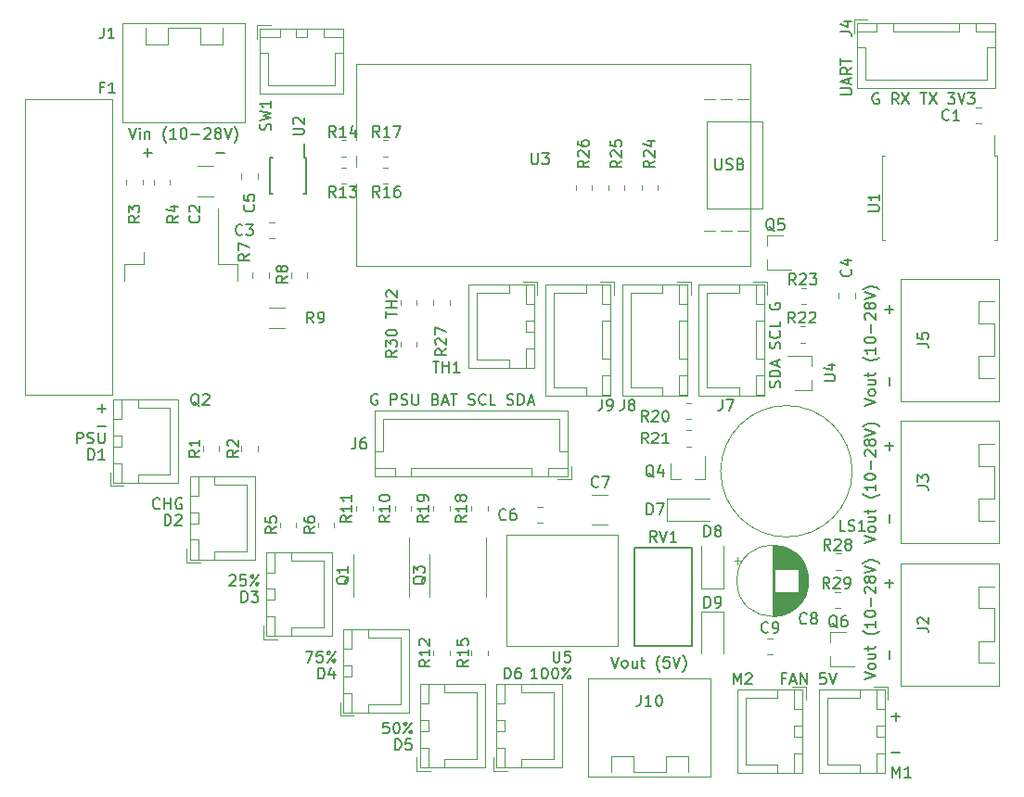
<source format=gto>
G04 #@! TF.GenerationSoftware,KiCad,Pcbnew,5.1.10-88a1d61d58~90~ubuntu20.04.1*
G04 #@! TF.CreationDate,2022-02-24T15:52:57-05:00*
G04 #@! TF.ProjectId,psu_control,7073755f-636f-46e7-9472-6f6c2e6b6963,rev?*
G04 #@! TF.SameCoordinates,Original*
G04 #@! TF.FileFunction,Legend,Top*
G04 #@! TF.FilePolarity,Positive*
%FSLAX46Y46*%
G04 Gerber Fmt 4.6, Leading zero omitted, Abs format (unit mm)*
G04 Created by KiCad (PCBNEW 5.1.10-88a1d61d58~90~ubuntu20.04.1) date 2022-02-24 15:52:57*
%MOMM*%
%LPD*%
G01*
G04 APERTURE LIST*
%ADD10C,0.150000*%
%ADD11C,0.120000*%
%ADD12C,1.750000*%
%ADD13C,1.524000*%
%ADD14O,2.000000X1.700000*%
%ADD15O,1.950000X1.700000*%
%ADD16R,0.300000X1.400000*%
%ADD17C,3.200000*%
%ADD18R,0.900000X0.800000*%
%ADD19C,2.600000*%
%ADD20C,1.500000*%
%ADD21O,1.700000X2.000000*%
%ADD22C,1.600000*%
%ADD23R,0.800000X0.900000*%
%ADD24R,10.800000X9.400000*%
%ADD25R,1.100000X4.600000*%
%ADD26O,1.700000X1.950000*%
%ADD27C,3.000000*%
%ADD28R,1.100000X1.100000*%
%ADD29R,1.200000X0.900000*%
%ADD30R,0.900000X1.200000*%
%ADD31R,1.600000X1.600000*%
G04 APERTURE END LIST*
D10*
X93404761Y-22000000D02*
X93309523Y-21952380D01*
X93166666Y-21952380D01*
X93023809Y-22000000D01*
X92928571Y-22095238D01*
X92880952Y-22190476D01*
X92833333Y-22380952D01*
X92833333Y-22523809D01*
X92880952Y-22714285D01*
X92928571Y-22809523D01*
X93023809Y-22904761D01*
X93166666Y-22952380D01*
X93261904Y-22952380D01*
X93404761Y-22904761D01*
X93452380Y-22857142D01*
X93452380Y-22523809D01*
X93261904Y-22523809D01*
X95214285Y-22952380D02*
X94880952Y-22476190D01*
X94642857Y-22952380D02*
X94642857Y-21952380D01*
X95023809Y-21952380D01*
X95119047Y-22000000D01*
X95166666Y-22047619D01*
X95214285Y-22142857D01*
X95214285Y-22285714D01*
X95166666Y-22380952D01*
X95119047Y-22428571D01*
X95023809Y-22476190D01*
X94642857Y-22476190D01*
X95547619Y-21952380D02*
X96214285Y-22952380D01*
X96214285Y-21952380D02*
X95547619Y-22952380D01*
X97214285Y-21952380D02*
X97785714Y-21952380D01*
X97500000Y-22952380D02*
X97500000Y-21952380D01*
X98023809Y-21952380D02*
X98690476Y-22952380D01*
X98690476Y-21952380D02*
X98023809Y-22952380D01*
X99738095Y-21952380D02*
X100357142Y-21952380D01*
X100023809Y-22333333D01*
X100166666Y-22333333D01*
X100261904Y-22380952D01*
X100309523Y-22428571D01*
X100357142Y-22523809D01*
X100357142Y-22761904D01*
X100309523Y-22857142D01*
X100261904Y-22904761D01*
X100166666Y-22952380D01*
X99880952Y-22952380D01*
X99785714Y-22904761D01*
X99738095Y-22857142D01*
X100642857Y-21952380D02*
X100976190Y-22952380D01*
X101309523Y-21952380D01*
X101547619Y-21952380D02*
X102166666Y-21952380D01*
X101833333Y-22333333D01*
X101976190Y-22333333D01*
X102071428Y-22380952D01*
X102119047Y-22428571D01*
X102166666Y-22523809D01*
X102166666Y-22761904D01*
X102119047Y-22857142D01*
X102071428Y-22904761D01*
X101976190Y-22952380D01*
X101690476Y-22952380D01*
X101595238Y-22904761D01*
X101547619Y-22857142D01*
X84404761Y-48857142D02*
X84452380Y-48714285D01*
X84452380Y-48476190D01*
X84404761Y-48380952D01*
X84357142Y-48333333D01*
X84261904Y-48285714D01*
X84166666Y-48285714D01*
X84071428Y-48333333D01*
X84023809Y-48380952D01*
X83976190Y-48476190D01*
X83928571Y-48666666D01*
X83880952Y-48761904D01*
X83833333Y-48809523D01*
X83738095Y-48857142D01*
X83642857Y-48857142D01*
X83547619Y-48809523D01*
X83500000Y-48761904D01*
X83452380Y-48666666D01*
X83452380Y-48428571D01*
X83500000Y-48285714D01*
X84452380Y-47857142D02*
X83452380Y-47857142D01*
X83452380Y-47619047D01*
X83500000Y-47476190D01*
X83595238Y-47380952D01*
X83690476Y-47333333D01*
X83880952Y-47285714D01*
X84023809Y-47285714D01*
X84214285Y-47333333D01*
X84309523Y-47380952D01*
X84404761Y-47476190D01*
X84452380Y-47619047D01*
X84452380Y-47857142D01*
X84166666Y-46904761D02*
X84166666Y-46428571D01*
X84452380Y-47000000D02*
X83452380Y-46666666D01*
X84452380Y-46333333D01*
X84404761Y-45285714D02*
X84452380Y-45142857D01*
X84452380Y-44904761D01*
X84404761Y-44809523D01*
X84357142Y-44761904D01*
X84261904Y-44714285D01*
X84166666Y-44714285D01*
X84071428Y-44761904D01*
X84023809Y-44809523D01*
X83976190Y-44904761D01*
X83928571Y-45095238D01*
X83880952Y-45190476D01*
X83833333Y-45238095D01*
X83738095Y-45285714D01*
X83642857Y-45285714D01*
X83547619Y-45238095D01*
X83500000Y-45190476D01*
X83452380Y-45095238D01*
X83452380Y-44857142D01*
X83500000Y-44714285D01*
X84357142Y-43714285D02*
X84404761Y-43761904D01*
X84452380Y-43904761D01*
X84452380Y-44000000D01*
X84404761Y-44142857D01*
X84309523Y-44238095D01*
X84214285Y-44285714D01*
X84023809Y-44333333D01*
X83880952Y-44333333D01*
X83690476Y-44285714D01*
X83595238Y-44238095D01*
X83500000Y-44142857D01*
X83452380Y-44000000D01*
X83452380Y-43904761D01*
X83500000Y-43761904D01*
X83547619Y-43714285D01*
X84452380Y-42809523D02*
X84452380Y-43285714D01*
X83452380Y-43285714D01*
X83500000Y-41190476D02*
X83452380Y-41285714D01*
X83452380Y-41428571D01*
X83500000Y-41571428D01*
X83595238Y-41666666D01*
X83690476Y-41714285D01*
X83880952Y-41761904D01*
X84023809Y-41761904D01*
X84214285Y-41714285D01*
X84309523Y-41666666D01*
X84404761Y-41571428D01*
X84452380Y-41428571D01*
X84452380Y-41333333D01*
X84404761Y-41190476D01*
X84357142Y-41142857D01*
X84023809Y-41142857D01*
X84023809Y-41333333D01*
X47642857Y-49500000D02*
X47547619Y-49452380D01*
X47404761Y-49452380D01*
X47261904Y-49500000D01*
X47166666Y-49595238D01*
X47119047Y-49690476D01*
X47071428Y-49880952D01*
X47071428Y-50023809D01*
X47119047Y-50214285D01*
X47166666Y-50309523D01*
X47261904Y-50404761D01*
X47404761Y-50452380D01*
X47500000Y-50452380D01*
X47642857Y-50404761D01*
X47690476Y-50357142D01*
X47690476Y-50023809D01*
X47500000Y-50023809D01*
X48880952Y-50452380D02*
X48880952Y-49452380D01*
X49261904Y-49452380D01*
X49357142Y-49500000D01*
X49404761Y-49547619D01*
X49452380Y-49642857D01*
X49452380Y-49785714D01*
X49404761Y-49880952D01*
X49357142Y-49928571D01*
X49261904Y-49976190D01*
X48880952Y-49976190D01*
X49833333Y-50404761D02*
X49976190Y-50452380D01*
X50214285Y-50452380D01*
X50309523Y-50404761D01*
X50357142Y-50357142D01*
X50404761Y-50261904D01*
X50404761Y-50166666D01*
X50357142Y-50071428D01*
X50309523Y-50023809D01*
X50214285Y-49976190D01*
X50023809Y-49928571D01*
X49928571Y-49880952D01*
X49880952Y-49833333D01*
X49833333Y-49738095D01*
X49833333Y-49642857D01*
X49880952Y-49547619D01*
X49928571Y-49500000D01*
X50023809Y-49452380D01*
X50261904Y-49452380D01*
X50404761Y-49500000D01*
X50833333Y-49452380D02*
X50833333Y-50261904D01*
X50880952Y-50357142D01*
X50928571Y-50404761D01*
X51023809Y-50452380D01*
X51214285Y-50452380D01*
X51309523Y-50404761D01*
X51357142Y-50357142D01*
X51404761Y-50261904D01*
X51404761Y-49452380D01*
X52976190Y-49928571D02*
X53119047Y-49976190D01*
X53166666Y-50023809D01*
X53214285Y-50119047D01*
X53214285Y-50261904D01*
X53166666Y-50357142D01*
X53119047Y-50404761D01*
X53023809Y-50452380D01*
X52642857Y-50452380D01*
X52642857Y-49452380D01*
X52976190Y-49452380D01*
X53071428Y-49500000D01*
X53119047Y-49547619D01*
X53166666Y-49642857D01*
X53166666Y-49738095D01*
X53119047Y-49833333D01*
X53071428Y-49880952D01*
X52976190Y-49928571D01*
X52642857Y-49928571D01*
X53595238Y-50166666D02*
X54071428Y-50166666D01*
X53500000Y-50452380D02*
X53833333Y-49452380D01*
X54166666Y-50452380D01*
X54357142Y-49452380D02*
X54928571Y-49452380D01*
X54642857Y-50452380D02*
X54642857Y-49452380D01*
X55976190Y-50404761D02*
X56119047Y-50452380D01*
X56357142Y-50452380D01*
X56452380Y-50404761D01*
X56500000Y-50357142D01*
X56547619Y-50261904D01*
X56547619Y-50166666D01*
X56500000Y-50071428D01*
X56452380Y-50023809D01*
X56357142Y-49976190D01*
X56166666Y-49928571D01*
X56071428Y-49880952D01*
X56023809Y-49833333D01*
X55976190Y-49738095D01*
X55976190Y-49642857D01*
X56023809Y-49547619D01*
X56071428Y-49500000D01*
X56166666Y-49452380D01*
X56404761Y-49452380D01*
X56547619Y-49500000D01*
X57547619Y-50357142D02*
X57500000Y-50404761D01*
X57357142Y-50452380D01*
X57261904Y-50452380D01*
X57119047Y-50404761D01*
X57023809Y-50309523D01*
X56976190Y-50214285D01*
X56928571Y-50023809D01*
X56928571Y-49880952D01*
X56976190Y-49690476D01*
X57023809Y-49595238D01*
X57119047Y-49500000D01*
X57261904Y-49452380D01*
X57357142Y-49452380D01*
X57500000Y-49500000D01*
X57547619Y-49547619D01*
X58452380Y-50452380D02*
X57976190Y-50452380D01*
X57976190Y-49452380D01*
X59500000Y-50404761D02*
X59642857Y-50452380D01*
X59880952Y-50452380D01*
X59976190Y-50404761D01*
X60023809Y-50357142D01*
X60071428Y-50261904D01*
X60071428Y-50166666D01*
X60023809Y-50071428D01*
X59976190Y-50023809D01*
X59880952Y-49976190D01*
X59690476Y-49928571D01*
X59595238Y-49880952D01*
X59547619Y-49833333D01*
X59500000Y-49738095D01*
X59500000Y-49642857D01*
X59547619Y-49547619D01*
X59595238Y-49500000D01*
X59690476Y-49452380D01*
X59928571Y-49452380D01*
X60071428Y-49500000D01*
X60500000Y-50452380D02*
X60500000Y-49452380D01*
X60738095Y-49452380D01*
X60880952Y-49500000D01*
X60976190Y-49595238D01*
X61023809Y-49690476D01*
X61071428Y-49880952D01*
X61071428Y-50023809D01*
X61023809Y-50214285D01*
X60976190Y-50309523D01*
X60880952Y-50404761D01*
X60738095Y-50452380D01*
X60500000Y-50452380D01*
X61452380Y-50166666D02*
X61928571Y-50166666D01*
X61357142Y-50452380D02*
X61690476Y-49452380D01*
X62023809Y-50452380D01*
X94619047Y-78921428D02*
X95380952Y-78921428D01*
X95000000Y-79302380D02*
X95000000Y-78540476D01*
X94619047Y-82221428D02*
X95380952Y-82221428D01*
X22119047Y-50746428D02*
X22880952Y-50746428D01*
X22500000Y-51127380D02*
X22500000Y-50365476D01*
X22119047Y-52396428D02*
X22880952Y-52396428D01*
X62261904Y-75452380D02*
X61690476Y-75452380D01*
X61976190Y-75452380D02*
X61976190Y-74452380D01*
X61880952Y-74595238D01*
X61785714Y-74690476D01*
X61690476Y-74738095D01*
X62880952Y-74452380D02*
X62976190Y-74452380D01*
X63071428Y-74500000D01*
X63119047Y-74547619D01*
X63166666Y-74642857D01*
X63214285Y-74833333D01*
X63214285Y-75071428D01*
X63166666Y-75261904D01*
X63119047Y-75357142D01*
X63071428Y-75404761D01*
X62976190Y-75452380D01*
X62880952Y-75452380D01*
X62785714Y-75404761D01*
X62738095Y-75357142D01*
X62690476Y-75261904D01*
X62642857Y-75071428D01*
X62642857Y-74833333D01*
X62690476Y-74642857D01*
X62738095Y-74547619D01*
X62785714Y-74500000D01*
X62880952Y-74452380D01*
X63833333Y-74452380D02*
X63928571Y-74452380D01*
X64023809Y-74500000D01*
X64071428Y-74547619D01*
X64119047Y-74642857D01*
X64166666Y-74833333D01*
X64166666Y-75071428D01*
X64119047Y-75261904D01*
X64071428Y-75357142D01*
X64023809Y-75404761D01*
X63928571Y-75452380D01*
X63833333Y-75452380D01*
X63738095Y-75404761D01*
X63690476Y-75357142D01*
X63642857Y-75261904D01*
X63595238Y-75071428D01*
X63595238Y-74833333D01*
X63642857Y-74642857D01*
X63690476Y-74547619D01*
X63738095Y-74500000D01*
X63833333Y-74452380D01*
X64547619Y-75452380D02*
X65309523Y-74452380D01*
X64690476Y-74452380D02*
X64785714Y-74500000D01*
X64833333Y-74595238D01*
X64785714Y-74690476D01*
X64690476Y-74738095D01*
X64595238Y-74690476D01*
X64547619Y-74595238D01*
X64595238Y-74500000D01*
X64690476Y-74452380D01*
X65261904Y-75404761D02*
X65309523Y-75309523D01*
X65261904Y-75214285D01*
X65166666Y-75166666D01*
X65071428Y-75214285D01*
X65023809Y-75309523D01*
X65071428Y-75404761D01*
X65166666Y-75452380D01*
X65261904Y-75404761D01*
X41119047Y-72952380D02*
X41785714Y-72952380D01*
X41357142Y-73952380D01*
X42642857Y-72952380D02*
X42166666Y-72952380D01*
X42119047Y-73428571D01*
X42166666Y-73380952D01*
X42261904Y-73333333D01*
X42500000Y-73333333D01*
X42595238Y-73380952D01*
X42642857Y-73428571D01*
X42690476Y-73523809D01*
X42690476Y-73761904D01*
X42642857Y-73857142D01*
X42595238Y-73904761D01*
X42500000Y-73952380D01*
X42261904Y-73952380D01*
X42166666Y-73904761D01*
X42119047Y-73857142D01*
X43071428Y-73952380D02*
X43833333Y-72952380D01*
X43214285Y-72952380D02*
X43309523Y-73000000D01*
X43357142Y-73095238D01*
X43309523Y-73190476D01*
X43214285Y-73238095D01*
X43119047Y-73190476D01*
X43071428Y-73095238D01*
X43119047Y-73000000D01*
X43214285Y-72952380D01*
X43785714Y-73904761D02*
X43833333Y-73809523D01*
X43785714Y-73714285D01*
X43690476Y-73666666D01*
X43595238Y-73714285D01*
X43547619Y-73809523D01*
X43595238Y-73904761D01*
X43690476Y-73952380D01*
X43785714Y-73904761D01*
X48690476Y-79452380D02*
X48214285Y-79452380D01*
X48166666Y-79928571D01*
X48214285Y-79880952D01*
X48309523Y-79833333D01*
X48547619Y-79833333D01*
X48642857Y-79880952D01*
X48690476Y-79928571D01*
X48738095Y-80023809D01*
X48738095Y-80261904D01*
X48690476Y-80357142D01*
X48642857Y-80404761D01*
X48547619Y-80452380D01*
X48309523Y-80452380D01*
X48214285Y-80404761D01*
X48166666Y-80357142D01*
X49357142Y-79452380D02*
X49452380Y-79452380D01*
X49547619Y-79500000D01*
X49595238Y-79547619D01*
X49642857Y-79642857D01*
X49690476Y-79833333D01*
X49690476Y-80071428D01*
X49642857Y-80261904D01*
X49595238Y-80357142D01*
X49547619Y-80404761D01*
X49452380Y-80452380D01*
X49357142Y-80452380D01*
X49261904Y-80404761D01*
X49214285Y-80357142D01*
X49166666Y-80261904D01*
X49119047Y-80071428D01*
X49119047Y-79833333D01*
X49166666Y-79642857D01*
X49214285Y-79547619D01*
X49261904Y-79500000D01*
X49357142Y-79452380D01*
X50071428Y-80452380D02*
X50833333Y-79452380D01*
X50214285Y-79452380D02*
X50309523Y-79500000D01*
X50357142Y-79595238D01*
X50309523Y-79690476D01*
X50214285Y-79738095D01*
X50119047Y-79690476D01*
X50071428Y-79595238D01*
X50119047Y-79500000D01*
X50214285Y-79452380D01*
X50785714Y-80404761D02*
X50833333Y-80309523D01*
X50785714Y-80214285D01*
X50690476Y-80166666D01*
X50595238Y-80214285D01*
X50547619Y-80309523D01*
X50595238Y-80404761D01*
X50690476Y-80452380D01*
X50785714Y-80404761D01*
X34166666Y-66047619D02*
X34214285Y-66000000D01*
X34309523Y-65952380D01*
X34547619Y-65952380D01*
X34642857Y-66000000D01*
X34690476Y-66047619D01*
X34738095Y-66142857D01*
X34738095Y-66238095D01*
X34690476Y-66380952D01*
X34119047Y-66952380D01*
X34738095Y-66952380D01*
X35642857Y-65952380D02*
X35166666Y-65952380D01*
X35119047Y-66428571D01*
X35166666Y-66380952D01*
X35261904Y-66333333D01*
X35500000Y-66333333D01*
X35595238Y-66380952D01*
X35642857Y-66428571D01*
X35690476Y-66523809D01*
X35690476Y-66761904D01*
X35642857Y-66857142D01*
X35595238Y-66904761D01*
X35500000Y-66952380D01*
X35261904Y-66952380D01*
X35166666Y-66904761D01*
X35119047Y-66857142D01*
X36071428Y-66952380D02*
X36833333Y-65952380D01*
X36214285Y-65952380D02*
X36309523Y-66000000D01*
X36357142Y-66095238D01*
X36309523Y-66190476D01*
X36214285Y-66238095D01*
X36119047Y-66190476D01*
X36071428Y-66095238D01*
X36119047Y-66000000D01*
X36214285Y-65952380D01*
X36785714Y-66904761D02*
X36833333Y-66809523D01*
X36785714Y-66714285D01*
X36690476Y-66666666D01*
X36595238Y-66714285D01*
X36547619Y-66809523D01*
X36595238Y-66904761D01*
X36690476Y-66952380D01*
X36785714Y-66904761D01*
X27785714Y-59857142D02*
X27738095Y-59904761D01*
X27595238Y-59952380D01*
X27500000Y-59952380D01*
X27357142Y-59904761D01*
X27261904Y-59809523D01*
X27214285Y-59714285D01*
X27166666Y-59523809D01*
X27166666Y-59380952D01*
X27214285Y-59190476D01*
X27261904Y-59095238D01*
X27357142Y-59000000D01*
X27500000Y-58952380D01*
X27595238Y-58952380D01*
X27738095Y-59000000D01*
X27785714Y-59047619D01*
X28214285Y-59952380D02*
X28214285Y-58952380D01*
X28214285Y-59428571D02*
X28785714Y-59428571D01*
X28785714Y-59952380D02*
X28785714Y-58952380D01*
X29785714Y-59000000D02*
X29690476Y-58952380D01*
X29547619Y-58952380D01*
X29404761Y-59000000D01*
X29309523Y-59095238D01*
X29261904Y-59190476D01*
X29214285Y-59380952D01*
X29214285Y-59523809D01*
X29261904Y-59714285D01*
X29309523Y-59809523D01*
X29404761Y-59904761D01*
X29547619Y-59952380D01*
X29642857Y-59952380D01*
X29785714Y-59904761D01*
X29833333Y-59857142D01*
X29833333Y-59523809D01*
X29642857Y-59523809D01*
X20238095Y-53952380D02*
X20238095Y-52952380D01*
X20619047Y-52952380D01*
X20714285Y-53000000D01*
X20761904Y-53047619D01*
X20809523Y-53142857D01*
X20809523Y-53285714D01*
X20761904Y-53380952D01*
X20714285Y-53428571D01*
X20619047Y-53476190D01*
X20238095Y-53476190D01*
X21190476Y-53904761D02*
X21333333Y-53952380D01*
X21571428Y-53952380D01*
X21666666Y-53904761D01*
X21714285Y-53857142D01*
X21761904Y-53761904D01*
X21761904Y-53666666D01*
X21714285Y-53571428D01*
X21666666Y-53523809D01*
X21571428Y-53476190D01*
X21380952Y-53428571D01*
X21285714Y-53380952D01*
X21238095Y-53333333D01*
X21190476Y-53238095D01*
X21190476Y-53142857D01*
X21238095Y-53047619D01*
X21285714Y-53000000D01*
X21380952Y-52952380D01*
X21619047Y-52952380D01*
X21761904Y-53000000D01*
X22190476Y-52952380D02*
X22190476Y-53761904D01*
X22238095Y-53857142D01*
X22285714Y-53904761D01*
X22380952Y-53952380D01*
X22571428Y-53952380D01*
X22666666Y-53904761D01*
X22714285Y-53857142D01*
X22761904Y-53761904D01*
X22761904Y-52952380D01*
X84904761Y-75428571D02*
X84571428Y-75428571D01*
X84571428Y-75952380D02*
X84571428Y-74952380D01*
X85047619Y-74952380D01*
X85380952Y-75666666D02*
X85857142Y-75666666D01*
X85285714Y-75952380D02*
X85619047Y-74952380D01*
X85952380Y-75952380D01*
X86285714Y-75952380D02*
X86285714Y-74952380D01*
X86857142Y-75952380D01*
X86857142Y-74952380D01*
X88571428Y-74952380D02*
X88095238Y-74952380D01*
X88047619Y-75428571D01*
X88095238Y-75380952D01*
X88190476Y-75333333D01*
X88428571Y-75333333D01*
X88523809Y-75380952D01*
X88571428Y-75428571D01*
X88619047Y-75523809D01*
X88619047Y-75761904D01*
X88571428Y-75857142D01*
X88523809Y-75904761D01*
X88428571Y-75952380D01*
X88190476Y-75952380D01*
X88095238Y-75904761D01*
X88047619Y-75857142D01*
X88904761Y-74952380D02*
X89238095Y-75952380D01*
X89571428Y-74952380D01*
X89952380Y-22095238D02*
X90761904Y-22095238D01*
X90857142Y-22047619D01*
X90904761Y-22000000D01*
X90952380Y-21904761D01*
X90952380Y-21714285D01*
X90904761Y-21619047D01*
X90857142Y-21571428D01*
X90761904Y-21523809D01*
X89952380Y-21523809D01*
X90666666Y-21095238D02*
X90666666Y-20619047D01*
X90952380Y-21190476D02*
X89952380Y-20857142D01*
X90952380Y-20523809D01*
X90952380Y-19619047D02*
X90476190Y-19952380D01*
X90952380Y-20190476D02*
X89952380Y-20190476D01*
X89952380Y-19809523D01*
X90000000Y-19714285D01*
X90047619Y-19666666D01*
X90142857Y-19619047D01*
X90285714Y-19619047D01*
X90380952Y-19666666D01*
X90428571Y-19714285D01*
X90476190Y-19809523D01*
X90476190Y-20190476D01*
X89952380Y-19333333D02*
X89952380Y-18761904D01*
X90952380Y-19047619D02*
X89952380Y-19047619D01*
X69023809Y-73452380D02*
X69357142Y-74452380D01*
X69690476Y-73452380D01*
X70166666Y-74452380D02*
X70071428Y-74404761D01*
X70023809Y-74357142D01*
X69976190Y-74261904D01*
X69976190Y-73976190D01*
X70023809Y-73880952D01*
X70071428Y-73833333D01*
X70166666Y-73785714D01*
X70309523Y-73785714D01*
X70404761Y-73833333D01*
X70452380Y-73880952D01*
X70500000Y-73976190D01*
X70500000Y-74261904D01*
X70452380Y-74357142D01*
X70404761Y-74404761D01*
X70309523Y-74452380D01*
X70166666Y-74452380D01*
X71357142Y-73785714D02*
X71357142Y-74452380D01*
X70928571Y-73785714D02*
X70928571Y-74309523D01*
X70976190Y-74404761D01*
X71071428Y-74452380D01*
X71214285Y-74452380D01*
X71309523Y-74404761D01*
X71357142Y-74357142D01*
X71690476Y-73785714D02*
X72071428Y-73785714D01*
X71833333Y-73452380D02*
X71833333Y-74309523D01*
X71880952Y-74404761D01*
X71976190Y-74452380D01*
X72071428Y-74452380D01*
X73452380Y-74833333D02*
X73404761Y-74785714D01*
X73309523Y-74642857D01*
X73261904Y-74547619D01*
X73214285Y-74404761D01*
X73166666Y-74166666D01*
X73166666Y-73976190D01*
X73214285Y-73738095D01*
X73261904Y-73595238D01*
X73309523Y-73500000D01*
X73404761Y-73357142D01*
X73452380Y-73309523D01*
X74309523Y-73452380D02*
X73833333Y-73452380D01*
X73785714Y-73928571D01*
X73833333Y-73880952D01*
X73928571Y-73833333D01*
X74166666Y-73833333D01*
X74261904Y-73880952D01*
X74309523Y-73928571D01*
X74357142Y-74023809D01*
X74357142Y-74261904D01*
X74309523Y-74357142D01*
X74261904Y-74404761D01*
X74166666Y-74452380D01*
X73928571Y-74452380D01*
X73833333Y-74404761D01*
X73785714Y-74357142D01*
X74642857Y-73452380D02*
X74976190Y-74452380D01*
X75309523Y-73452380D01*
X75547619Y-74833333D02*
X75595238Y-74785714D01*
X75690476Y-74642857D01*
X75738095Y-74547619D01*
X75785714Y-74404761D01*
X75833333Y-74166666D01*
X75833333Y-73976190D01*
X75785714Y-73738095D01*
X75738095Y-73595238D01*
X75690476Y-73500000D01*
X75595238Y-73357142D01*
X75547619Y-73309523D01*
X92127380Y-50523809D02*
X93127380Y-50190476D01*
X92127380Y-49857142D01*
X93127380Y-49380952D02*
X93079761Y-49476190D01*
X93032142Y-49523809D01*
X92936904Y-49571428D01*
X92651190Y-49571428D01*
X92555952Y-49523809D01*
X92508333Y-49476190D01*
X92460714Y-49380952D01*
X92460714Y-49238095D01*
X92508333Y-49142857D01*
X92555952Y-49095238D01*
X92651190Y-49047619D01*
X92936904Y-49047619D01*
X93032142Y-49095238D01*
X93079761Y-49142857D01*
X93127380Y-49238095D01*
X93127380Y-49380952D01*
X92460714Y-48190476D02*
X93127380Y-48190476D01*
X92460714Y-48619047D02*
X92984523Y-48619047D01*
X93079761Y-48571428D01*
X93127380Y-48476190D01*
X93127380Y-48333333D01*
X93079761Y-48238095D01*
X93032142Y-48190476D01*
X92460714Y-47857142D02*
X92460714Y-47476190D01*
X92127380Y-47714285D02*
X92984523Y-47714285D01*
X93079761Y-47666666D01*
X93127380Y-47571428D01*
X93127380Y-47476190D01*
X93508333Y-46095238D02*
X93460714Y-46142857D01*
X93317857Y-46238095D01*
X93222619Y-46285714D01*
X93079761Y-46333333D01*
X92841666Y-46380952D01*
X92651190Y-46380952D01*
X92413095Y-46333333D01*
X92270238Y-46285714D01*
X92175000Y-46238095D01*
X92032142Y-46142857D01*
X91984523Y-46095238D01*
X93127380Y-45190476D02*
X93127380Y-45761904D01*
X93127380Y-45476190D02*
X92127380Y-45476190D01*
X92270238Y-45571428D01*
X92365476Y-45666666D01*
X92413095Y-45761904D01*
X92127380Y-44571428D02*
X92127380Y-44476190D01*
X92175000Y-44380952D01*
X92222619Y-44333333D01*
X92317857Y-44285714D01*
X92508333Y-44238095D01*
X92746428Y-44238095D01*
X92936904Y-44285714D01*
X93032142Y-44333333D01*
X93079761Y-44380952D01*
X93127380Y-44476190D01*
X93127380Y-44571428D01*
X93079761Y-44666666D01*
X93032142Y-44714285D01*
X92936904Y-44761904D01*
X92746428Y-44809523D01*
X92508333Y-44809523D01*
X92317857Y-44761904D01*
X92222619Y-44714285D01*
X92175000Y-44666666D01*
X92127380Y-44571428D01*
X92746428Y-43809523D02*
X92746428Y-43047619D01*
X92222619Y-42619047D02*
X92175000Y-42571428D01*
X92127380Y-42476190D01*
X92127380Y-42238095D01*
X92175000Y-42142857D01*
X92222619Y-42095238D01*
X92317857Y-42047619D01*
X92413095Y-42047619D01*
X92555952Y-42095238D01*
X93127380Y-42666666D01*
X93127380Y-42047619D01*
X92555952Y-41476190D02*
X92508333Y-41571428D01*
X92460714Y-41619047D01*
X92365476Y-41666666D01*
X92317857Y-41666666D01*
X92222619Y-41619047D01*
X92175000Y-41571428D01*
X92127380Y-41476190D01*
X92127380Y-41285714D01*
X92175000Y-41190476D01*
X92222619Y-41142857D01*
X92317857Y-41095238D01*
X92365476Y-41095238D01*
X92460714Y-41142857D01*
X92508333Y-41190476D01*
X92555952Y-41285714D01*
X92555952Y-41476190D01*
X92603571Y-41571428D01*
X92651190Y-41619047D01*
X92746428Y-41666666D01*
X92936904Y-41666666D01*
X93032142Y-41619047D01*
X93079761Y-41571428D01*
X93127380Y-41476190D01*
X93127380Y-41285714D01*
X93079761Y-41190476D01*
X93032142Y-41142857D01*
X92936904Y-41095238D01*
X92746428Y-41095238D01*
X92651190Y-41142857D01*
X92603571Y-41190476D01*
X92555952Y-41285714D01*
X92127380Y-40809523D02*
X93127380Y-40476190D01*
X92127380Y-40142857D01*
X93508333Y-39904761D02*
X93460714Y-39857142D01*
X93317857Y-39761904D01*
X93222619Y-39714285D01*
X93079761Y-39666666D01*
X92841666Y-39619047D01*
X92651190Y-39619047D01*
X92413095Y-39666666D01*
X92270238Y-39714285D01*
X92175000Y-39761904D01*
X92032142Y-39857142D01*
X91984523Y-39904761D01*
X94396428Y-48666666D02*
X94396428Y-47904761D01*
X94396428Y-42095238D02*
X94396428Y-41333333D01*
X94777380Y-41714285D02*
X94015476Y-41714285D01*
X92127380Y-63023809D02*
X93127380Y-62690476D01*
X92127380Y-62357142D01*
X93127380Y-61880952D02*
X93079761Y-61976190D01*
X93032142Y-62023809D01*
X92936904Y-62071428D01*
X92651190Y-62071428D01*
X92555952Y-62023809D01*
X92508333Y-61976190D01*
X92460714Y-61880952D01*
X92460714Y-61738095D01*
X92508333Y-61642857D01*
X92555952Y-61595238D01*
X92651190Y-61547619D01*
X92936904Y-61547619D01*
X93032142Y-61595238D01*
X93079761Y-61642857D01*
X93127380Y-61738095D01*
X93127380Y-61880952D01*
X92460714Y-60690476D02*
X93127380Y-60690476D01*
X92460714Y-61119047D02*
X92984523Y-61119047D01*
X93079761Y-61071428D01*
X93127380Y-60976190D01*
X93127380Y-60833333D01*
X93079761Y-60738095D01*
X93032142Y-60690476D01*
X92460714Y-60357142D02*
X92460714Y-59976190D01*
X92127380Y-60214285D02*
X92984523Y-60214285D01*
X93079761Y-60166666D01*
X93127380Y-60071428D01*
X93127380Y-59976190D01*
X93508333Y-58595238D02*
X93460714Y-58642857D01*
X93317857Y-58738095D01*
X93222619Y-58785714D01*
X93079761Y-58833333D01*
X92841666Y-58880952D01*
X92651190Y-58880952D01*
X92413095Y-58833333D01*
X92270238Y-58785714D01*
X92175000Y-58738095D01*
X92032142Y-58642857D01*
X91984523Y-58595238D01*
X93127380Y-57690476D02*
X93127380Y-58261904D01*
X93127380Y-57976190D02*
X92127380Y-57976190D01*
X92270238Y-58071428D01*
X92365476Y-58166666D01*
X92413095Y-58261904D01*
X92127380Y-57071428D02*
X92127380Y-56976190D01*
X92175000Y-56880952D01*
X92222619Y-56833333D01*
X92317857Y-56785714D01*
X92508333Y-56738095D01*
X92746428Y-56738095D01*
X92936904Y-56785714D01*
X93032142Y-56833333D01*
X93079761Y-56880952D01*
X93127380Y-56976190D01*
X93127380Y-57071428D01*
X93079761Y-57166666D01*
X93032142Y-57214285D01*
X92936904Y-57261904D01*
X92746428Y-57309523D01*
X92508333Y-57309523D01*
X92317857Y-57261904D01*
X92222619Y-57214285D01*
X92175000Y-57166666D01*
X92127380Y-57071428D01*
X92746428Y-56309523D02*
X92746428Y-55547619D01*
X92222619Y-55119047D02*
X92175000Y-55071428D01*
X92127380Y-54976190D01*
X92127380Y-54738095D01*
X92175000Y-54642857D01*
X92222619Y-54595238D01*
X92317857Y-54547619D01*
X92413095Y-54547619D01*
X92555952Y-54595238D01*
X93127380Y-55166666D01*
X93127380Y-54547619D01*
X92555952Y-53976190D02*
X92508333Y-54071428D01*
X92460714Y-54119047D01*
X92365476Y-54166666D01*
X92317857Y-54166666D01*
X92222619Y-54119047D01*
X92175000Y-54071428D01*
X92127380Y-53976190D01*
X92127380Y-53785714D01*
X92175000Y-53690476D01*
X92222619Y-53642857D01*
X92317857Y-53595238D01*
X92365476Y-53595238D01*
X92460714Y-53642857D01*
X92508333Y-53690476D01*
X92555952Y-53785714D01*
X92555952Y-53976190D01*
X92603571Y-54071428D01*
X92651190Y-54119047D01*
X92746428Y-54166666D01*
X92936904Y-54166666D01*
X93032142Y-54119047D01*
X93079761Y-54071428D01*
X93127380Y-53976190D01*
X93127380Y-53785714D01*
X93079761Y-53690476D01*
X93032142Y-53642857D01*
X92936904Y-53595238D01*
X92746428Y-53595238D01*
X92651190Y-53642857D01*
X92603571Y-53690476D01*
X92555952Y-53785714D01*
X92127380Y-53309523D02*
X93127380Y-52976190D01*
X92127380Y-52642857D01*
X93508333Y-52404761D02*
X93460714Y-52357142D01*
X93317857Y-52261904D01*
X93222619Y-52214285D01*
X93079761Y-52166666D01*
X92841666Y-52119047D01*
X92651190Y-52119047D01*
X92413095Y-52166666D01*
X92270238Y-52214285D01*
X92175000Y-52261904D01*
X92032142Y-52357142D01*
X91984523Y-52404761D01*
X94396428Y-61166666D02*
X94396428Y-60404761D01*
X94396428Y-54595238D02*
X94396428Y-53833333D01*
X94777380Y-54214285D02*
X94015476Y-54214285D01*
X92127380Y-75523809D02*
X93127380Y-75190476D01*
X92127380Y-74857142D01*
X93127380Y-74380952D02*
X93079761Y-74476190D01*
X93032142Y-74523809D01*
X92936904Y-74571428D01*
X92651190Y-74571428D01*
X92555952Y-74523809D01*
X92508333Y-74476190D01*
X92460714Y-74380952D01*
X92460714Y-74238095D01*
X92508333Y-74142857D01*
X92555952Y-74095238D01*
X92651190Y-74047619D01*
X92936904Y-74047619D01*
X93032142Y-74095238D01*
X93079761Y-74142857D01*
X93127380Y-74238095D01*
X93127380Y-74380952D01*
X92460714Y-73190476D02*
X93127380Y-73190476D01*
X92460714Y-73619047D02*
X92984523Y-73619047D01*
X93079761Y-73571428D01*
X93127380Y-73476190D01*
X93127380Y-73333333D01*
X93079761Y-73238095D01*
X93032142Y-73190476D01*
X92460714Y-72857142D02*
X92460714Y-72476190D01*
X92127380Y-72714285D02*
X92984523Y-72714285D01*
X93079761Y-72666666D01*
X93127380Y-72571428D01*
X93127380Y-72476190D01*
X93508333Y-71095238D02*
X93460714Y-71142857D01*
X93317857Y-71238095D01*
X93222619Y-71285714D01*
X93079761Y-71333333D01*
X92841666Y-71380952D01*
X92651190Y-71380952D01*
X92413095Y-71333333D01*
X92270238Y-71285714D01*
X92175000Y-71238095D01*
X92032142Y-71142857D01*
X91984523Y-71095238D01*
X93127380Y-70190476D02*
X93127380Y-70761904D01*
X93127380Y-70476190D02*
X92127380Y-70476190D01*
X92270238Y-70571428D01*
X92365476Y-70666666D01*
X92413095Y-70761904D01*
X92127380Y-69571428D02*
X92127380Y-69476190D01*
X92175000Y-69380952D01*
X92222619Y-69333333D01*
X92317857Y-69285714D01*
X92508333Y-69238095D01*
X92746428Y-69238095D01*
X92936904Y-69285714D01*
X93032142Y-69333333D01*
X93079761Y-69380952D01*
X93127380Y-69476190D01*
X93127380Y-69571428D01*
X93079761Y-69666666D01*
X93032142Y-69714285D01*
X92936904Y-69761904D01*
X92746428Y-69809523D01*
X92508333Y-69809523D01*
X92317857Y-69761904D01*
X92222619Y-69714285D01*
X92175000Y-69666666D01*
X92127380Y-69571428D01*
X92746428Y-68809523D02*
X92746428Y-68047619D01*
X92222619Y-67619047D02*
X92175000Y-67571428D01*
X92127380Y-67476190D01*
X92127380Y-67238095D01*
X92175000Y-67142857D01*
X92222619Y-67095238D01*
X92317857Y-67047619D01*
X92413095Y-67047619D01*
X92555952Y-67095238D01*
X93127380Y-67666666D01*
X93127380Y-67047619D01*
X92555952Y-66476190D02*
X92508333Y-66571428D01*
X92460714Y-66619047D01*
X92365476Y-66666666D01*
X92317857Y-66666666D01*
X92222619Y-66619047D01*
X92175000Y-66571428D01*
X92127380Y-66476190D01*
X92127380Y-66285714D01*
X92175000Y-66190476D01*
X92222619Y-66142857D01*
X92317857Y-66095238D01*
X92365476Y-66095238D01*
X92460714Y-66142857D01*
X92508333Y-66190476D01*
X92555952Y-66285714D01*
X92555952Y-66476190D01*
X92603571Y-66571428D01*
X92651190Y-66619047D01*
X92746428Y-66666666D01*
X92936904Y-66666666D01*
X93032142Y-66619047D01*
X93079761Y-66571428D01*
X93127380Y-66476190D01*
X93127380Y-66285714D01*
X93079761Y-66190476D01*
X93032142Y-66142857D01*
X92936904Y-66095238D01*
X92746428Y-66095238D01*
X92651190Y-66142857D01*
X92603571Y-66190476D01*
X92555952Y-66285714D01*
X92127380Y-65809523D02*
X93127380Y-65476190D01*
X92127380Y-65142857D01*
X93508333Y-64904761D02*
X93460714Y-64857142D01*
X93317857Y-64761904D01*
X93222619Y-64714285D01*
X93079761Y-64666666D01*
X92841666Y-64619047D01*
X92651190Y-64619047D01*
X92413095Y-64666666D01*
X92270238Y-64714285D01*
X92175000Y-64761904D01*
X92032142Y-64857142D01*
X91984523Y-64904761D01*
X94396428Y-73666666D02*
X94396428Y-72904761D01*
X94396428Y-67095238D02*
X94396428Y-66333333D01*
X94777380Y-66714285D02*
X94015476Y-66714285D01*
X24976190Y-25127380D02*
X25309523Y-26127380D01*
X25642857Y-25127380D01*
X25976190Y-26127380D02*
X25976190Y-25460714D01*
X25976190Y-25127380D02*
X25928571Y-25175000D01*
X25976190Y-25222619D01*
X26023809Y-25175000D01*
X25976190Y-25127380D01*
X25976190Y-25222619D01*
X26452380Y-25460714D02*
X26452380Y-26127380D01*
X26452380Y-25555952D02*
X26500000Y-25508333D01*
X26595238Y-25460714D01*
X26738095Y-25460714D01*
X26833333Y-25508333D01*
X26880952Y-25603571D01*
X26880952Y-26127380D01*
X28404761Y-26508333D02*
X28357142Y-26460714D01*
X28261904Y-26317857D01*
X28214285Y-26222619D01*
X28166666Y-26079761D01*
X28119047Y-25841666D01*
X28119047Y-25651190D01*
X28166666Y-25413095D01*
X28214285Y-25270238D01*
X28261904Y-25175000D01*
X28357142Y-25032142D01*
X28404761Y-24984523D01*
X29309523Y-26127380D02*
X28738095Y-26127380D01*
X29023809Y-26127380D02*
X29023809Y-25127380D01*
X28928571Y-25270238D01*
X28833333Y-25365476D01*
X28738095Y-25413095D01*
X29928571Y-25127380D02*
X30023809Y-25127380D01*
X30119047Y-25175000D01*
X30166666Y-25222619D01*
X30214285Y-25317857D01*
X30261904Y-25508333D01*
X30261904Y-25746428D01*
X30214285Y-25936904D01*
X30166666Y-26032142D01*
X30119047Y-26079761D01*
X30023809Y-26127380D01*
X29928571Y-26127380D01*
X29833333Y-26079761D01*
X29785714Y-26032142D01*
X29738095Y-25936904D01*
X29690476Y-25746428D01*
X29690476Y-25508333D01*
X29738095Y-25317857D01*
X29785714Y-25222619D01*
X29833333Y-25175000D01*
X29928571Y-25127380D01*
X30690476Y-25746428D02*
X31452380Y-25746428D01*
X31880952Y-25222619D02*
X31928571Y-25175000D01*
X32023809Y-25127380D01*
X32261904Y-25127380D01*
X32357142Y-25175000D01*
X32404761Y-25222619D01*
X32452380Y-25317857D01*
X32452380Y-25413095D01*
X32404761Y-25555952D01*
X31833333Y-26127380D01*
X32452380Y-26127380D01*
X33023809Y-25555952D02*
X32928571Y-25508333D01*
X32880952Y-25460714D01*
X32833333Y-25365476D01*
X32833333Y-25317857D01*
X32880952Y-25222619D01*
X32928571Y-25175000D01*
X33023809Y-25127380D01*
X33214285Y-25127380D01*
X33309523Y-25175000D01*
X33357142Y-25222619D01*
X33404761Y-25317857D01*
X33404761Y-25365476D01*
X33357142Y-25460714D01*
X33309523Y-25508333D01*
X33214285Y-25555952D01*
X33023809Y-25555952D01*
X32928571Y-25603571D01*
X32880952Y-25651190D01*
X32833333Y-25746428D01*
X32833333Y-25936904D01*
X32880952Y-26032142D01*
X32928571Y-26079761D01*
X33023809Y-26127380D01*
X33214285Y-26127380D01*
X33309523Y-26079761D01*
X33357142Y-26032142D01*
X33404761Y-25936904D01*
X33404761Y-25746428D01*
X33357142Y-25651190D01*
X33309523Y-25603571D01*
X33214285Y-25555952D01*
X33690476Y-25127380D02*
X34023809Y-26127380D01*
X34357142Y-25127380D01*
X34595238Y-26508333D02*
X34642857Y-26460714D01*
X34738095Y-26317857D01*
X34785714Y-26222619D01*
X34833333Y-26079761D01*
X34880952Y-25841666D01*
X34880952Y-25651190D01*
X34833333Y-25413095D01*
X34785714Y-25270238D01*
X34738095Y-25175000D01*
X34642857Y-25032142D01*
X34595238Y-24984523D01*
X26333333Y-27396428D02*
X27095238Y-27396428D01*
X26714285Y-27777380D02*
X26714285Y-27015476D01*
X32904761Y-27396428D02*
X33666666Y-27396428D01*
D11*
X91000000Y-56500000D02*
G75*
G03*
X91000000Y-56500000I-6000000J0D01*
G01*
X83238748Y-73235000D02*
X83761252Y-73235000D01*
X83238748Y-71765000D02*
X83761252Y-71765000D01*
X78500000Y-34500000D02*
X77500000Y-34500000D01*
X80000000Y-34500000D02*
X79000000Y-34500000D01*
X81500000Y-34500000D02*
X80500000Y-34500000D01*
X78500000Y-22500000D02*
X77500000Y-22500000D01*
X80000000Y-22500000D02*
X79000000Y-22500000D01*
X81500000Y-22500000D02*
X80500000Y-22500000D01*
X82820000Y-32500000D02*
X82820000Y-24500000D01*
X81750000Y-37750000D02*
X45750000Y-37750000D01*
X45750000Y-19250000D02*
X81750000Y-19250000D01*
X81750000Y-19250000D02*
X81750000Y-37750000D01*
X45750000Y-37750000D02*
X45750000Y-19250000D01*
X77740000Y-24500000D02*
X82820000Y-24500000D01*
X77740000Y-32500000D02*
X77740000Y-24500000D01*
X82820000Y-32500000D02*
X77740000Y-32500000D01*
X61960000Y-39440000D02*
X55990000Y-39440000D01*
X55990000Y-39440000D02*
X55990000Y-47060000D01*
X55990000Y-47060000D02*
X61960000Y-47060000D01*
X61960000Y-47060000D02*
X61960000Y-39440000D01*
X61950000Y-42750000D02*
X61200000Y-42750000D01*
X61200000Y-42750000D02*
X61200000Y-43750000D01*
X61200000Y-43750000D02*
X61950000Y-43750000D01*
X61950000Y-43750000D02*
X61950000Y-42750000D01*
X61950000Y-39450000D02*
X61200000Y-39450000D01*
X61200000Y-39450000D02*
X61200000Y-41250000D01*
X61200000Y-41250000D02*
X61950000Y-41250000D01*
X61950000Y-41250000D02*
X61950000Y-39450000D01*
X61950000Y-45250000D02*
X61200000Y-45250000D01*
X61200000Y-45250000D02*
X61200000Y-47050000D01*
X61200000Y-47050000D02*
X61950000Y-47050000D01*
X61950000Y-47050000D02*
X61950000Y-45250000D01*
X59700000Y-39450000D02*
X59700000Y-40200000D01*
X59700000Y-40200000D02*
X56750000Y-40200000D01*
X56750000Y-40200000D02*
X56750000Y-43250000D01*
X59700000Y-47050000D02*
X59700000Y-46300000D01*
X59700000Y-46300000D02*
X56750000Y-46300000D01*
X56750000Y-46300000D02*
X56750000Y-43250000D01*
X62250000Y-40400000D02*
X62250000Y-39150000D01*
X62250000Y-39150000D02*
X61000000Y-39150000D01*
X68960000Y-39440000D02*
X62990000Y-39440000D01*
X62990000Y-39440000D02*
X62990000Y-49560000D01*
X62990000Y-49560000D02*
X68960000Y-49560000D01*
X68960000Y-49560000D02*
X68960000Y-39440000D01*
X68950000Y-42750000D02*
X68200000Y-42750000D01*
X68200000Y-42750000D02*
X68200000Y-46250000D01*
X68200000Y-46250000D02*
X68950000Y-46250000D01*
X68950000Y-46250000D02*
X68950000Y-42750000D01*
X68950000Y-39450000D02*
X68200000Y-39450000D01*
X68200000Y-39450000D02*
X68200000Y-41250000D01*
X68200000Y-41250000D02*
X68950000Y-41250000D01*
X68950000Y-41250000D02*
X68950000Y-39450000D01*
X68950000Y-47750000D02*
X68200000Y-47750000D01*
X68200000Y-47750000D02*
X68200000Y-49550000D01*
X68200000Y-49550000D02*
X68950000Y-49550000D01*
X68950000Y-49550000D02*
X68950000Y-47750000D01*
X66700000Y-39450000D02*
X66700000Y-40200000D01*
X66700000Y-40200000D02*
X63750000Y-40200000D01*
X63750000Y-40200000D02*
X63750000Y-44500000D01*
X66700000Y-49550000D02*
X66700000Y-48800000D01*
X66700000Y-48800000D02*
X63750000Y-48800000D01*
X63750000Y-48800000D02*
X63750000Y-44500000D01*
X69250000Y-40400000D02*
X69250000Y-39150000D01*
X69250000Y-39150000D02*
X68000000Y-39150000D01*
X75960000Y-39440000D02*
X69990000Y-39440000D01*
X69990000Y-39440000D02*
X69990000Y-49560000D01*
X69990000Y-49560000D02*
X75960000Y-49560000D01*
X75960000Y-49560000D02*
X75960000Y-39440000D01*
X75950000Y-42750000D02*
X75200000Y-42750000D01*
X75200000Y-42750000D02*
X75200000Y-46250000D01*
X75200000Y-46250000D02*
X75950000Y-46250000D01*
X75950000Y-46250000D02*
X75950000Y-42750000D01*
X75950000Y-39450000D02*
X75200000Y-39450000D01*
X75200000Y-39450000D02*
X75200000Y-41250000D01*
X75200000Y-41250000D02*
X75950000Y-41250000D01*
X75950000Y-41250000D02*
X75950000Y-39450000D01*
X75950000Y-47750000D02*
X75200000Y-47750000D01*
X75200000Y-47750000D02*
X75200000Y-49550000D01*
X75200000Y-49550000D02*
X75950000Y-49550000D01*
X75950000Y-49550000D02*
X75950000Y-47750000D01*
X73700000Y-39450000D02*
X73700000Y-40200000D01*
X73700000Y-40200000D02*
X70750000Y-40200000D01*
X70750000Y-40200000D02*
X70750000Y-44500000D01*
X73700000Y-49550000D02*
X73700000Y-48800000D01*
X73700000Y-48800000D02*
X70750000Y-48800000D01*
X70750000Y-48800000D02*
X70750000Y-44500000D01*
X76250000Y-40400000D02*
X76250000Y-39150000D01*
X76250000Y-39150000D02*
X75000000Y-39150000D01*
X82960000Y-39440000D02*
X76990000Y-39440000D01*
X76990000Y-39440000D02*
X76990000Y-49560000D01*
X76990000Y-49560000D02*
X82960000Y-49560000D01*
X82960000Y-49560000D02*
X82960000Y-39440000D01*
X82950000Y-42750000D02*
X82200000Y-42750000D01*
X82200000Y-42750000D02*
X82200000Y-46250000D01*
X82200000Y-46250000D02*
X82950000Y-46250000D01*
X82950000Y-46250000D02*
X82950000Y-42750000D01*
X82950000Y-39450000D02*
X82200000Y-39450000D01*
X82200000Y-39450000D02*
X82200000Y-41250000D01*
X82200000Y-41250000D02*
X82950000Y-41250000D01*
X82950000Y-41250000D02*
X82950000Y-39450000D01*
X82950000Y-47750000D02*
X82200000Y-47750000D01*
X82200000Y-47750000D02*
X82200000Y-49550000D01*
X82200000Y-49550000D02*
X82950000Y-49550000D01*
X82950000Y-49550000D02*
X82950000Y-47750000D01*
X80700000Y-39450000D02*
X80700000Y-40200000D01*
X80700000Y-40200000D02*
X77750000Y-40200000D01*
X77750000Y-40200000D02*
X77750000Y-44500000D01*
X80700000Y-49550000D02*
X80700000Y-48800000D01*
X80700000Y-48800000D02*
X77750000Y-48800000D01*
X77750000Y-48800000D02*
X77750000Y-44500000D01*
X83250000Y-40400000D02*
X83250000Y-39150000D01*
X83250000Y-39150000D02*
X82000000Y-39150000D01*
D10*
X41175000Y-27825000D02*
X40950000Y-27825000D01*
X41175000Y-31175000D02*
X40875000Y-31175000D01*
X37825000Y-31175000D02*
X38125000Y-31175000D01*
X37825000Y-27825000D02*
X38125000Y-27825000D01*
X41175000Y-27825000D02*
X41175000Y-31175000D01*
X37825000Y-27825000D02*
X37825000Y-31175000D01*
X40950000Y-27825000D02*
X40950000Y-26600000D01*
D11*
X88990000Y-71170000D02*
X90450000Y-71170000D01*
X88990000Y-74330000D02*
X91150000Y-74330000D01*
X88990000Y-74330000D02*
X88990000Y-73400000D01*
X88990000Y-71170000D02*
X88990000Y-72100000D01*
X104005000Y-27640000D02*
X104005000Y-25825000D01*
X104260000Y-27640000D02*
X104005000Y-27640000D01*
X104260000Y-31500000D02*
X104260000Y-27640000D01*
X104260000Y-35360000D02*
X104005000Y-35360000D01*
X104260000Y-31500000D02*
X104260000Y-35360000D01*
X93740000Y-27640000D02*
X93995000Y-27640000D01*
X93740000Y-31500000D02*
X93740000Y-27640000D01*
X93740000Y-35360000D02*
X93995000Y-35360000D01*
X93740000Y-31500000D02*
X93740000Y-35360000D01*
X76000000Y-82500000D02*
X76000000Y-84000000D01*
X74000000Y-82500000D02*
X76000000Y-82500000D01*
X74000000Y-84000000D02*
X74000000Y-82500000D01*
X71000000Y-84000000D02*
X74000000Y-84000000D01*
X71000000Y-82500000D02*
X71000000Y-84000000D01*
X69000000Y-82500000D02*
X71000000Y-82500000D01*
X69000000Y-84000000D02*
X69000000Y-82500000D01*
X69000000Y-82500000D02*
X69000000Y-84000000D01*
X66900000Y-75400000D02*
X78100000Y-75400000D01*
X78100000Y-84400000D02*
X78100000Y-75400000D01*
X66900000Y-84400000D02*
X66900000Y-75400000D01*
X66900000Y-84400000D02*
X78100000Y-84400000D01*
X69580000Y-62325000D02*
X69580000Y-72485000D01*
X69580000Y-72485000D02*
X59420000Y-72485000D01*
X59420000Y-72485000D02*
X59420000Y-62325000D01*
X59420000Y-62325000D02*
X69580000Y-62325000D01*
X87260000Y-49080000D02*
X87260000Y-48150000D01*
X87260000Y-45920000D02*
X87260000Y-46850000D01*
X87260000Y-45920000D02*
X85100000Y-45920000D01*
X87260000Y-49080000D02*
X85800000Y-49080000D01*
X51235000Y-40860436D02*
X51235000Y-41314564D01*
X49765000Y-40860436D02*
X49765000Y-41314564D01*
X36940000Y-16040000D02*
X36940000Y-22010000D01*
X36940000Y-22010000D02*
X44560000Y-22010000D01*
X44560000Y-22010000D02*
X44560000Y-16040000D01*
X44560000Y-16040000D02*
X36940000Y-16040000D01*
X40250000Y-16050000D02*
X40250000Y-16800000D01*
X40250000Y-16800000D02*
X41250000Y-16800000D01*
X41250000Y-16800000D02*
X41250000Y-16050000D01*
X41250000Y-16050000D02*
X40250000Y-16050000D01*
X36950000Y-16050000D02*
X36950000Y-16800000D01*
X36950000Y-16800000D02*
X38750000Y-16800000D01*
X38750000Y-16800000D02*
X38750000Y-16050000D01*
X38750000Y-16050000D02*
X36950000Y-16050000D01*
X42750000Y-16050000D02*
X42750000Y-16800000D01*
X42750000Y-16800000D02*
X44550000Y-16800000D01*
X44550000Y-16800000D02*
X44550000Y-16050000D01*
X44550000Y-16050000D02*
X42750000Y-16050000D01*
X36950000Y-18300000D02*
X37700000Y-18300000D01*
X37700000Y-18300000D02*
X37700000Y-21250000D01*
X37700000Y-21250000D02*
X40750000Y-21250000D01*
X44550000Y-18300000D02*
X43800000Y-18300000D01*
X43800000Y-18300000D02*
X43800000Y-21250000D01*
X43800000Y-21250000D02*
X40750000Y-21250000D01*
X37900000Y-15750000D02*
X36650000Y-15750000D01*
X36650000Y-15750000D02*
X36650000Y-17000000D01*
D10*
X76350000Y-72500000D02*
X76350000Y-63500000D01*
X71150000Y-72500000D02*
X71150000Y-63500000D01*
X71150000Y-63500000D02*
X76350000Y-63500000D01*
X71150000Y-72500000D02*
X76350000Y-72500000D01*
D11*
X49765000Y-45139564D02*
X49765000Y-44685436D01*
X51235000Y-45139564D02*
X51235000Y-44685436D01*
X89435436Y-67515000D02*
X89889564Y-67515000D01*
X89435436Y-68985000D02*
X89889564Y-68985000D01*
X89522936Y-64015000D02*
X89977064Y-64015000D01*
X89522936Y-65485000D02*
X89977064Y-65485000D01*
X52765000Y-41314564D02*
X52765000Y-40860436D01*
X54235000Y-41314564D02*
X54235000Y-40860436D01*
X67235000Y-30360436D02*
X67235000Y-30814564D01*
X65765000Y-30360436D02*
X65765000Y-30814564D01*
X70235000Y-30360436D02*
X70235000Y-30814564D01*
X68765000Y-30360436D02*
X68765000Y-30814564D01*
X73235000Y-30360436D02*
X73235000Y-30814564D01*
X71765000Y-30360436D02*
X71765000Y-30814564D01*
X86360436Y-39765000D02*
X86814564Y-39765000D01*
X86360436Y-41235000D02*
X86814564Y-41235000D01*
X86272936Y-43265000D02*
X86727064Y-43265000D01*
X86272936Y-44735000D02*
X86727064Y-44735000D01*
X76314564Y-54235000D02*
X75860436Y-54235000D01*
X76314564Y-52765000D02*
X75860436Y-52765000D01*
X75860436Y-50265000D02*
X76314564Y-50265000D01*
X75860436Y-51735000D02*
X76314564Y-51735000D01*
X52765000Y-60139564D02*
X52765000Y-59685436D01*
X54235000Y-60139564D02*
X54235000Y-59685436D01*
X56265000Y-60139564D02*
X56265000Y-59685436D01*
X57735000Y-60139564D02*
X57735000Y-59685436D01*
X48639564Y-27735000D02*
X48185436Y-27735000D01*
X48639564Y-26265000D02*
X48185436Y-26265000D01*
X48639564Y-30235000D02*
X48185436Y-30235000D01*
X48639564Y-28765000D02*
X48185436Y-28765000D01*
X57735000Y-72860436D02*
X57735000Y-73314564D01*
X56265000Y-72860436D02*
X56265000Y-73314564D01*
X44814564Y-27735000D02*
X44360436Y-27735000D01*
X44814564Y-26265000D02*
X44360436Y-26265000D01*
X44814564Y-30235000D02*
X44360436Y-30235000D01*
X44814564Y-28765000D02*
X44360436Y-28765000D01*
X54235000Y-72860436D02*
X54235000Y-73314564D01*
X52765000Y-72860436D02*
X52765000Y-73314564D01*
X45765000Y-60139564D02*
X45765000Y-59685436D01*
X47235000Y-60139564D02*
X47235000Y-59685436D01*
X49265000Y-60139564D02*
X49265000Y-59685436D01*
X50735000Y-60139564D02*
X50735000Y-59685436D01*
X37735436Y-41590000D02*
X39189564Y-41590000D01*
X37735436Y-43410000D02*
X39189564Y-43410000D01*
X39765000Y-38814564D02*
X39765000Y-38360436D01*
X41235000Y-38814564D02*
X41235000Y-38360436D01*
X36265000Y-38814564D02*
X36265000Y-38360436D01*
X37735000Y-38814564D02*
X37735000Y-38360436D01*
X43735000Y-61185436D02*
X43735000Y-61639564D01*
X42265000Y-61185436D02*
X42265000Y-61639564D01*
X40235000Y-61185436D02*
X40235000Y-61639564D01*
X38765000Y-61185436D02*
X38765000Y-61639564D01*
X27265000Y-30314564D02*
X27265000Y-29860436D01*
X28735000Y-30314564D02*
X28735000Y-29860436D01*
X26235000Y-29860436D02*
X26235000Y-30314564D01*
X24765000Y-29860436D02*
X24765000Y-30314564D01*
X36735000Y-54185436D02*
X36735000Y-54639564D01*
X35265000Y-54185436D02*
X35265000Y-54639564D01*
X33235000Y-54185436D02*
X33235000Y-54639564D01*
X31765000Y-54185436D02*
X31765000Y-54639564D01*
X83240000Y-34920000D02*
X83240000Y-35850000D01*
X83240000Y-38080000D02*
X83240000Y-37150000D01*
X83240000Y-38080000D02*
X85400000Y-38080000D01*
X83240000Y-34920000D02*
X84700000Y-34920000D01*
X74420000Y-57260000D02*
X75350000Y-57260000D01*
X77580000Y-57260000D02*
X76650000Y-57260000D01*
X77580000Y-57260000D02*
X77580000Y-55100000D01*
X74420000Y-57260000D02*
X74420000Y-55800000D01*
X52440000Y-66000000D02*
X52440000Y-67950000D01*
X52440000Y-66000000D02*
X52440000Y-64050000D01*
X57560000Y-66000000D02*
X57560000Y-67950000D01*
X57560000Y-66000000D02*
X57560000Y-62550000D01*
X34925000Y-39100000D02*
X34925000Y-37600000D01*
X34925000Y-37600000D02*
X33115000Y-37600000D01*
X33115000Y-37600000D02*
X33115000Y-32475000D01*
X24525000Y-39100000D02*
X24525000Y-37600000D01*
X24525000Y-37600000D02*
X26335000Y-37600000D01*
X26335000Y-37600000D02*
X26335000Y-36500000D01*
X45440000Y-66000000D02*
X45440000Y-67950000D01*
X45440000Y-66000000D02*
X45440000Y-64050000D01*
X50560000Y-66000000D02*
X50560000Y-67950000D01*
X50560000Y-66000000D02*
X50560000Y-62550000D01*
X86460000Y-76440000D02*
X80490000Y-76440000D01*
X80490000Y-76440000D02*
X80490000Y-84060000D01*
X80490000Y-84060000D02*
X86460000Y-84060000D01*
X86460000Y-84060000D02*
X86460000Y-76440000D01*
X86450000Y-79750000D02*
X85700000Y-79750000D01*
X85700000Y-79750000D02*
X85700000Y-80750000D01*
X85700000Y-80750000D02*
X86450000Y-80750000D01*
X86450000Y-80750000D02*
X86450000Y-79750000D01*
X86450000Y-76450000D02*
X85700000Y-76450000D01*
X85700000Y-76450000D02*
X85700000Y-78250000D01*
X85700000Y-78250000D02*
X86450000Y-78250000D01*
X86450000Y-78250000D02*
X86450000Y-76450000D01*
X86450000Y-82250000D02*
X85700000Y-82250000D01*
X85700000Y-82250000D02*
X85700000Y-84050000D01*
X85700000Y-84050000D02*
X86450000Y-84050000D01*
X86450000Y-84050000D02*
X86450000Y-82250000D01*
X84200000Y-76450000D02*
X84200000Y-77200000D01*
X84200000Y-77200000D02*
X81250000Y-77200000D01*
X81250000Y-77200000D02*
X81250000Y-80250000D01*
X84200000Y-84050000D02*
X84200000Y-83300000D01*
X84200000Y-83300000D02*
X81250000Y-83300000D01*
X81250000Y-83300000D02*
X81250000Y-80250000D01*
X86750000Y-77400000D02*
X86750000Y-76150000D01*
X86750000Y-76150000D02*
X85500000Y-76150000D01*
X93960000Y-76440000D02*
X87990000Y-76440000D01*
X87990000Y-76440000D02*
X87990000Y-84060000D01*
X87990000Y-84060000D02*
X93960000Y-84060000D01*
X93960000Y-84060000D02*
X93960000Y-76440000D01*
X93950000Y-79750000D02*
X93200000Y-79750000D01*
X93200000Y-79750000D02*
X93200000Y-80750000D01*
X93200000Y-80750000D02*
X93950000Y-80750000D01*
X93950000Y-80750000D02*
X93950000Y-79750000D01*
X93950000Y-76450000D02*
X93200000Y-76450000D01*
X93200000Y-76450000D02*
X93200000Y-78250000D01*
X93200000Y-78250000D02*
X93950000Y-78250000D01*
X93950000Y-78250000D02*
X93950000Y-76450000D01*
X93950000Y-82250000D02*
X93200000Y-82250000D01*
X93200000Y-82250000D02*
X93200000Y-84050000D01*
X93200000Y-84050000D02*
X93950000Y-84050000D01*
X93950000Y-84050000D02*
X93950000Y-82250000D01*
X91700000Y-76450000D02*
X91700000Y-77200000D01*
X91700000Y-77200000D02*
X88750000Y-77200000D01*
X88750000Y-77200000D02*
X88750000Y-80250000D01*
X91700000Y-84050000D02*
X91700000Y-83300000D01*
X91700000Y-83300000D02*
X88750000Y-83300000D01*
X88750000Y-83300000D02*
X88750000Y-80250000D01*
X94250000Y-77400000D02*
X94250000Y-76150000D01*
X94250000Y-76150000D02*
X93000000Y-76150000D01*
X65060000Y-56960000D02*
X65060000Y-50990000D01*
X65060000Y-50990000D02*
X47440000Y-50990000D01*
X47440000Y-50990000D02*
X47440000Y-56960000D01*
X47440000Y-56960000D02*
X65060000Y-56960000D01*
X61750000Y-56950000D02*
X61750000Y-56200000D01*
X61750000Y-56200000D02*
X50750000Y-56200000D01*
X50750000Y-56200000D02*
X50750000Y-56950000D01*
X50750000Y-56950000D02*
X61750000Y-56950000D01*
X65050000Y-56950000D02*
X65050000Y-56200000D01*
X65050000Y-56200000D02*
X63250000Y-56200000D01*
X63250000Y-56200000D02*
X63250000Y-56950000D01*
X63250000Y-56950000D02*
X65050000Y-56950000D01*
X49250000Y-56950000D02*
X49250000Y-56200000D01*
X49250000Y-56200000D02*
X47450000Y-56200000D01*
X47450000Y-56200000D02*
X47450000Y-56950000D01*
X47450000Y-56950000D02*
X49250000Y-56950000D01*
X65050000Y-54700000D02*
X64300000Y-54700000D01*
X64300000Y-54700000D02*
X64300000Y-51750000D01*
X64300000Y-51750000D02*
X56250000Y-51750000D01*
X47450000Y-54700000D02*
X48200000Y-54700000D01*
X48200000Y-54700000D02*
X48200000Y-51750000D01*
X48200000Y-51750000D02*
X56250000Y-51750000D01*
X64100000Y-57250000D02*
X65350000Y-57250000D01*
X65350000Y-57250000D02*
X65350000Y-56000000D01*
X102500000Y-41000000D02*
X104000000Y-41000000D01*
X102500000Y-43000000D02*
X102500000Y-41000000D01*
X104000000Y-43000000D02*
X102500000Y-43000000D01*
X104000000Y-46000000D02*
X104000000Y-43000000D01*
X102500000Y-46000000D02*
X104000000Y-46000000D01*
X102500000Y-48000000D02*
X102500000Y-46000000D01*
X104000000Y-48000000D02*
X102500000Y-48000000D01*
X102500000Y-48000000D02*
X104000000Y-48000000D01*
X95400000Y-50100000D02*
X95400000Y-38900000D01*
X104400000Y-38900000D02*
X95400000Y-38900000D01*
X104400000Y-50100000D02*
X95400000Y-50100000D01*
X104400000Y-50100000D02*
X104400000Y-38900000D01*
X91440000Y-15540000D02*
X91440000Y-21510000D01*
X91440000Y-21510000D02*
X104060000Y-21510000D01*
X104060000Y-21510000D02*
X104060000Y-15540000D01*
X104060000Y-15540000D02*
X91440000Y-15540000D01*
X94750000Y-15550000D02*
X94750000Y-16300000D01*
X94750000Y-16300000D02*
X100750000Y-16300000D01*
X100750000Y-16300000D02*
X100750000Y-15550000D01*
X100750000Y-15550000D02*
X94750000Y-15550000D01*
X91450000Y-15550000D02*
X91450000Y-16300000D01*
X91450000Y-16300000D02*
X93250000Y-16300000D01*
X93250000Y-16300000D02*
X93250000Y-15550000D01*
X93250000Y-15550000D02*
X91450000Y-15550000D01*
X102250000Y-15550000D02*
X102250000Y-16300000D01*
X102250000Y-16300000D02*
X104050000Y-16300000D01*
X104050000Y-16300000D02*
X104050000Y-15550000D01*
X104050000Y-15550000D02*
X102250000Y-15550000D01*
X91450000Y-17800000D02*
X92200000Y-17800000D01*
X92200000Y-17800000D02*
X92200000Y-20750000D01*
X92200000Y-20750000D02*
X97750000Y-20750000D01*
X104050000Y-17800000D02*
X103300000Y-17800000D01*
X103300000Y-17800000D02*
X103300000Y-20750000D01*
X103300000Y-20750000D02*
X97750000Y-20750000D01*
X92400000Y-15250000D02*
X91150000Y-15250000D01*
X91150000Y-15250000D02*
X91150000Y-16500000D01*
X102500000Y-54000000D02*
X104000000Y-54000000D01*
X102500000Y-56000000D02*
X102500000Y-54000000D01*
X104000000Y-56000000D02*
X102500000Y-56000000D01*
X104000000Y-59000000D02*
X104000000Y-56000000D01*
X102500000Y-59000000D02*
X104000000Y-59000000D01*
X102500000Y-61000000D02*
X102500000Y-59000000D01*
X104000000Y-61000000D02*
X102500000Y-61000000D01*
X102500000Y-61000000D02*
X104000000Y-61000000D01*
X95400000Y-63100000D02*
X95400000Y-51900000D01*
X104400000Y-51900000D02*
X95400000Y-51900000D01*
X104400000Y-63100000D02*
X95400000Y-63100000D01*
X104400000Y-63100000D02*
X104400000Y-51900000D01*
X102500000Y-67000000D02*
X104000000Y-67000000D01*
X102500000Y-69000000D02*
X102500000Y-67000000D01*
X104000000Y-69000000D02*
X102500000Y-69000000D01*
X104000000Y-72000000D02*
X104000000Y-69000000D01*
X102500000Y-72000000D02*
X104000000Y-72000000D01*
X102500000Y-74000000D02*
X102500000Y-72000000D01*
X104000000Y-74000000D02*
X102500000Y-74000000D01*
X102500000Y-74000000D02*
X104000000Y-74000000D01*
X95400000Y-76100000D02*
X95400000Y-64900000D01*
X104400000Y-64900000D02*
X95400000Y-64900000D01*
X104400000Y-76100000D02*
X95400000Y-76100000D01*
X104400000Y-76100000D02*
X104400000Y-64900000D01*
X26500000Y-17500000D02*
X26500000Y-16000000D01*
X28500000Y-17500000D02*
X26500000Y-17500000D01*
X28500000Y-16000000D02*
X28500000Y-17500000D01*
X31500000Y-16000000D02*
X28500000Y-16000000D01*
X31500000Y-17500000D02*
X31500000Y-16000000D01*
X33500000Y-17500000D02*
X31500000Y-17500000D01*
X33500000Y-16000000D02*
X33500000Y-17500000D01*
X33500000Y-17500000D02*
X33500000Y-16000000D01*
X35600000Y-24600000D02*
X24400000Y-24600000D01*
X24400000Y-15600000D02*
X24400000Y-24600000D01*
X35600000Y-15600000D02*
X35600000Y-24600000D01*
X35600000Y-15600000D02*
X24400000Y-15600000D01*
X23500000Y-49500000D02*
X15500000Y-49500000D01*
X15500000Y-49500000D02*
X15500000Y-22500000D01*
X15500000Y-22500000D02*
X23500000Y-22500000D01*
X23500000Y-22500000D02*
X23500000Y-49500000D01*
X79250000Y-69300000D02*
X77250000Y-69300000D01*
X77250000Y-69300000D02*
X77250000Y-73150000D01*
X79250000Y-69300000D02*
X79250000Y-73150000D01*
X77250000Y-67250000D02*
X79250000Y-67250000D01*
X79250000Y-67250000D02*
X79250000Y-63350000D01*
X77250000Y-67250000D02*
X77250000Y-63350000D01*
X74100000Y-59000000D02*
X74100000Y-61000000D01*
X74100000Y-61000000D02*
X78000000Y-61000000D01*
X74100000Y-59000000D02*
X78000000Y-59000000D01*
X58540000Y-83560000D02*
X64510000Y-83560000D01*
X64510000Y-83560000D02*
X64510000Y-75940000D01*
X64510000Y-75940000D02*
X58540000Y-75940000D01*
X58540000Y-75940000D02*
X58540000Y-83560000D01*
X58550000Y-80250000D02*
X59300000Y-80250000D01*
X59300000Y-80250000D02*
X59300000Y-79250000D01*
X59300000Y-79250000D02*
X58550000Y-79250000D01*
X58550000Y-79250000D02*
X58550000Y-80250000D01*
X58550000Y-83550000D02*
X59300000Y-83550000D01*
X59300000Y-83550000D02*
X59300000Y-81750000D01*
X59300000Y-81750000D02*
X58550000Y-81750000D01*
X58550000Y-81750000D02*
X58550000Y-83550000D01*
X58550000Y-77750000D02*
X59300000Y-77750000D01*
X59300000Y-77750000D02*
X59300000Y-75950000D01*
X59300000Y-75950000D02*
X58550000Y-75950000D01*
X58550000Y-75950000D02*
X58550000Y-77750000D01*
X60800000Y-83550000D02*
X60800000Y-82800000D01*
X60800000Y-82800000D02*
X63750000Y-82800000D01*
X63750000Y-82800000D02*
X63750000Y-79750000D01*
X60800000Y-75950000D02*
X60800000Y-76700000D01*
X60800000Y-76700000D02*
X63750000Y-76700000D01*
X63750000Y-76700000D02*
X63750000Y-79750000D01*
X58250000Y-82600000D02*
X58250000Y-83850000D01*
X58250000Y-83850000D02*
X59500000Y-83850000D01*
X51540000Y-83560000D02*
X57510000Y-83560000D01*
X57510000Y-83560000D02*
X57510000Y-75940000D01*
X57510000Y-75940000D02*
X51540000Y-75940000D01*
X51540000Y-75940000D02*
X51540000Y-83560000D01*
X51550000Y-80250000D02*
X52300000Y-80250000D01*
X52300000Y-80250000D02*
X52300000Y-79250000D01*
X52300000Y-79250000D02*
X51550000Y-79250000D01*
X51550000Y-79250000D02*
X51550000Y-80250000D01*
X51550000Y-83550000D02*
X52300000Y-83550000D01*
X52300000Y-83550000D02*
X52300000Y-81750000D01*
X52300000Y-81750000D02*
X51550000Y-81750000D01*
X51550000Y-81750000D02*
X51550000Y-83550000D01*
X51550000Y-77750000D02*
X52300000Y-77750000D01*
X52300000Y-77750000D02*
X52300000Y-75950000D01*
X52300000Y-75950000D02*
X51550000Y-75950000D01*
X51550000Y-75950000D02*
X51550000Y-77750000D01*
X53800000Y-83550000D02*
X53800000Y-82800000D01*
X53800000Y-82800000D02*
X56750000Y-82800000D01*
X56750000Y-82800000D02*
X56750000Y-79750000D01*
X53800000Y-75950000D02*
X53800000Y-76700000D01*
X53800000Y-76700000D02*
X56750000Y-76700000D01*
X56750000Y-76700000D02*
X56750000Y-79750000D01*
X51250000Y-82600000D02*
X51250000Y-83850000D01*
X51250000Y-83850000D02*
X52500000Y-83850000D01*
X44540000Y-78560000D02*
X50510000Y-78560000D01*
X50510000Y-78560000D02*
X50510000Y-70940000D01*
X50510000Y-70940000D02*
X44540000Y-70940000D01*
X44540000Y-70940000D02*
X44540000Y-78560000D01*
X44550000Y-75250000D02*
X45300000Y-75250000D01*
X45300000Y-75250000D02*
X45300000Y-74250000D01*
X45300000Y-74250000D02*
X44550000Y-74250000D01*
X44550000Y-74250000D02*
X44550000Y-75250000D01*
X44550000Y-78550000D02*
X45300000Y-78550000D01*
X45300000Y-78550000D02*
X45300000Y-76750000D01*
X45300000Y-76750000D02*
X44550000Y-76750000D01*
X44550000Y-76750000D02*
X44550000Y-78550000D01*
X44550000Y-72750000D02*
X45300000Y-72750000D01*
X45300000Y-72750000D02*
X45300000Y-70950000D01*
X45300000Y-70950000D02*
X44550000Y-70950000D01*
X44550000Y-70950000D02*
X44550000Y-72750000D01*
X46800000Y-78550000D02*
X46800000Y-77800000D01*
X46800000Y-77800000D02*
X49750000Y-77800000D01*
X49750000Y-77800000D02*
X49750000Y-74750000D01*
X46800000Y-70950000D02*
X46800000Y-71700000D01*
X46800000Y-71700000D02*
X49750000Y-71700000D01*
X49750000Y-71700000D02*
X49750000Y-74750000D01*
X44250000Y-77600000D02*
X44250000Y-78850000D01*
X44250000Y-78850000D02*
X45500000Y-78850000D01*
X37540000Y-71560000D02*
X43510000Y-71560000D01*
X43510000Y-71560000D02*
X43510000Y-63940000D01*
X43510000Y-63940000D02*
X37540000Y-63940000D01*
X37540000Y-63940000D02*
X37540000Y-71560000D01*
X37550000Y-68250000D02*
X38300000Y-68250000D01*
X38300000Y-68250000D02*
X38300000Y-67250000D01*
X38300000Y-67250000D02*
X37550000Y-67250000D01*
X37550000Y-67250000D02*
X37550000Y-68250000D01*
X37550000Y-71550000D02*
X38300000Y-71550000D01*
X38300000Y-71550000D02*
X38300000Y-69750000D01*
X38300000Y-69750000D02*
X37550000Y-69750000D01*
X37550000Y-69750000D02*
X37550000Y-71550000D01*
X37550000Y-65750000D02*
X38300000Y-65750000D01*
X38300000Y-65750000D02*
X38300000Y-63950000D01*
X38300000Y-63950000D02*
X37550000Y-63950000D01*
X37550000Y-63950000D02*
X37550000Y-65750000D01*
X39800000Y-71550000D02*
X39800000Y-70800000D01*
X39800000Y-70800000D02*
X42750000Y-70800000D01*
X42750000Y-70800000D02*
X42750000Y-67750000D01*
X39800000Y-63950000D02*
X39800000Y-64700000D01*
X39800000Y-64700000D02*
X42750000Y-64700000D01*
X42750000Y-64700000D02*
X42750000Y-67750000D01*
X37250000Y-70600000D02*
X37250000Y-71850000D01*
X37250000Y-71850000D02*
X38500000Y-71850000D01*
X30540000Y-64560000D02*
X36510000Y-64560000D01*
X36510000Y-64560000D02*
X36510000Y-56940000D01*
X36510000Y-56940000D02*
X30540000Y-56940000D01*
X30540000Y-56940000D02*
X30540000Y-64560000D01*
X30550000Y-61250000D02*
X31300000Y-61250000D01*
X31300000Y-61250000D02*
X31300000Y-60250000D01*
X31300000Y-60250000D02*
X30550000Y-60250000D01*
X30550000Y-60250000D02*
X30550000Y-61250000D01*
X30550000Y-64550000D02*
X31300000Y-64550000D01*
X31300000Y-64550000D02*
X31300000Y-62750000D01*
X31300000Y-62750000D02*
X30550000Y-62750000D01*
X30550000Y-62750000D02*
X30550000Y-64550000D01*
X30550000Y-58750000D02*
X31300000Y-58750000D01*
X31300000Y-58750000D02*
X31300000Y-56950000D01*
X31300000Y-56950000D02*
X30550000Y-56950000D01*
X30550000Y-56950000D02*
X30550000Y-58750000D01*
X32800000Y-64550000D02*
X32800000Y-63800000D01*
X32800000Y-63800000D02*
X35750000Y-63800000D01*
X35750000Y-63800000D02*
X35750000Y-60750000D01*
X32800000Y-56950000D02*
X32800000Y-57700000D01*
X32800000Y-57700000D02*
X35750000Y-57700000D01*
X35750000Y-57700000D02*
X35750000Y-60750000D01*
X30250000Y-63600000D02*
X30250000Y-64850000D01*
X30250000Y-64850000D02*
X31500000Y-64850000D01*
X23540000Y-57560000D02*
X29510000Y-57560000D01*
X29510000Y-57560000D02*
X29510000Y-49940000D01*
X29510000Y-49940000D02*
X23540000Y-49940000D01*
X23540000Y-49940000D02*
X23540000Y-57560000D01*
X23550000Y-54250000D02*
X24300000Y-54250000D01*
X24300000Y-54250000D02*
X24300000Y-53250000D01*
X24300000Y-53250000D02*
X23550000Y-53250000D01*
X23550000Y-53250000D02*
X23550000Y-54250000D01*
X23550000Y-57550000D02*
X24300000Y-57550000D01*
X24300000Y-57550000D02*
X24300000Y-55750000D01*
X24300000Y-55750000D02*
X23550000Y-55750000D01*
X23550000Y-55750000D02*
X23550000Y-57550000D01*
X23550000Y-51750000D02*
X24300000Y-51750000D01*
X24300000Y-51750000D02*
X24300000Y-49950000D01*
X24300000Y-49950000D02*
X23550000Y-49950000D01*
X23550000Y-49950000D02*
X23550000Y-51750000D01*
X25800000Y-57550000D02*
X25800000Y-56800000D01*
X25800000Y-56800000D02*
X28750000Y-56800000D01*
X28750000Y-56800000D02*
X28750000Y-53750000D01*
X25800000Y-49950000D02*
X25800000Y-50700000D01*
X25800000Y-50700000D02*
X28750000Y-50700000D01*
X28750000Y-50700000D02*
X28750000Y-53750000D01*
X23250000Y-56600000D02*
X23250000Y-57850000D01*
X23250000Y-57850000D02*
X24500000Y-57850000D01*
X87020000Y-66500000D02*
G75*
G03*
X87020000Y-66500000I-3270000J0D01*
G01*
X83750000Y-63270000D02*
X83750000Y-69730000D01*
X83790000Y-63270000D02*
X83790000Y-69730000D01*
X83830000Y-63270000D02*
X83830000Y-69730000D01*
X83870000Y-63272000D02*
X83870000Y-69728000D01*
X83910000Y-63273000D02*
X83910000Y-69727000D01*
X83950000Y-63276000D02*
X83950000Y-69724000D01*
X83990000Y-63278000D02*
X83990000Y-65460000D01*
X83990000Y-67540000D02*
X83990000Y-69722000D01*
X84030000Y-63282000D02*
X84030000Y-65460000D01*
X84030000Y-67540000D02*
X84030000Y-69718000D01*
X84070000Y-63285000D02*
X84070000Y-65460000D01*
X84070000Y-67540000D02*
X84070000Y-69715000D01*
X84110000Y-63289000D02*
X84110000Y-65460000D01*
X84110000Y-67540000D02*
X84110000Y-69711000D01*
X84150000Y-63294000D02*
X84150000Y-65460000D01*
X84150000Y-67540000D02*
X84150000Y-69706000D01*
X84190000Y-63299000D02*
X84190000Y-65460000D01*
X84190000Y-67540000D02*
X84190000Y-69701000D01*
X84230000Y-63305000D02*
X84230000Y-65460000D01*
X84230000Y-67540000D02*
X84230000Y-69695000D01*
X84270000Y-63311000D02*
X84270000Y-65460000D01*
X84270000Y-67540000D02*
X84270000Y-69689000D01*
X84310000Y-63318000D02*
X84310000Y-65460000D01*
X84310000Y-67540000D02*
X84310000Y-69682000D01*
X84350000Y-63325000D02*
X84350000Y-65460000D01*
X84350000Y-67540000D02*
X84350000Y-69675000D01*
X84390000Y-63333000D02*
X84390000Y-65460000D01*
X84390000Y-67540000D02*
X84390000Y-69667000D01*
X84430000Y-63341000D02*
X84430000Y-65460000D01*
X84430000Y-67540000D02*
X84430000Y-69659000D01*
X84471000Y-63350000D02*
X84471000Y-65460000D01*
X84471000Y-67540000D02*
X84471000Y-69650000D01*
X84511000Y-63359000D02*
X84511000Y-65460000D01*
X84511000Y-67540000D02*
X84511000Y-69641000D01*
X84551000Y-63369000D02*
X84551000Y-65460000D01*
X84551000Y-67540000D02*
X84551000Y-69631000D01*
X84591000Y-63379000D02*
X84591000Y-65460000D01*
X84591000Y-67540000D02*
X84591000Y-69621000D01*
X84631000Y-63390000D02*
X84631000Y-65460000D01*
X84631000Y-67540000D02*
X84631000Y-69610000D01*
X84671000Y-63402000D02*
X84671000Y-65460000D01*
X84671000Y-67540000D02*
X84671000Y-69598000D01*
X84711000Y-63414000D02*
X84711000Y-65460000D01*
X84711000Y-67540000D02*
X84711000Y-69586000D01*
X84751000Y-63426000D02*
X84751000Y-65460000D01*
X84751000Y-67540000D02*
X84751000Y-69574000D01*
X84791000Y-63439000D02*
X84791000Y-65460000D01*
X84791000Y-67540000D02*
X84791000Y-69561000D01*
X84831000Y-63453000D02*
X84831000Y-65460000D01*
X84831000Y-67540000D02*
X84831000Y-69547000D01*
X84871000Y-63467000D02*
X84871000Y-65460000D01*
X84871000Y-67540000D02*
X84871000Y-69533000D01*
X84911000Y-63482000D02*
X84911000Y-65460000D01*
X84911000Y-67540000D02*
X84911000Y-69518000D01*
X84951000Y-63498000D02*
X84951000Y-65460000D01*
X84951000Y-67540000D02*
X84951000Y-69502000D01*
X84991000Y-63514000D02*
X84991000Y-65460000D01*
X84991000Y-67540000D02*
X84991000Y-69486000D01*
X85031000Y-63530000D02*
X85031000Y-65460000D01*
X85031000Y-67540000D02*
X85031000Y-69470000D01*
X85071000Y-63548000D02*
X85071000Y-65460000D01*
X85071000Y-67540000D02*
X85071000Y-69452000D01*
X85111000Y-63566000D02*
X85111000Y-65460000D01*
X85111000Y-67540000D02*
X85111000Y-69434000D01*
X85151000Y-63584000D02*
X85151000Y-65460000D01*
X85151000Y-67540000D02*
X85151000Y-69416000D01*
X85191000Y-63604000D02*
X85191000Y-65460000D01*
X85191000Y-67540000D02*
X85191000Y-69396000D01*
X85231000Y-63624000D02*
X85231000Y-65460000D01*
X85231000Y-67540000D02*
X85231000Y-69376000D01*
X85271000Y-63644000D02*
X85271000Y-65460000D01*
X85271000Y-67540000D02*
X85271000Y-69356000D01*
X85311000Y-63666000D02*
X85311000Y-65460000D01*
X85311000Y-67540000D02*
X85311000Y-69334000D01*
X85351000Y-63688000D02*
X85351000Y-65460000D01*
X85351000Y-67540000D02*
X85351000Y-69312000D01*
X85391000Y-63710000D02*
X85391000Y-65460000D01*
X85391000Y-67540000D02*
X85391000Y-69290000D01*
X85431000Y-63734000D02*
X85431000Y-65460000D01*
X85431000Y-67540000D02*
X85431000Y-69266000D01*
X85471000Y-63758000D02*
X85471000Y-65460000D01*
X85471000Y-67540000D02*
X85471000Y-69242000D01*
X85511000Y-63784000D02*
X85511000Y-65460000D01*
X85511000Y-67540000D02*
X85511000Y-69216000D01*
X85551000Y-63810000D02*
X85551000Y-65460000D01*
X85551000Y-67540000D02*
X85551000Y-69190000D01*
X85591000Y-63836000D02*
X85591000Y-65460000D01*
X85591000Y-67540000D02*
X85591000Y-69164000D01*
X85631000Y-63864000D02*
X85631000Y-65460000D01*
X85631000Y-67540000D02*
X85631000Y-69136000D01*
X85671000Y-63893000D02*
X85671000Y-65460000D01*
X85671000Y-67540000D02*
X85671000Y-69107000D01*
X85711000Y-63922000D02*
X85711000Y-65460000D01*
X85711000Y-67540000D02*
X85711000Y-69078000D01*
X85751000Y-63952000D02*
X85751000Y-65460000D01*
X85751000Y-67540000D02*
X85751000Y-69048000D01*
X85791000Y-63984000D02*
X85791000Y-65460000D01*
X85791000Y-67540000D02*
X85791000Y-69016000D01*
X85831000Y-64016000D02*
X85831000Y-65460000D01*
X85831000Y-67540000D02*
X85831000Y-68984000D01*
X85871000Y-64050000D02*
X85871000Y-65460000D01*
X85871000Y-67540000D02*
X85871000Y-68950000D01*
X85911000Y-64084000D02*
X85911000Y-65460000D01*
X85911000Y-67540000D02*
X85911000Y-68916000D01*
X85951000Y-64120000D02*
X85951000Y-65460000D01*
X85951000Y-67540000D02*
X85951000Y-68880000D01*
X85991000Y-64157000D02*
X85991000Y-65460000D01*
X85991000Y-67540000D02*
X85991000Y-68843000D01*
X86031000Y-64195000D02*
X86031000Y-65460000D01*
X86031000Y-67540000D02*
X86031000Y-68805000D01*
X86071000Y-64235000D02*
X86071000Y-68765000D01*
X86111000Y-64276000D02*
X86111000Y-68724000D01*
X86151000Y-64318000D02*
X86151000Y-68682000D01*
X86191000Y-64363000D02*
X86191000Y-68637000D01*
X86231000Y-64408000D02*
X86231000Y-68592000D01*
X86271000Y-64456000D02*
X86271000Y-68544000D01*
X86311000Y-64505000D02*
X86311000Y-68495000D01*
X86351000Y-64556000D02*
X86351000Y-68444000D01*
X86391000Y-64610000D02*
X86391000Y-68390000D01*
X86431000Y-64666000D02*
X86431000Y-68334000D01*
X86471000Y-64724000D02*
X86471000Y-68276000D01*
X86511000Y-64786000D02*
X86511000Y-68214000D01*
X86551000Y-64850000D02*
X86551000Y-68150000D01*
X86591000Y-64919000D02*
X86591000Y-68081000D01*
X86631000Y-64991000D02*
X86631000Y-68009000D01*
X86671000Y-65068000D02*
X86671000Y-67932000D01*
X86711000Y-65150000D02*
X86711000Y-67850000D01*
X86751000Y-65238000D02*
X86751000Y-67762000D01*
X86791000Y-65335000D02*
X86791000Y-67665000D01*
X86831000Y-65441000D02*
X86831000Y-67559000D01*
X86871000Y-65560000D02*
X86871000Y-67440000D01*
X86911000Y-65698000D02*
X86911000Y-67302000D01*
X86951000Y-65867000D02*
X86951000Y-67133000D01*
X86991000Y-66098000D02*
X86991000Y-66902000D01*
X80249759Y-64661000D02*
X80879759Y-64661000D01*
X80564759Y-64346000D02*
X80564759Y-64976000D01*
X67263748Y-58640000D02*
X68686252Y-58640000D01*
X67263748Y-61360000D02*
X68686252Y-61360000D01*
X62238748Y-59765000D02*
X62761252Y-59765000D01*
X62238748Y-61235000D02*
X62761252Y-61235000D01*
X36735000Y-29288748D02*
X36735000Y-29811252D01*
X35265000Y-29288748D02*
X35265000Y-29811252D01*
X91235000Y-40188748D02*
X91235000Y-40711252D01*
X89765000Y-40188748D02*
X89765000Y-40711252D01*
X37738748Y-33765000D02*
X38261252Y-33765000D01*
X37738748Y-35235000D02*
X38261252Y-35235000D01*
X31263748Y-28640000D02*
X32686252Y-28640000D01*
X31263748Y-31360000D02*
X32686252Y-31360000D01*
X102288748Y-23265000D02*
X102811252Y-23265000D01*
X102288748Y-24735000D02*
X102811252Y-24735000D01*
D10*
X90357142Y-61952380D02*
X89880952Y-61952380D01*
X89880952Y-60952380D01*
X90642857Y-61904761D02*
X90785714Y-61952380D01*
X91023809Y-61952380D01*
X91119047Y-61904761D01*
X91166666Y-61857142D01*
X91214285Y-61761904D01*
X91214285Y-61666666D01*
X91166666Y-61571428D01*
X91119047Y-61523809D01*
X91023809Y-61476190D01*
X90833333Y-61428571D01*
X90738095Y-61380952D01*
X90690476Y-61333333D01*
X90642857Y-61238095D01*
X90642857Y-61142857D01*
X90690476Y-61047619D01*
X90738095Y-61000000D01*
X90833333Y-60952380D01*
X91071428Y-60952380D01*
X91214285Y-61000000D01*
X92166666Y-61952380D02*
X91595238Y-61952380D01*
X91880952Y-61952380D02*
X91880952Y-60952380D01*
X91785714Y-61095238D01*
X91690476Y-61190476D01*
X91595238Y-61238095D01*
X83333333Y-71177142D02*
X83285714Y-71224761D01*
X83142857Y-71272380D01*
X83047619Y-71272380D01*
X82904761Y-71224761D01*
X82809523Y-71129523D01*
X82761904Y-71034285D01*
X82714285Y-70843809D01*
X82714285Y-70700952D01*
X82761904Y-70510476D01*
X82809523Y-70415238D01*
X82904761Y-70320000D01*
X83047619Y-70272380D01*
X83142857Y-70272380D01*
X83285714Y-70320000D01*
X83333333Y-70367619D01*
X83809523Y-71272380D02*
X84000000Y-71272380D01*
X84095238Y-71224761D01*
X84142857Y-71177142D01*
X84238095Y-71034285D01*
X84285714Y-70843809D01*
X84285714Y-70462857D01*
X84238095Y-70367619D01*
X84190476Y-70320000D01*
X84095238Y-70272380D01*
X83904761Y-70272380D01*
X83809523Y-70320000D01*
X83761904Y-70367619D01*
X83714285Y-70462857D01*
X83714285Y-70700952D01*
X83761904Y-70796190D01*
X83809523Y-70843809D01*
X83904761Y-70891428D01*
X84095238Y-70891428D01*
X84190476Y-70843809D01*
X84238095Y-70796190D01*
X84285714Y-70700952D01*
X61738095Y-27452380D02*
X61738095Y-28261904D01*
X61785714Y-28357142D01*
X61833333Y-28404761D01*
X61928571Y-28452380D01*
X62119047Y-28452380D01*
X62214285Y-28404761D01*
X62261904Y-28357142D01*
X62309523Y-28261904D01*
X62309523Y-27452380D01*
X62690476Y-27452380D02*
X63309523Y-27452380D01*
X62976190Y-27833333D01*
X63119047Y-27833333D01*
X63214285Y-27880952D01*
X63261904Y-27928571D01*
X63309523Y-28023809D01*
X63309523Y-28261904D01*
X63261904Y-28357142D01*
X63214285Y-28404761D01*
X63119047Y-28452380D01*
X62833333Y-28452380D01*
X62738095Y-28404761D01*
X62690476Y-28357142D01*
X78488095Y-27952380D02*
X78488095Y-28761904D01*
X78535714Y-28857142D01*
X78583333Y-28904761D01*
X78678571Y-28952380D01*
X78869047Y-28952380D01*
X78964285Y-28904761D01*
X79011904Y-28857142D01*
X79059523Y-28761904D01*
X79059523Y-27952380D01*
X79488095Y-28904761D02*
X79630952Y-28952380D01*
X79869047Y-28952380D01*
X79964285Y-28904761D01*
X80011904Y-28857142D01*
X80059523Y-28761904D01*
X80059523Y-28666666D01*
X80011904Y-28571428D01*
X79964285Y-28523809D01*
X79869047Y-28476190D01*
X79678571Y-28428571D01*
X79583333Y-28380952D01*
X79535714Y-28333333D01*
X79488095Y-28238095D01*
X79488095Y-28142857D01*
X79535714Y-28047619D01*
X79583333Y-28000000D01*
X79678571Y-27952380D01*
X79916666Y-27952380D01*
X80059523Y-28000000D01*
X80821428Y-28428571D02*
X80964285Y-28476190D01*
X81011904Y-28523809D01*
X81059523Y-28619047D01*
X81059523Y-28761904D01*
X81011904Y-28857142D01*
X80964285Y-28904761D01*
X80869047Y-28952380D01*
X80488095Y-28952380D01*
X80488095Y-27952380D01*
X80821428Y-27952380D01*
X80916666Y-28000000D01*
X80964285Y-28047619D01*
X81011904Y-28142857D01*
X81011904Y-28238095D01*
X80964285Y-28333333D01*
X80916666Y-28380952D01*
X80821428Y-28428571D01*
X80488095Y-28428571D01*
X52714285Y-46452380D02*
X53285714Y-46452380D01*
X53000000Y-47452380D02*
X53000000Y-46452380D01*
X53619047Y-47452380D02*
X53619047Y-46452380D01*
X53619047Y-46928571D02*
X54190476Y-46928571D01*
X54190476Y-47452380D02*
X54190476Y-46452380D01*
X55190476Y-47452380D02*
X54619047Y-47452380D01*
X54904761Y-47452380D02*
X54904761Y-46452380D01*
X54809523Y-46595238D01*
X54714285Y-46690476D01*
X54619047Y-46738095D01*
X68166666Y-49952380D02*
X68166666Y-50666666D01*
X68119047Y-50809523D01*
X68023809Y-50904761D01*
X67880952Y-50952380D01*
X67785714Y-50952380D01*
X68690476Y-50952380D02*
X68880952Y-50952380D01*
X68976190Y-50904761D01*
X69023809Y-50857142D01*
X69119047Y-50714285D01*
X69166666Y-50523809D01*
X69166666Y-50142857D01*
X69119047Y-50047619D01*
X69071428Y-50000000D01*
X68976190Y-49952380D01*
X68785714Y-49952380D01*
X68690476Y-50000000D01*
X68642857Y-50047619D01*
X68595238Y-50142857D01*
X68595238Y-50380952D01*
X68642857Y-50476190D01*
X68690476Y-50523809D01*
X68785714Y-50571428D01*
X68976190Y-50571428D01*
X69071428Y-50523809D01*
X69119047Y-50476190D01*
X69166666Y-50380952D01*
X70166666Y-49952380D02*
X70166666Y-50666666D01*
X70119047Y-50809523D01*
X70023809Y-50904761D01*
X69880952Y-50952380D01*
X69785714Y-50952380D01*
X70785714Y-50380952D02*
X70690476Y-50333333D01*
X70642857Y-50285714D01*
X70595238Y-50190476D01*
X70595238Y-50142857D01*
X70642857Y-50047619D01*
X70690476Y-50000000D01*
X70785714Y-49952380D01*
X70976190Y-49952380D01*
X71071428Y-50000000D01*
X71119047Y-50047619D01*
X71166666Y-50142857D01*
X71166666Y-50190476D01*
X71119047Y-50285714D01*
X71071428Y-50333333D01*
X70976190Y-50380952D01*
X70785714Y-50380952D01*
X70690476Y-50428571D01*
X70642857Y-50476190D01*
X70595238Y-50571428D01*
X70595238Y-50761904D01*
X70642857Y-50857142D01*
X70690476Y-50904761D01*
X70785714Y-50952380D01*
X70976190Y-50952380D01*
X71071428Y-50904761D01*
X71119047Y-50857142D01*
X71166666Y-50761904D01*
X71166666Y-50571428D01*
X71119047Y-50476190D01*
X71071428Y-50428571D01*
X70976190Y-50380952D01*
X79166666Y-49952380D02*
X79166666Y-50666666D01*
X79119047Y-50809523D01*
X79023809Y-50904761D01*
X78880952Y-50952380D01*
X78785714Y-50952380D01*
X79547619Y-49952380D02*
X80214285Y-49952380D01*
X79785714Y-50952380D01*
X39952380Y-25761904D02*
X40761904Y-25761904D01*
X40857142Y-25714285D01*
X40904761Y-25666666D01*
X40952380Y-25571428D01*
X40952380Y-25380952D01*
X40904761Y-25285714D01*
X40857142Y-25238095D01*
X40761904Y-25190476D01*
X39952380Y-25190476D01*
X40047619Y-24761904D02*
X40000000Y-24714285D01*
X39952380Y-24619047D01*
X39952380Y-24380952D01*
X40000000Y-24285714D01*
X40047619Y-24238095D01*
X40142857Y-24190476D01*
X40238095Y-24190476D01*
X40380952Y-24238095D01*
X40952380Y-24809523D01*
X40952380Y-24190476D01*
X89654761Y-70797619D02*
X89559523Y-70750000D01*
X89464285Y-70654761D01*
X89321428Y-70511904D01*
X89226190Y-70464285D01*
X89130952Y-70464285D01*
X89178571Y-70702380D02*
X89083333Y-70654761D01*
X88988095Y-70559523D01*
X88940476Y-70369047D01*
X88940476Y-70035714D01*
X88988095Y-69845238D01*
X89083333Y-69750000D01*
X89178571Y-69702380D01*
X89369047Y-69702380D01*
X89464285Y-69750000D01*
X89559523Y-69845238D01*
X89607142Y-70035714D01*
X89607142Y-70369047D01*
X89559523Y-70559523D01*
X89464285Y-70654761D01*
X89369047Y-70702380D01*
X89178571Y-70702380D01*
X90464285Y-69702380D02*
X90273809Y-69702380D01*
X90178571Y-69750000D01*
X90130952Y-69797619D01*
X90035714Y-69940476D01*
X89988095Y-70130952D01*
X89988095Y-70511904D01*
X90035714Y-70607142D01*
X90083333Y-70654761D01*
X90178571Y-70702380D01*
X90369047Y-70702380D01*
X90464285Y-70654761D01*
X90511904Y-70607142D01*
X90559523Y-70511904D01*
X90559523Y-70273809D01*
X90511904Y-70178571D01*
X90464285Y-70130952D01*
X90369047Y-70083333D01*
X90178571Y-70083333D01*
X90083333Y-70130952D01*
X90035714Y-70178571D01*
X89988095Y-70273809D01*
X92452380Y-32761904D02*
X93261904Y-32761904D01*
X93357142Y-32714285D01*
X93404761Y-32666666D01*
X93452380Y-32571428D01*
X93452380Y-32380952D01*
X93404761Y-32285714D01*
X93357142Y-32238095D01*
X93261904Y-32190476D01*
X92452380Y-32190476D01*
X93452380Y-31190476D02*
X93452380Y-31761904D01*
X93452380Y-31476190D02*
X92452380Y-31476190D01*
X92595238Y-31571428D01*
X92690476Y-31666666D01*
X92738095Y-31761904D01*
X71690476Y-76952380D02*
X71690476Y-77666666D01*
X71642857Y-77809523D01*
X71547619Y-77904761D01*
X71404761Y-77952380D01*
X71309523Y-77952380D01*
X72690476Y-77952380D02*
X72119047Y-77952380D01*
X72404761Y-77952380D02*
X72404761Y-76952380D01*
X72309523Y-77095238D01*
X72214285Y-77190476D01*
X72119047Y-77238095D01*
X73309523Y-76952380D02*
X73404761Y-76952380D01*
X73500000Y-77000000D01*
X73547619Y-77047619D01*
X73595238Y-77142857D01*
X73642857Y-77333333D01*
X73642857Y-77571428D01*
X73595238Y-77761904D01*
X73547619Y-77857142D01*
X73500000Y-77904761D01*
X73404761Y-77952380D01*
X73309523Y-77952380D01*
X73214285Y-77904761D01*
X73166666Y-77857142D01*
X73119047Y-77761904D01*
X73071428Y-77571428D01*
X73071428Y-77333333D01*
X73119047Y-77142857D01*
X73166666Y-77047619D01*
X73214285Y-77000000D01*
X73309523Y-76952380D01*
X63738095Y-72952380D02*
X63738095Y-73761904D01*
X63785714Y-73857142D01*
X63833333Y-73904761D01*
X63928571Y-73952380D01*
X64119047Y-73952380D01*
X64214285Y-73904761D01*
X64261904Y-73857142D01*
X64309523Y-73761904D01*
X64309523Y-72952380D01*
X65261904Y-72952380D02*
X64785714Y-72952380D01*
X64738095Y-73428571D01*
X64785714Y-73380952D01*
X64880952Y-73333333D01*
X65119047Y-73333333D01*
X65214285Y-73380952D01*
X65261904Y-73428571D01*
X65309523Y-73523809D01*
X65309523Y-73761904D01*
X65261904Y-73857142D01*
X65214285Y-73904761D01*
X65119047Y-73952380D01*
X64880952Y-73952380D01*
X64785714Y-73904761D01*
X64738095Y-73857142D01*
X88452380Y-48261904D02*
X89261904Y-48261904D01*
X89357142Y-48214285D01*
X89404761Y-48166666D01*
X89452380Y-48071428D01*
X89452380Y-47880952D01*
X89404761Y-47785714D01*
X89357142Y-47738095D01*
X89261904Y-47690476D01*
X88452380Y-47690476D01*
X88785714Y-46785714D02*
X89452380Y-46785714D01*
X88404761Y-47023809D02*
X89119047Y-47261904D01*
X89119047Y-46642857D01*
X48452380Y-42460714D02*
X48452380Y-41889285D01*
X49452380Y-42175000D02*
X48452380Y-42175000D01*
X49452380Y-41555952D02*
X48452380Y-41555952D01*
X48928571Y-41555952D02*
X48928571Y-40984523D01*
X49452380Y-40984523D02*
X48452380Y-40984523D01*
X48547619Y-40555952D02*
X48500000Y-40508333D01*
X48452380Y-40413095D01*
X48452380Y-40175000D01*
X48500000Y-40079761D01*
X48547619Y-40032142D01*
X48642857Y-39984523D01*
X48738095Y-39984523D01*
X48880952Y-40032142D01*
X49452380Y-40603571D01*
X49452380Y-39984523D01*
X37904761Y-25333333D02*
X37952380Y-25190476D01*
X37952380Y-24952380D01*
X37904761Y-24857142D01*
X37857142Y-24809523D01*
X37761904Y-24761904D01*
X37666666Y-24761904D01*
X37571428Y-24809523D01*
X37523809Y-24857142D01*
X37476190Y-24952380D01*
X37428571Y-25142857D01*
X37380952Y-25238095D01*
X37333333Y-25285714D01*
X37238095Y-25333333D01*
X37142857Y-25333333D01*
X37047619Y-25285714D01*
X37000000Y-25238095D01*
X36952380Y-25142857D01*
X36952380Y-24904761D01*
X37000000Y-24761904D01*
X36952380Y-24428571D02*
X37952380Y-24190476D01*
X37238095Y-24000000D01*
X37952380Y-23809523D01*
X36952380Y-23571428D01*
X37952380Y-22666666D02*
X37952380Y-23238095D01*
X37952380Y-22952380D02*
X36952380Y-22952380D01*
X37095238Y-23047619D01*
X37190476Y-23142857D01*
X37238095Y-23238095D01*
X73154761Y-62952380D02*
X72821428Y-62476190D01*
X72583333Y-62952380D02*
X72583333Y-61952380D01*
X72964285Y-61952380D01*
X73059523Y-62000000D01*
X73107142Y-62047619D01*
X73154761Y-62142857D01*
X73154761Y-62285714D01*
X73107142Y-62380952D01*
X73059523Y-62428571D01*
X72964285Y-62476190D01*
X72583333Y-62476190D01*
X73440476Y-61952380D02*
X73773809Y-62952380D01*
X74107142Y-61952380D01*
X74964285Y-62952380D02*
X74392857Y-62952380D01*
X74678571Y-62952380D02*
X74678571Y-61952380D01*
X74583333Y-62095238D01*
X74488095Y-62190476D01*
X74392857Y-62238095D01*
X49452380Y-45467857D02*
X48976190Y-45801190D01*
X49452380Y-46039285D02*
X48452380Y-46039285D01*
X48452380Y-45658333D01*
X48500000Y-45563095D01*
X48547619Y-45515476D01*
X48642857Y-45467857D01*
X48785714Y-45467857D01*
X48880952Y-45515476D01*
X48928571Y-45563095D01*
X48976190Y-45658333D01*
X48976190Y-46039285D01*
X48452380Y-45134523D02*
X48452380Y-44515476D01*
X48833333Y-44848809D01*
X48833333Y-44705952D01*
X48880952Y-44610714D01*
X48928571Y-44563095D01*
X49023809Y-44515476D01*
X49261904Y-44515476D01*
X49357142Y-44563095D01*
X49404761Y-44610714D01*
X49452380Y-44705952D01*
X49452380Y-44991666D01*
X49404761Y-45086904D01*
X49357142Y-45134523D01*
X48452380Y-43896428D02*
X48452380Y-43801190D01*
X48500000Y-43705952D01*
X48547619Y-43658333D01*
X48642857Y-43610714D01*
X48833333Y-43563095D01*
X49071428Y-43563095D01*
X49261904Y-43610714D01*
X49357142Y-43658333D01*
X49404761Y-43705952D01*
X49452380Y-43801190D01*
X49452380Y-43896428D01*
X49404761Y-43991666D01*
X49357142Y-44039285D01*
X49261904Y-44086904D01*
X49071428Y-44134523D01*
X48833333Y-44134523D01*
X48642857Y-44086904D01*
X48547619Y-44039285D01*
X48500000Y-43991666D01*
X48452380Y-43896428D01*
X88932142Y-67202380D02*
X88598809Y-66726190D01*
X88360714Y-67202380D02*
X88360714Y-66202380D01*
X88741666Y-66202380D01*
X88836904Y-66250000D01*
X88884523Y-66297619D01*
X88932142Y-66392857D01*
X88932142Y-66535714D01*
X88884523Y-66630952D01*
X88836904Y-66678571D01*
X88741666Y-66726190D01*
X88360714Y-66726190D01*
X89313095Y-66297619D02*
X89360714Y-66250000D01*
X89455952Y-66202380D01*
X89694047Y-66202380D01*
X89789285Y-66250000D01*
X89836904Y-66297619D01*
X89884523Y-66392857D01*
X89884523Y-66488095D01*
X89836904Y-66630952D01*
X89265476Y-67202380D01*
X89884523Y-67202380D01*
X90360714Y-67202380D02*
X90551190Y-67202380D01*
X90646428Y-67154761D01*
X90694047Y-67107142D01*
X90789285Y-66964285D01*
X90836904Y-66773809D01*
X90836904Y-66392857D01*
X90789285Y-66297619D01*
X90741666Y-66250000D01*
X90646428Y-66202380D01*
X90455952Y-66202380D01*
X90360714Y-66250000D01*
X90313095Y-66297619D01*
X90265476Y-66392857D01*
X90265476Y-66630952D01*
X90313095Y-66726190D01*
X90360714Y-66773809D01*
X90455952Y-66821428D01*
X90646428Y-66821428D01*
X90741666Y-66773809D01*
X90789285Y-66726190D01*
X90836904Y-66630952D01*
X89019642Y-63702380D02*
X88686309Y-63226190D01*
X88448214Y-63702380D02*
X88448214Y-62702380D01*
X88829166Y-62702380D01*
X88924404Y-62750000D01*
X88972023Y-62797619D01*
X89019642Y-62892857D01*
X89019642Y-63035714D01*
X88972023Y-63130952D01*
X88924404Y-63178571D01*
X88829166Y-63226190D01*
X88448214Y-63226190D01*
X89400595Y-62797619D02*
X89448214Y-62750000D01*
X89543452Y-62702380D01*
X89781547Y-62702380D01*
X89876785Y-62750000D01*
X89924404Y-62797619D01*
X89972023Y-62892857D01*
X89972023Y-62988095D01*
X89924404Y-63130952D01*
X89352976Y-63702380D01*
X89972023Y-63702380D01*
X90543452Y-63130952D02*
X90448214Y-63083333D01*
X90400595Y-63035714D01*
X90352976Y-62940476D01*
X90352976Y-62892857D01*
X90400595Y-62797619D01*
X90448214Y-62750000D01*
X90543452Y-62702380D01*
X90733928Y-62702380D01*
X90829166Y-62750000D01*
X90876785Y-62797619D01*
X90924404Y-62892857D01*
X90924404Y-62940476D01*
X90876785Y-63035714D01*
X90829166Y-63083333D01*
X90733928Y-63130952D01*
X90543452Y-63130952D01*
X90448214Y-63178571D01*
X90400595Y-63226190D01*
X90352976Y-63321428D01*
X90352976Y-63511904D01*
X90400595Y-63607142D01*
X90448214Y-63654761D01*
X90543452Y-63702380D01*
X90733928Y-63702380D01*
X90829166Y-63654761D01*
X90876785Y-63607142D01*
X90924404Y-63511904D01*
X90924404Y-63321428D01*
X90876785Y-63226190D01*
X90829166Y-63178571D01*
X90733928Y-63130952D01*
X53952380Y-45317857D02*
X53476190Y-45651190D01*
X53952380Y-45889285D02*
X52952380Y-45889285D01*
X52952380Y-45508333D01*
X53000000Y-45413095D01*
X53047619Y-45365476D01*
X53142857Y-45317857D01*
X53285714Y-45317857D01*
X53380952Y-45365476D01*
X53428571Y-45413095D01*
X53476190Y-45508333D01*
X53476190Y-45889285D01*
X53047619Y-44936904D02*
X53000000Y-44889285D01*
X52952380Y-44794047D01*
X52952380Y-44555952D01*
X53000000Y-44460714D01*
X53047619Y-44413095D01*
X53142857Y-44365476D01*
X53238095Y-44365476D01*
X53380952Y-44413095D01*
X53952380Y-44984523D01*
X53952380Y-44365476D01*
X52952380Y-44032142D02*
X52952380Y-43365476D01*
X53952380Y-43794047D01*
X66952380Y-28142857D02*
X66476190Y-28476190D01*
X66952380Y-28714285D02*
X65952380Y-28714285D01*
X65952380Y-28333333D01*
X66000000Y-28238095D01*
X66047619Y-28190476D01*
X66142857Y-28142857D01*
X66285714Y-28142857D01*
X66380952Y-28190476D01*
X66428571Y-28238095D01*
X66476190Y-28333333D01*
X66476190Y-28714285D01*
X66047619Y-27761904D02*
X66000000Y-27714285D01*
X65952380Y-27619047D01*
X65952380Y-27380952D01*
X66000000Y-27285714D01*
X66047619Y-27238095D01*
X66142857Y-27190476D01*
X66238095Y-27190476D01*
X66380952Y-27238095D01*
X66952380Y-27809523D01*
X66952380Y-27190476D01*
X65952380Y-26333333D02*
X65952380Y-26523809D01*
X66000000Y-26619047D01*
X66047619Y-26666666D01*
X66190476Y-26761904D01*
X66380952Y-26809523D01*
X66761904Y-26809523D01*
X66857142Y-26761904D01*
X66904761Y-26714285D01*
X66952380Y-26619047D01*
X66952380Y-26428571D01*
X66904761Y-26333333D01*
X66857142Y-26285714D01*
X66761904Y-26238095D01*
X66523809Y-26238095D01*
X66428571Y-26285714D01*
X66380952Y-26333333D01*
X66333333Y-26428571D01*
X66333333Y-26619047D01*
X66380952Y-26714285D01*
X66428571Y-26761904D01*
X66523809Y-26809523D01*
X69952380Y-28142857D02*
X69476190Y-28476190D01*
X69952380Y-28714285D02*
X68952380Y-28714285D01*
X68952380Y-28333333D01*
X69000000Y-28238095D01*
X69047619Y-28190476D01*
X69142857Y-28142857D01*
X69285714Y-28142857D01*
X69380952Y-28190476D01*
X69428571Y-28238095D01*
X69476190Y-28333333D01*
X69476190Y-28714285D01*
X69047619Y-27761904D02*
X69000000Y-27714285D01*
X68952380Y-27619047D01*
X68952380Y-27380952D01*
X69000000Y-27285714D01*
X69047619Y-27238095D01*
X69142857Y-27190476D01*
X69238095Y-27190476D01*
X69380952Y-27238095D01*
X69952380Y-27809523D01*
X69952380Y-27190476D01*
X68952380Y-26285714D02*
X68952380Y-26761904D01*
X69428571Y-26809523D01*
X69380952Y-26761904D01*
X69333333Y-26666666D01*
X69333333Y-26428571D01*
X69380952Y-26333333D01*
X69428571Y-26285714D01*
X69523809Y-26238095D01*
X69761904Y-26238095D01*
X69857142Y-26285714D01*
X69904761Y-26333333D01*
X69952380Y-26428571D01*
X69952380Y-26666666D01*
X69904761Y-26761904D01*
X69857142Y-26809523D01*
X72952380Y-28142857D02*
X72476190Y-28476190D01*
X72952380Y-28714285D02*
X71952380Y-28714285D01*
X71952380Y-28333333D01*
X72000000Y-28238095D01*
X72047619Y-28190476D01*
X72142857Y-28142857D01*
X72285714Y-28142857D01*
X72380952Y-28190476D01*
X72428571Y-28238095D01*
X72476190Y-28333333D01*
X72476190Y-28714285D01*
X72047619Y-27761904D02*
X72000000Y-27714285D01*
X71952380Y-27619047D01*
X71952380Y-27380952D01*
X72000000Y-27285714D01*
X72047619Y-27238095D01*
X72142857Y-27190476D01*
X72238095Y-27190476D01*
X72380952Y-27238095D01*
X72952380Y-27809523D01*
X72952380Y-27190476D01*
X72285714Y-26333333D02*
X72952380Y-26333333D01*
X71904761Y-26571428D02*
X72619047Y-26809523D01*
X72619047Y-26190476D01*
X85857142Y-39452380D02*
X85523809Y-38976190D01*
X85285714Y-39452380D02*
X85285714Y-38452380D01*
X85666666Y-38452380D01*
X85761904Y-38500000D01*
X85809523Y-38547619D01*
X85857142Y-38642857D01*
X85857142Y-38785714D01*
X85809523Y-38880952D01*
X85761904Y-38928571D01*
X85666666Y-38976190D01*
X85285714Y-38976190D01*
X86238095Y-38547619D02*
X86285714Y-38500000D01*
X86380952Y-38452380D01*
X86619047Y-38452380D01*
X86714285Y-38500000D01*
X86761904Y-38547619D01*
X86809523Y-38642857D01*
X86809523Y-38738095D01*
X86761904Y-38880952D01*
X86190476Y-39452380D01*
X86809523Y-39452380D01*
X87142857Y-38452380D02*
X87761904Y-38452380D01*
X87428571Y-38833333D01*
X87571428Y-38833333D01*
X87666666Y-38880952D01*
X87714285Y-38928571D01*
X87761904Y-39023809D01*
X87761904Y-39261904D01*
X87714285Y-39357142D01*
X87666666Y-39404761D01*
X87571428Y-39452380D01*
X87285714Y-39452380D01*
X87190476Y-39404761D01*
X87142857Y-39357142D01*
X85769642Y-42952380D02*
X85436309Y-42476190D01*
X85198214Y-42952380D02*
X85198214Y-41952380D01*
X85579166Y-41952380D01*
X85674404Y-42000000D01*
X85722023Y-42047619D01*
X85769642Y-42142857D01*
X85769642Y-42285714D01*
X85722023Y-42380952D01*
X85674404Y-42428571D01*
X85579166Y-42476190D01*
X85198214Y-42476190D01*
X86150595Y-42047619D02*
X86198214Y-42000000D01*
X86293452Y-41952380D01*
X86531547Y-41952380D01*
X86626785Y-42000000D01*
X86674404Y-42047619D01*
X86722023Y-42142857D01*
X86722023Y-42238095D01*
X86674404Y-42380952D01*
X86102976Y-42952380D01*
X86722023Y-42952380D01*
X87102976Y-42047619D02*
X87150595Y-42000000D01*
X87245833Y-41952380D01*
X87483928Y-41952380D01*
X87579166Y-42000000D01*
X87626785Y-42047619D01*
X87674404Y-42142857D01*
X87674404Y-42238095D01*
X87626785Y-42380952D01*
X87055357Y-42952380D01*
X87674404Y-42952380D01*
X72357142Y-53952380D02*
X72023809Y-53476190D01*
X71785714Y-53952380D02*
X71785714Y-52952380D01*
X72166666Y-52952380D01*
X72261904Y-53000000D01*
X72309523Y-53047619D01*
X72357142Y-53142857D01*
X72357142Y-53285714D01*
X72309523Y-53380952D01*
X72261904Y-53428571D01*
X72166666Y-53476190D01*
X71785714Y-53476190D01*
X72738095Y-53047619D02*
X72785714Y-53000000D01*
X72880952Y-52952380D01*
X73119047Y-52952380D01*
X73214285Y-53000000D01*
X73261904Y-53047619D01*
X73309523Y-53142857D01*
X73309523Y-53238095D01*
X73261904Y-53380952D01*
X72690476Y-53952380D01*
X73309523Y-53952380D01*
X74261904Y-53952380D02*
X73690476Y-53952380D01*
X73976190Y-53952380D02*
X73976190Y-52952380D01*
X73880952Y-53095238D01*
X73785714Y-53190476D01*
X73690476Y-53238095D01*
X72357142Y-51952380D02*
X72023809Y-51476190D01*
X71785714Y-51952380D02*
X71785714Y-50952380D01*
X72166666Y-50952380D01*
X72261904Y-51000000D01*
X72309523Y-51047619D01*
X72357142Y-51142857D01*
X72357142Y-51285714D01*
X72309523Y-51380952D01*
X72261904Y-51428571D01*
X72166666Y-51476190D01*
X71785714Y-51476190D01*
X72738095Y-51047619D02*
X72785714Y-51000000D01*
X72880952Y-50952380D01*
X73119047Y-50952380D01*
X73214285Y-51000000D01*
X73261904Y-51047619D01*
X73309523Y-51142857D01*
X73309523Y-51238095D01*
X73261904Y-51380952D01*
X72690476Y-51952380D01*
X73309523Y-51952380D01*
X73928571Y-50952380D02*
X74023809Y-50952380D01*
X74119047Y-51000000D01*
X74166666Y-51047619D01*
X74214285Y-51142857D01*
X74261904Y-51333333D01*
X74261904Y-51571428D01*
X74214285Y-51761904D01*
X74166666Y-51857142D01*
X74119047Y-51904761D01*
X74023809Y-51952380D01*
X73928571Y-51952380D01*
X73833333Y-51904761D01*
X73785714Y-51857142D01*
X73738095Y-51761904D01*
X73690476Y-51571428D01*
X73690476Y-51333333D01*
X73738095Y-51142857D01*
X73785714Y-51047619D01*
X73833333Y-51000000D01*
X73928571Y-50952380D01*
X52302380Y-60555357D02*
X51826190Y-60888690D01*
X52302380Y-61126785D02*
X51302380Y-61126785D01*
X51302380Y-60745833D01*
X51350000Y-60650595D01*
X51397619Y-60602976D01*
X51492857Y-60555357D01*
X51635714Y-60555357D01*
X51730952Y-60602976D01*
X51778571Y-60650595D01*
X51826190Y-60745833D01*
X51826190Y-61126785D01*
X52302380Y-59602976D02*
X52302380Y-60174404D01*
X52302380Y-59888690D02*
X51302380Y-59888690D01*
X51445238Y-59983928D01*
X51540476Y-60079166D01*
X51588095Y-60174404D01*
X52302380Y-59126785D02*
X52302380Y-58936309D01*
X52254761Y-58841071D01*
X52207142Y-58793452D01*
X52064285Y-58698214D01*
X51873809Y-58650595D01*
X51492857Y-58650595D01*
X51397619Y-58698214D01*
X51350000Y-58745833D01*
X51302380Y-58841071D01*
X51302380Y-59031547D01*
X51350000Y-59126785D01*
X51397619Y-59174404D01*
X51492857Y-59222023D01*
X51730952Y-59222023D01*
X51826190Y-59174404D01*
X51873809Y-59126785D01*
X51921428Y-59031547D01*
X51921428Y-58841071D01*
X51873809Y-58745833D01*
X51826190Y-58698214D01*
X51730952Y-58650595D01*
X55802380Y-60555357D02*
X55326190Y-60888690D01*
X55802380Y-61126785D02*
X54802380Y-61126785D01*
X54802380Y-60745833D01*
X54850000Y-60650595D01*
X54897619Y-60602976D01*
X54992857Y-60555357D01*
X55135714Y-60555357D01*
X55230952Y-60602976D01*
X55278571Y-60650595D01*
X55326190Y-60745833D01*
X55326190Y-61126785D01*
X55802380Y-59602976D02*
X55802380Y-60174404D01*
X55802380Y-59888690D02*
X54802380Y-59888690D01*
X54945238Y-59983928D01*
X55040476Y-60079166D01*
X55088095Y-60174404D01*
X55230952Y-59031547D02*
X55183333Y-59126785D01*
X55135714Y-59174404D01*
X55040476Y-59222023D01*
X54992857Y-59222023D01*
X54897619Y-59174404D01*
X54850000Y-59126785D01*
X54802380Y-59031547D01*
X54802380Y-58841071D01*
X54850000Y-58745833D01*
X54897619Y-58698214D01*
X54992857Y-58650595D01*
X55040476Y-58650595D01*
X55135714Y-58698214D01*
X55183333Y-58745833D01*
X55230952Y-58841071D01*
X55230952Y-59031547D01*
X55278571Y-59126785D01*
X55326190Y-59174404D01*
X55421428Y-59222023D01*
X55611904Y-59222023D01*
X55707142Y-59174404D01*
X55754761Y-59126785D01*
X55802380Y-59031547D01*
X55802380Y-58841071D01*
X55754761Y-58745833D01*
X55707142Y-58698214D01*
X55611904Y-58650595D01*
X55421428Y-58650595D01*
X55326190Y-58698214D01*
X55278571Y-58745833D01*
X55230952Y-58841071D01*
X47857142Y-25952380D02*
X47523809Y-25476190D01*
X47285714Y-25952380D02*
X47285714Y-24952380D01*
X47666666Y-24952380D01*
X47761904Y-25000000D01*
X47809523Y-25047619D01*
X47857142Y-25142857D01*
X47857142Y-25285714D01*
X47809523Y-25380952D01*
X47761904Y-25428571D01*
X47666666Y-25476190D01*
X47285714Y-25476190D01*
X48809523Y-25952380D02*
X48238095Y-25952380D01*
X48523809Y-25952380D02*
X48523809Y-24952380D01*
X48428571Y-25095238D01*
X48333333Y-25190476D01*
X48238095Y-25238095D01*
X49142857Y-24952380D02*
X49809523Y-24952380D01*
X49380952Y-25952380D01*
X47857142Y-31452380D02*
X47523809Y-30976190D01*
X47285714Y-31452380D02*
X47285714Y-30452380D01*
X47666666Y-30452380D01*
X47761904Y-30500000D01*
X47809523Y-30547619D01*
X47857142Y-30642857D01*
X47857142Y-30785714D01*
X47809523Y-30880952D01*
X47761904Y-30928571D01*
X47666666Y-30976190D01*
X47285714Y-30976190D01*
X48809523Y-31452380D02*
X48238095Y-31452380D01*
X48523809Y-31452380D02*
X48523809Y-30452380D01*
X48428571Y-30595238D01*
X48333333Y-30690476D01*
X48238095Y-30738095D01*
X49666666Y-30452380D02*
X49476190Y-30452380D01*
X49380952Y-30500000D01*
X49333333Y-30547619D01*
X49238095Y-30690476D01*
X49190476Y-30880952D01*
X49190476Y-31261904D01*
X49238095Y-31357142D01*
X49285714Y-31404761D01*
X49380952Y-31452380D01*
X49571428Y-31452380D01*
X49666666Y-31404761D01*
X49714285Y-31357142D01*
X49761904Y-31261904D01*
X49761904Y-31023809D01*
X49714285Y-30928571D01*
X49666666Y-30880952D01*
X49571428Y-30833333D01*
X49380952Y-30833333D01*
X49285714Y-30880952D01*
X49238095Y-30928571D01*
X49190476Y-31023809D01*
X55952380Y-73730357D02*
X55476190Y-74063690D01*
X55952380Y-74301785D02*
X54952380Y-74301785D01*
X54952380Y-73920833D01*
X55000000Y-73825595D01*
X55047619Y-73777976D01*
X55142857Y-73730357D01*
X55285714Y-73730357D01*
X55380952Y-73777976D01*
X55428571Y-73825595D01*
X55476190Y-73920833D01*
X55476190Y-74301785D01*
X55952380Y-72777976D02*
X55952380Y-73349404D01*
X55952380Y-73063690D02*
X54952380Y-73063690D01*
X55095238Y-73158928D01*
X55190476Y-73254166D01*
X55238095Y-73349404D01*
X54952380Y-71873214D02*
X54952380Y-72349404D01*
X55428571Y-72397023D01*
X55380952Y-72349404D01*
X55333333Y-72254166D01*
X55333333Y-72016071D01*
X55380952Y-71920833D01*
X55428571Y-71873214D01*
X55523809Y-71825595D01*
X55761904Y-71825595D01*
X55857142Y-71873214D01*
X55904761Y-71920833D01*
X55952380Y-72016071D01*
X55952380Y-72254166D01*
X55904761Y-72349404D01*
X55857142Y-72397023D01*
X43857142Y-25952380D02*
X43523809Y-25476190D01*
X43285714Y-25952380D02*
X43285714Y-24952380D01*
X43666666Y-24952380D01*
X43761904Y-25000000D01*
X43809523Y-25047619D01*
X43857142Y-25142857D01*
X43857142Y-25285714D01*
X43809523Y-25380952D01*
X43761904Y-25428571D01*
X43666666Y-25476190D01*
X43285714Y-25476190D01*
X44809523Y-25952380D02*
X44238095Y-25952380D01*
X44523809Y-25952380D02*
X44523809Y-24952380D01*
X44428571Y-25095238D01*
X44333333Y-25190476D01*
X44238095Y-25238095D01*
X45666666Y-25285714D02*
X45666666Y-25952380D01*
X45428571Y-24904761D02*
X45190476Y-25619047D01*
X45809523Y-25619047D01*
X43857142Y-31452380D02*
X43523809Y-30976190D01*
X43285714Y-31452380D02*
X43285714Y-30452380D01*
X43666666Y-30452380D01*
X43761904Y-30500000D01*
X43809523Y-30547619D01*
X43857142Y-30642857D01*
X43857142Y-30785714D01*
X43809523Y-30880952D01*
X43761904Y-30928571D01*
X43666666Y-30976190D01*
X43285714Y-30976190D01*
X44809523Y-31452380D02*
X44238095Y-31452380D01*
X44523809Y-31452380D02*
X44523809Y-30452380D01*
X44428571Y-30595238D01*
X44333333Y-30690476D01*
X44238095Y-30738095D01*
X45142857Y-30452380D02*
X45761904Y-30452380D01*
X45428571Y-30833333D01*
X45571428Y-30833333D01*
X45666666Y-30880952D01*
X45714285Y-30928571D01*
X45761904Y-31023809D01*
X45761904Y-31261904D01*
X45714285Y-31357142D01*
X45666666Y-31404761D01*
X45571428Y-31452380D01*
X45285714Y-31452380D01*
X45190476Y-31404761D01*
X45142857Y-31357142D01*
X52452380Y-73730357D02*
X51976190Y-74063690D01*
X52452380Y-74301785D02*
X51452380Y-74301785D01*
X51452380Y-73920833D01*
X51500000Y-73825595D01*
X51547619Y-73777976D01*
X51642857Y-73730357D01*
X51785714Y-73730357D01*
X51880952Y-73777976D01*
X51928571Y-73825595D01*
X51976190Y-73920833D01*
X51976190Y-74301785D01*
X52452380Y-72777976D02*
X52452380Y-73349404D01*
X52452380Y-73063690D02*
X51452380Y-73063690D01*
X51595238Y-73158928D01*
X51690476Y-73254166D01*
X51738095Y-73349404D01*
X51547619Y-72397023D02*
X51500000Y-72349404D01*
X51452380Y-72254166D01*
X51452380Y-72016071D01*
X51500000Y-71920833D01*
X51547619Y-71873214D01*
X51642857Y-71825595D01*
X51738095Y-71825595D01*
X51880952Y-71873214D01*
X52452380Y-72444642D01*
X52452380Y-71825595D01*
X45302380Y-60555357D02*
X44826190Y-60888690D01*
X45302380Y-61126785D02*
X44302380Y-61126785D01*
X44302380Y-60745833D01*
X44350000Y-60650595D01*
X44397619Y-60602976D01*
X44492857Y-60555357D01*
X44635714Y-60555357D01*
X44730952Y-60602976D01*
X44778571Y-60650595D01*
X44826190Y-60745833D01*
X44826190Y-61126785D01*
X45302380Y-59602976D02*
X45302380Y-60174404D01*
X45302380Y-59888690D02*
X44302380Y-59888690D01*
X44445238Y-59983928D01*
X44540476Y-60079166D01*
X44588095Y-60174404D01*
X45302380Y-58650595D02*
X45302380Y-59222023D01*
X45302380Y-58936309D02*
X44302380Y-58936309D01*
X44445238Y-59031547D01*
X44540476Y-59126785D01*
X44588095Y-59222023D01*
X48802380Y-60555357D02*
X48326190Y-60888690D01*
X48802380Y-61126785D02*
X47802380Y-61126785D01*
X47802380Y-60745833D01*
X47850000Y-60650595D01*
X47897619Y-60602976D01*
X47992857Y-60555357D01*
X48135714Y-60555357D01*
X48230952Y-60602976D01*
X48278571Y-60650595D01*
X48326190Y-60745833D01*
X48326190Y-61126785D01*
X48802380Y-59602976D02*
X48802380Y-60174404D01*
X48802380Y-59888690D02*
X47802380Y-59888690D01*
X47945238Y-59983928D01*
X48040476Y-60079166D01*
X48088095Y-60174404D01*
X47802380Y-58983928D02*
X47802380Y-58888690D01*
X47850000Y-58793452D01*
X47897619Y-58745833D01*
X47992857Y-58698214D01*
X48183333Y-58650595D01*
X48421428Y-58650595D01*
X48611904Y-58698214D01*
X48707142Y-58745833D01*
X48754761Y-58793452D01*
X48802380Y-58888690D01*
X48802380Y-58983928D01*
X48754761Y-59079166D01*
X48707142Y-59126785D01*
X48611904Y-59174404D01*
X48421428Y-59222023D01*
X48183333Y-59222023D01*
X47992857Y-59174404D01*
X47897619Y-59126785D01*
X47850000Y-59079166D01*
X47802380Y-58983928D01*
X41833333Y-42952380D02*
X41500000Y-42476190D01*
X41261904Y-42952380D02*
X41261904Y-41952380D01*
X41642857Y-41952380D01*
X41738095Y-42000000D01*
X41785714Y-42047619D01*
X41833333Y-42142857D01*
X41833333Y-42285714D01*
X41785714Y-42380952D01*
X41738095Y-42428571D01*
X41642857Y-42476190D01*
X41261904Y-42476190D01*
X42309523Y-42952380D02*
X42500000Y-42952380D01*
X42595238Y-42904761D01*
X42642857Y-42857142D01*
X42738095Y-42714285D01*
X42785714Y-42523809D01*
X42785714Y-42142857D01*
X42738095Y-42047619D01*
X42690476Y-42000000D01*
X42595238Y-41952380D01*
X42404761Y-41952380D01*
X42309523Y-42000000D01*
X42261904Y-42047619D01*
X42214285Y-42142857D01*
X42214285Y-42380952D01*
X42261904Y-42476190D01*
X42309523Y-42523809D01*
X42404761Y-42571428D01*
X42595238Y-42571428D01*
X42690476Y-42523809D01*
X42738095Y-42476190D01*
X42785714Y-42380952D01*
X39452380Y-38666666D02*
X38976190Y-39000000D01*
X39452380Y-39238095D02*
X38452380Y-39238095D01*
X38452380Y-38857142D01*
X38500000Y-38761904D01*
X38547619Y-38714285D01*
X38642857Y-38666666D01*
X38785714Y-38666666D01*
X38880952Y-38714285D01*
X38928571Y-38761904D01*
X38976190Y-38857142D01*
X38976190Y-39238095D01*
X38880952Y-38095238D02*
X38833333Y-38190476D01*
X38785714Y-38238095D01*
X38690476Y-38285714D01*
X38642857Y-38285714D01*
X38547619Y-38238095D01*
X38500000Y-38190476D01*
X38452380Y-38095238D01*
X38452380Y-37904761D01*
X38500000Y-37809523D01*
X38547619Y-37761904D01*
X38642857Y-37714285D01*
X38690476Y-37714285D01*
X38785714Y-37761904D01*
X38833333Y-37809523D01*
X38880952Y-37904761D01*
X38880952Y-38095238D01*
X38928571Y-38190476D01*
X38976190Y-38238095D01*
X39071428Y-38285714D01*
X39261904Y-38285714D01*
X39357142Y-38238095D01*
X39404761Y-38190476D01*
X39452380Y-38095238D01*
X39452380Y-37904761D01*
X39404761Y-37809523D01*
X39357142Y-37761904D01*
X39261904Y-37714285D01*
X39071428Y-37714285D01*
X38976190Y-37761904D01*
X38928571Y-37809523D01*
X38880952Y-37904761D01*
X35952380Y-36666666D02*
X35476190Y-37000000D01*
X35952380Y-37238095D02*
X34952380Y-37238095D01*
X34952380Y-36857142D01*
X35000000Y-36761904D01*
X35047619Y-36714285D01*
X35142857Y-36666666D01*
X35285714Y-36666666D01*
X35380952Y-36714285D01*
X35428571Y-36761904D01*
X35476190Y-36857142D01*
X35476190Y-37238095D01*
X34952380Y-36333333D02*
X34952380Y-35666666D01*
X35952380Y-36095238D01*
X41952380Y-61579166D02*
X41476190Y-61912500D01*
X41952380Y-62150595D02*
X40952380Y-62150595D01*
X40952380Y-61769642D01*
X41000000Y-61674404D01*
X41047619Y-61626785D01*
X41142857Y-61579166D01*
X41285714Y-61579166D01*
X41380952Y-61626785D01*
X41428571Y-61674404D01*
X41476190Y-61769642D01*
X41476190Y-62150595D01*
X40952380Y-60722023D02*
X40952380Y-60912500D01*
X41000000Y-61007738D01*
X41047619Y-61055357D01*
X41190476Y-61150595D01*
X41380952Y-61198214D01*
X41761904Y-61198214D01*
X41857142Y-61150595D01*
X41904761Y-61102976D01*
X41952380Y-61007738D01*
X41952380Y-60817261D01*
X41904761Y-60722023D01*
X41857142Y-60674404D01*
X41761904Y-60626785D01*
X41523809Y-60626785D01*
X41428571Y-60674404D01*
X41380952Y-60722023D01*
X41333333Y-60817261D01*
X41333333Y-61007738D01*
X41380952Y-61102976D01*
X41428571Y-61150595D01*
X41523809Y-61198214D01*
X38452380Y-61579166D02*
X37976190Y-61912500D01*
X38452380Y-62150595D02*
X37452380Y-62150595D01*
X37452380Y-61769642D01*
X37500000Y-61674404D01*
X37547619Y-61626785D01*
X37642857Y-61579166D01*
X37785714Y-61579166D01*
X37880952Y-61626785D01*
X37928571Y-61674404D01*
X37976190Y-61769642D01*
X37976190Y-62150595D01*
X37452380Y-60674404D02*
X37452380Y-61150595D01*
X37928571Y-61198214D01*
X37880952Y-61150595D01*
X37833333Y-61055357D01*
X37833333Y-60817261D01*
X37880952Y-60722023D01*
X37928571Y-60674404D01*
X38023809Y-60626785D01*
X38261904Y-60626785D01*
X38357142Y-60674404D01*
X38404761Y-60722023D01*
X38452380Y-60817261D01*
X38452380Y-61055357D01*
X38404761Y-61150595D01*
X38357142Y-61198214D01*
X29452380Y-33166666D02*
X28976190Y-33500000D01*
X29452380Y-33738095D02*
X28452380Y-33738095D01*
X28452380Y-33357142D01*
X28500000Y-33261904D01*
X28547619Y-33214285D01*
X28642857Y-33166666D01*
X28785714Y-33166666D01*
X28880952Y-33214285D01*
X28928571Y-33261904D01*
X28976190Y-33357142D01*
X28976190Y-33738095D01*
X28785714Y-32309523D02*
X29452380Y-32309523D01*
X28404761Y-32547619D02*
X29119047Y-32785714D01*
X29119047Y-32166666D01*
X25952380Y-33166666D02*
X25476190Y-33500000D01*
X25952380Y-33738095D02*
X24952380Y-33738095D01*
X24952380Y-33357142D01*
X25000000Y-33261904D01*
X25047619Y-33214285D01*
X25142857Y-33166666D01*
X25285714Y-33166666D01*
X25380952Y-33214285D01*
X25428571Y-33261904D01*
X25476190Y-33357142D01*
X25476190Y-33738095D01*
X24952380Y-32833333D02*
X24952380Y-32214285D01*
X25333333Y-32547619D01*
X25333333Y-32404761D01*
X25380952Y-32309523D01*
X25428571Y-32261904D01*
X25523809Y-32214285D01*
X25761904Y-32214285D01*
X25857142Y-32261904D01*
X25904761Y-32309523D01*
X25952380Y-32404761D01*
X25952380Y-32690476D01*
X25904761Y-32785714D01*
X25857142Y-32833333D01*
X34952380Y-54579166D02*
X34476190Y-54912500D01*
X34952380Y-55150595D02*
X33952380Y-55150595D01*
X33952380Y-54769642D01*
X34000000Y-54674404D01*
X34047619Y-54626785D01*
X34142857Y-54579166D01*
X34285714Y-54579166D01*
X34380952Y-54626785D01*
X34428571Y-54674404D01*
X34476190Y-54769642D01*
X34476190Y-55150595D01*
X34047619Y-54198214D02*
X34000000Y-54150595D01*
X33952380Y-54055357D01*
X33952380Y-53817261D01*
X34000000Y-53722023D01*
X34047619Y-53674404D01*
X34142857Y-53626785D01*
X34238095Y-53626785D01*
X34380952Y-53674404D01*
X34952380Y-54245833D01*
X34952380Y-53626785D01*
X31452380Y-54579166D02*
X30976190Y-54912500D01*
X31452380Y-55150595D02*
X30452380Y-55150595D01*
X30452380Y-54769642D01*
X30500000Y-54674404D01*
X30547619Y-54626785D01*
X30642857Y-54579166D01*
X30785714Y-54579166D01*
X30880952Y-54626785D01*
X30928571Y-54674404D01*
X30976190Y-54769642D01*
X30976190Y-55150595D01*
X31452380Y-53626785D02*
X31452380Y-54198214D01*
X31452380Y-53912500D02*
X30452380Y-53912500D01*
X30595238Y-54007738D01*
X30690476Y-54102976D01*
X30738095Y-54198214D01*
X83904761Y-34547619D02*
X83809523Y-34500000D01*
X83714285Y-34404761D01*
X83571428Y-34261904D01*
X83476190Y-34214285D01*
X83380952Y-34214285D01*
X83428571Y-34452380D02*
X83333333Y-34404761D01*
X83238095Y-34309523D01*
X83190476Y-34119047D01*
X83190476Y-33785714D01*
X83238095Y-33595238D01*
X83333333Y-33500000D01*
X83428571Y-33452380D01*
X83619047Y-33452380D01*
X83714285Y-33500000D01*
X83809523Y-33595238D01*
X83857142Y-33785714D01*
X83857142Y-34119047D01*
X83809523Y-34309523D01*
X83714285Y-34404761D01*
X83619047Y-34452380D01*
X83428571Y-34452380D01*
X84761904Y-33452380D02*
X84285714Y-33452380D01*
X84238095Y-33928571D01*
X84285714Y-33880952D01*
X84380952Y-33833333D01*
X84619047Y-33833333D01*
X84714285Y-33880952D01*
X84761904Y-33928571D01*
X84809523Y-34023809D01*
X84809523Y-34261904D01*
X84761904Y-34357142D01*
X84714285Y-34404761D01*
X84619047Y-34452380D01*
X84380952Y-34452380D01*
X84285714Y-34404761D01*
X84238095Y-34357142D01*
X72904761Y-57047619D02*
X72809523Y-57000000D01*
X72714285Y-56904761D01*
X72571428Y-56761904D01*
X72476190Y-56714285D01*
X72380952Y-56714285D01*
X72428571Y-56952380D02*
X72333333Y-56904761D01*
X72238095Y-56809523D01*
X72190476Y-56619047D01*
X72190476Y-56285714D01*
X72238095Y-56095238D01*
X72333333Y-56000000D01*
X72428571Y-55952380D01*
X72619047Y-55952380D01*
X72714285Y-56000000D01*
X72809523Y-56095238D01*
X72857142Y-56285714D01*
X72857142Y-56619047D01*
X72809523Y-56809523D01*
X72714285Y-56904761D01*
X72619047Y-56952380D01*
X72428571Y-56952380D01*
X73714285Y-56285714D02*
X73714285Y-56952380D01*
X73476190Y-55904761D02*
X73238095Y-56619047D01*
X73857142Y-56619047D01*
X52047619Y-66095238D02*
X52000000Y-66190476D01*
X51904761Y-66285714D01*
X51761904Y-66428571D01*
X51714285Y-66523809D01*
X51714285Y-66619047D01*
X51952380Y-66571428D02*
X51904761Y-66666666D01*
X51809523Y-66761904D01*
X51619047Y-66809523D01*
X51285714Y-66809523D01*
X51095238Y-66761904D01*
X51000000Y-66666666D01*
X50952380Y-66571428D01*
X50952380Y-66380952D01*
X51000000Y-66285714D01*
X51095238Y-66190476D01*
X51285714Y-66142857D01*
X51619047Y-66142857D01*
X51809523Y-66190476D01*
X51904761Y-66285714D01*
X51952380Y-66380952D01*
X51952380Y-66571428D01*
X50952380Y-65809523D02*
X50952380Y-65190476D01*
X51333333Y-65523809D01*
X51333333Y-65380952D01*
X51380952Y-65285714D01*
X51428571Y-65238095D01*
X51523809Y-65190476D01*
X51761904Y-65190476D01*
X51857142Y-65238095D01*
X51904761Y-65285714D01*
X51952380Y-65380952D01*
X51952380Y-65666666D01*
X51904761Y-65761904D01*
X51857142Y-65809523D01*
X31404761Y-50547619D02*
X31309523Y-50500000D01*
X31214285Y-50404761D01*
X31071428Y-50261904D01*
X30976190Y-50214285D01*
X30880952Y-50214285D01*
X30928571Y-50452380D02*
X30833333Y-50404761D01*
X30738095Y-50309523D01*
X30690476Y-50119047D01*
X30690476Y-49785714D01*
X30738095Y-49595238D01*
X30833333Y-49500000D01*
X30928571Y-49452380D01*
X31119047Y-49452380D01*
X31214285Y-49500000D01*
X31309523Y-49595238D01*
X31357142Y-49785714D01*
X31357142Y-50119047D01*
X31309523Y-50309523D01*
X31214285Y-50404761D01*
X31119047Y-50452380D01*
X30928571Y-50452380D01*
X31738095Y-49547619D02*
X31785714Y-49500000D01*
X31880952Y-49452380D01*
X32119047Y-49452380D01*
X32214285Y-49500000D01*
X32261904Y-49547619D01*
X32309523Y-49642857D01*
X32309523Y-49738095D01*
X32261904Y-49880952D01*
X31690476Y-50452380D01*
X32309523Y-50452380D01*
X45047619Y-66095238D02*
X45000000Y-66190476D01*
X44904761Y-66285714D01*
X44761904Y-66428571D01*
X44714285Y-66523809D01*
X44714285Y-66619047D01*
X44952380Y-66571428D02*
X44904761Y-66666666D01*
X44809523Y-66761904D01*
X44619047Y-66809523D01*
X44285714Y-66809523D01*
X44095238Y-66761904D01*
X44000000Y-66666666D01*
X43952380Y-66571428D01*
X43952380Y-66380952D01*
X44000000Y-66285714D01*
X44095238Y-66190476D01*
X44285714Y-66142857D01*
X44619047Y-66142857D01*
X44809523Y-66190476D01*
X44904761Y-66285714D01*
X44952380Y-66380952D01*
X44952380Y-66571428D01*
X44952380Y-65190476D02*
X44952380Y-65761904D01*
X44952380Y-65476190D02*
X43952380Y-65476190D01*
X44095238Y-65571428D01*
X44190476Y-65666666D01*
X44238095Y-65761904D01*
X80190476Y-75952380D02*
X80190476Y-74952380D01*
X80523809Y-75666666D01*
X80857142Y-74952380D01*
X80857142Y-75952380D01*
X81285714Y-75047619D02*
X81333333Y-75000000D01*
X81428571Y-74952380D01*
X81666666Y-74952380D01*
X81761904Y-75000000D01*
X81809523Y-75047619D01*
X81857142Y-75142857D01*
X81857142Y-75238095D01*
X81809523Y-75380952D01*
X81238095Y-75952380D01*
X81857142Y-75952380D01*
X94690476Y-84452380D02*
X94690476Y-83452380D01*
X95023809Y-84166666D01*
X95357142Y-83452380D01*
X95357142Y-84452380D01*
X96357142Y-84452380D02*
X95785714Y-84452380D01*
X96071428Y-84452380D02*
X96071428Y-83452380D01*
X95976190Y-83595238D01*
X95880952Y-83690476D01*
X95785714Y-83738095D01*
X45666666Y-53452380D02*
X45666666Y-54166666D01*
X45619047Y-54309523D01*
X45523809Y-54404761D01*
X45380952Y-54452380D01*
X45285714Y-54452380D01*
X46571428Y-53452380D02*
X46380952Y-53452380D01*
X46285714Y-53500000D01*
X46238095Y-53547619D01*
X46142857Y-53690476D01*
X46095238Y-53880952D01*
X46095238Y-54261904D01*
X46142857Y-54357142D01*
X46190476Y-54404761D01*
X46285714Y-54452380D01*
X46476190Y-54452380D01*
X46571428Y-54404761D01*
X46619047Y-54357142D01*
X46666666Y-54261904D01*
X46666666Y-54023809D01*
X46619047Y-53928571D01*
X46571428Y-53880952D01*
X46476190Y-53833333D01*
X46285714Y-53833333D01*
X46190476Y-53880952D01*
X46142857Y-53928571D01*
X46095238Y-54023809D01*
X96952380Y-44833333D02*
X97666666Y-44833333D01*
X97809523Y-44880952D01*
X97904761Y-44976190D01*
X97952380Y-45119047D01*
X97952380Y-45214285D01*
X96952380Y-43880952D02*
X96952380Y-44357142D01*
X97428571Y-44404761D01*
X97380952Y-44357142D01*
X97333333Y-44261904D01*
X97333333Y-44023809D01*
X97380952Y-43928571D01*
X97428571Y-43880952D01*
X97523809Y-43833333D01*
X97761904Y-43833333D01*
X97857142Y-43880952D01*
X97904761Y-43928571D01*
X97952380Y-44023809D01*
X97952380Y-44261904D01*
X97904761Y-44357142D01*
X97857142Y-44404761D01*
X89952380Y-16333333D02*
X90666666Y-16333333D01*
X90809523Y-16380952D01*
X90904761Y-16476190D01*
X90952380Y-16619047D01*
X90952380Y-16714285D01*
X90285714Y-15428571D02*
X90952380Y-15428571D01*
X89904761Y-15666666D02*
X90619047Y-15904761D01*
X90619047Y-15285714D01*
X96952380Y-57833333D02*
X97666666Y-57833333D01*
X97809523Y-57880952D01*
X97904761Y-57976190D01*
X97952380Y-58119047D01*
X97952380Y-58214285D01*
X96952380Y-57452380D02*
X96952380Y-56833333D01*
X97333333Y-57166666D01*
X97333333Y-57023809D01*
X97380952Y-56928571D01*
X97428571Y-56880952D01*
X97523809Y-56833333D01*
X97761904Y-56833333D01*
X97857142Y-56880952D01*
X97904761Y-56928571D01*
X97952380Y-57023809D01*
X97952380Y-57309523D01*
X97904761Y-57404761D01*
X97857142Y-57452380D01*
X96952380Y-70833333D02*
X97666666Y-70833333D01*
X97809523Y-70880952D01*
X97904761Y-70976190D01*
X97952380Y-71119047D01*
X97952380Y-71214285D01*
X97047619Y-70404761D02*
X97000000Y-70357142D01*
X96952380Y-70261904D01*
X96952380Y-70023809D01*
X97000000Y-69928571D01*
X97047619Y-69880952D01*
X97142857Y-69833333D01*
X97238095Y-69833333D01*
X97380952Y-69880952D01*
X97952380Y-70452380D01*
X97952380Y-69833333D01*
X22666666Y-15952380D02*
X22666666Y-16666666D01*
X22619047Y-16809523D01*
X22523809Y-16904761D01*
X22380952Y-16952380D01*
X22285714Y-16952380D01*
X23666666Y-16952380D02*
X23095238Y-16952380D01*
X23380952Y-16952380D02*
X23380952Y-15952380D01*
X23285714Y-16095238D01*
X23190476Y-16190476D01*
X23095238Y-16238095D01*
X22666666Y-21428571D02*
X22333333Y-21428571D01*
X22333333Y-21952380D02*
X22333333Y-20952380D01*
X22809523Y-20952380D01*
X23714285Y-21952380D02*
X23142857Y-21952380D01*
X23428571Y-21952380D02*
X23428571Y-20952380D01*
X23333333Y-21095238D01*
X23238095Y-21190476D01*
X23142857Y-21238095D01*
X77511904Y-68952380D02*
X77511904Y-67952380D01*
X77750000Y-67952380D01*
X77892857Y-68000000D01*
X77988095Y-68095238D01*
X78035714Y-68190476D01*
X78083333Y-68380952D01*
X78083333Y-68523809D01*
X78035714Y-68714285D01*
X77988095Y-68809523D01*
X77892857Y-68904761D01*
X77750000Y-68952380D01*
X77511904Y-68952380D01*
X78559523Y-68952380D02*
X78750000Y-68952380D01*
X78845238Y-68904761D01*
X78892857Y-68857142D01*
X78988095Y-68714285D01*
X79035714Y-68523809D01*
X79035714Y-68142857D01*
X78988095Y-68047619D01*
X78940476Y-68000000D01*
X78845238Y-67952380D01*
X78654761Y-67952380D01*
X78559523Y-68000000D01*
X78511904Y-68047619D01*
X78464285Y-68142857D01*
X78464285Y-68380952D01*
X78511904Y-68476190D01*
X78559523Y-68523809D01*
X78654761Y-68571428D01*
X78845238Y-68571428D01*
X78940476Y-68523809D01*
X78988095Y-68476190D01*
X79035714Y-68380952D01*
X77511904Y-62452380D02*
X77511904Y-61452380D01*
X77750000Y-61452380D01*
X77892857Y-61500000D01*
X77988095Y-61595238D01*
X78035714Y-61690476D01*
X78083333Y-61880952D01*
X78083333Y-62023809D01*
X78035714Y-62214285D01*
X77988095Y-62309523D01*
X77892857Y-62404761D01*
X77750000Y-62452380D01*
X77511904Y-62452380D01*
X78654761Y-61880952D02*
X78559523Y-61833333D01*
X78511904Y-61785714D01*
X78464285Y-61690476D01*
X78464285Y-61642857D01*
X78511904Y-61547619D01*
X78559523Y-61500000D01*
X78654761Y-61452380D01*
X78845238Y-61452380D01*
X78940476Y-61500000D01*
X78988095Y-61547619D01*
X79035714Y-61642857D01*
X79035714Y-61690476D01*
X78988095Y-61785714D01*
X78940476Y-61833333D01*
X78845238Y-61880952D01*
X78654761Y-61880952D01*
X78559523Y-61928571D01*
X78511904Y-61976190D01*
X78464285Y-62071428D01*
X78464285Y-62261904D01*
X78511904Y-62357142D01*
X78559523Y-62404761D01*
X78654761Y-62452380D01*
X78845238Y-62452380D01*
X78940476Y-62404761D01*
X78988095Y-62357142D01*
X79035714Y-62261904D01*
X79035714Y-62071428D01*
X78988095Y-61976190D01*
X78940476Y-61928571D01*
X78845238Y-61880952D01*
X72261904Y-60452380D02*
X72261904Y-59452380D01*
X72500000Y-59452380D01*
X72642857Y-59500000D01*
X72738095Y-59595238D01*
X72785714Y-59690476D01*
X72833333Y-59880952D01*
X72833333Y-60023809D01*
X72785714Y-60214285D01*
X72738095Y-60309523D01*
X72642857Y-60404761D01*
X72500000Y-60452380D01*
X72261904Y-60452380D01*
X73166666Y-59452380D02*
X73833333Y-59452380D01*
X73404761Y-60452380D01*
X59261904Y-75452380D02*
X59261904Y-74452380D01*
X59500000Y-74452380D01*
X59642857Y-74500000D01*
X59738095Y-74595238D01*
X59785714Y-74690476D01*
X59833333Y-74880952D01*
X59833333Y-75023809D01*
X59785714Y-75214285D01*
X59738095Y-75309523D01*
X59642857Y-75404761D01*
X59500000Y-75452380D01*
X59261904Y-75452380D01*
X60690476Y-74452380D02*
X60500000Y-74452380D01*
X60404761Y-74500000D01*
X60357142Y-74547619D01*
X60261904Y-74690476D01*
X60214285Y-74880952D01*
X60214285Y-75261904D01*
X60261904Y-75357142D01*
X60309523Y-75404761D01*
X60404761Y-75452380D01*
X60595238Y-75452380D01*
X60690476Y-75404761D01*
X60738095Y-75357142D01*
X60785714Y-75261904D01*
X60785714Y-75023809D01*
X60738095Y-74928571D01*
X60690476Y-74880952D01*
X60595238Y-74833333D01*
X60404761Y-74833333D01*
X60309523Y-74880952D01*
X60261904Y-74928571D01*
X60214285Y-75023809D01*
X49261904Y-81952380D02*
X49261904Y-80952380D01*
X49500000Y-80952380D01*
X49642857Y-81000000D01*
X49738095Y-81095238D01*
X49785714Y-81190476D01*
X49833333Y-81380952D01*
X49833333Y-81523809D01*
X49785714Y-81714285D01*
X49738095Y-81809523D01*
X49642857Y-81904761D01*
X49500000Y-81952380D01*
X49261904Y-81952380D01*
X50738095Y-80952380D02*
X50261904Y-80952380D01*
X50214285Y-81428571D01*
X50261904Y-81380952D01*
X50357142Y-81333333D01*
X50595238Y-81333333D01*
X50690476Y-81380952D01*
X50738095Y-81428571D01*
X50785714Y-81523809D01*
X50785714Y-81761904D01*
X50738095Y-81857142D01*
X50690476Y-81904761D01*
X50595238Y-81952380D01*
X50357142Y-81952380D01*
X50261904Y-81904761D01*
X50214285Y-81857142D01*
X42261904Y-75452380D02*
X42261904Y-74452380D01*
X42500000Y-74452380D01*
X42642857Y-74500000D01*
X42738095Y-74595238D01*
X42785714Y-74690476D01*
X42833333Y-74880952D01*
X42833333Y-75023809D01*
X42785714Y-75214285D01*
X42738095Y-75309523D01*
X42642857Y-75404761D01*
X42500000Y-75452380D01*
X42261904Y-75452380D01*
X43690476Y-74785714D02*
X43690476Y-75452380D01*
X43452380Y-74404761D02*
X43214285Y-75119047D01*
X43833333Y-75119047D01*
X35261904Y-68452380D02*
X35261904Y-67452380D01*
X35500000Y-67452380D01*
X35642857Y-67500000D01*
X35738095Y-67595238D01*
X35785714Y-67690476D01*
X35833333Y-67880952D01*
X35833333Y-68023809D01*
X35785714Y-68214285D01*
X35738095Y-68309523D01*
X35642857Y-68404761D01*
X35500000Y-68452380D01*
X35261904Y-68452380D01*
X36166666Y-67452380D02*
X36785714Y-67452380D01*
X36452380Y-67833333D01*
X36595238Y-67833333D01*
X36690476Y-67880952D01*
X36738095Y-67928571D01*
X36785714Y-68023809D01*
X36785714Y-68261904D01*
X36738095Y-68357142D01*
X36690476Y-68404761D01*
X36595238Y-68452380D01*
X36309523Y-68452380D01*
X36214285Y-68404761D01*
X36166666Y-68357142D01*
X28261904Y-61452380D02*
X28261904Y-60452380D01*
X28500000Y-60452380D01*
X28642857Y-60500000D01*
X28738095Y-60595238D01*
X28785714Y-60690476D01*
X28833333Y-60880952D01*
X28833333Y-61023809D01*
X28785714Y-61214285D01*
X28738095Y-61309523D01*
X28642857Y-61404761D01*
X28500000Y-61452380D01*
X28261904Y-61452380D01*
X29214285Y-60547619D02*
X29261904Y-60500000D01*
X29357142Y-60452380D01*
X29595238Y-60452380D01*
X29690476Y-60500000D01*
X29738095Y-60547619D01*
X29785714Y-60642857D01*
X29785714Y-60738095D01*
X29738095Y-60880952D01*
X29166666Y-61452380D01*
X29785714Y-61452380D01*
X21261904Y-55452380D02*
X21261904Y-54452380D01*
X21500000Y-54452380D01*
X21642857Y-54500000D01*
X21738095Y-54595238D01*
X21785714Y-54690476D01*
X21833333Y-54880952D01*
X21833333Y-55023809D01*
X21785714Y-55214285D01*
X21738095Y-55309523D01*
X21642857Y-55404761D01*
X21500000Y-55452380D01*
X21261904Y-55452380D01*
X22785714Y-55452380D02*
X22214285Y-55452380D01*
X22500000Y-55452380D02*
X22500000Y-54452380D01*
X22404761Y-54595238D01*
X22309523Y-54690476D01*
X22214285Y-54738095D01*
X86833333Y-70357142D02*
X86785714Y-70404761D01*
X86642857Y-70452380D01*
X86547619Y-70452380D01*
X86404761Y-70404761D01*
X86309523Y-70309523D01*
X86261904Y-70214285D01*
X86214285Y-70023809D01*
X86214285Y-69880952D01*
X86261904Y-69690476D01*
X86309523Y-69595238D01*
X86404761Y-69500000D01*
X86547619Y-69452380D01*
X86642857Y-69452380D01*
X86785714Y-69500000D01*
X86833333Y-69547619D01*
X87404761Y-69880952D02*
X87309523Y-69833333D01*
X87261904Y-69785714D01*
X87214285Y-69690476D01*
X87214285Y-69642857D01*
X87261904Y-69547619D01*
X87309523Y-69500000D01*
X87404761Y-69452380D01*
X87595238Y-69452380D01*
X87690476Y-69500000D01*
X87738095Y-69547619D01*
X87785714Y-69642857D01*
X87785714Y-69690476D01*
X87738095Y-69785714D01*
X87690476Y-69833333D01*
X87595238Y-69880952D01*
X87404761Y-69880952D01*
X87309523Y-69928571D01*
X87261904Y-69976190D01*
X87214285Y-70071428D01*
X87214285Y-70261904D01*
X87261904Y-70357142D01*
X87309523Y-70404761D01*
X87404761Y-70452380D01*
X87595238Y-70452380D01*
X87690476Y-70404761D01*
X87738095Y-70357142D01*
X87785714Y-70261904D01*
X87785714Y-70071428D01*
X87738095Y-69976190D01*
X87690476Y-69928571D01*
X87595238Y-69880952D01*
X67833333Y-57857142D02*
X67785714Y-57904761D01*
X67642857Y-57952380D01*
X67547619Y-57952380D01*
X67404761Y-57904761D01*
X67309523Y-57809523D01*
X67261904Y-57714285D01*
X67214285Y-57523809D01*
X67214285Y-57380952D01*
X67261904Y-57190476D01*
X67309523Y-57095238D01*
X67404761Y-57000000D01*
X67547619Y-56952380D01*
X67642857Y-56952380D01*
X67785714Y-57000000D01*
X67833333Y-57047619D01*
X68166666Y-56952380D02*
X68833333Y-56952380D01*
X68404761Y-57952380D01*
X59383333Y-60857142D02*
X59335714Y-60904761D01*
X59192857Y-60952380D01*
X59097619Y-60952380D01*
X58954761Y-60904761D01*
X58859523Y-60809523D01*
X58811904Y-60714285D01*
X58764285Y-60523809D01*
X58764285Y-60380952D01*
X58811904Y-60190476D01*
X58859523Y-60095238D01*
X58954761Y-60000000D01*
X59097619Y-59952380D01*
X59192857Y-59952380D01*
X59335714Y-60000000D01*
X59383333Y-60047619D01*
X60240476Y-59952380D02*
X60050000Y-59952380D01*
X59954761Y-60000000D01*
X59907142Y-60047619D01*
X59811904Y-60190476D01*
X59764285Y-60380952D01*
X59764285Y-60761904D01*
X59811904Y-60857142D01*
X59859523Y-60904761D01*
X59954761Y-60952380D01*
X60145238Y-60952380D01*
X60240476Y-60904761D01*
X60288095Y-60857142D01*
X60335714Y-60761904D01*
X60335714Y-60523809D01*
X60288095Y-60428571D01*
X60240476Y-60380952D01*
X60145238Y-60333333D01*
X59954761Y-60333333D01*
X59859523Y-60380952D01*
X59811904Y-60428571D01*
X59764285Y-60523809D01*
X36357142Y-32166666D02*
X36404761Y-32214285D01*
X36452380Y-32357142D01*
X36452380Y-32452380D01*
X36404761Y-32595238D01*
X36309523Y-32690476D01*
X36214285Y-32738095D01*
X36023809Y-32785714D01*
X35880952Y-32785714D01*
X35690476Y-32738095D01*
X35595238Y-32690476D01*
X35500000Y-32595238D01*
X35452380Y-32452380D01*
X35452380Y-32357142D01*
X35500000Y-32214285D01*
X35547619Y-32166666D01*
X35452380Y-31261904D02*
X35452380Y-31738095D01*
X35928571Y-31785714D01*
X35880952Y-31738095D01*
X35833333Y-31642857D01*
X35833333Y-31404761D01*
X35880952Y-31309523D01*
X35928571Y-31261904D01*
X36023809Y-31214285D01*
X36261904Y-31214285D01*
X36357142Y-31261904D01*
X36404761Y-31309523D01*
X36452380Y-31404761D01*
X36452380Y-31642857D01*
X36404761Y-31738095D01*
X36357142Y-31785714D01*
X90857142Y-38066666D02*
X90904761Y-38114285D01*
X90952380Y-38257142D01*
X90952380Y-38352380D01*
X90904761Y-38495238D01*
X90809523Y-38590476D01*
X90714285Y-38638095D01*
X90523809Y-38685714D01*
X90380952Y-38685714D01*
X90190476Y-38638095D01*
X90095238Y-38590476D01*
X90000000Y-38495238D01*
X89952380Y-38352380D01*
X89952380Y-38257142D01*
X90000000Y-38114285D01*
X90047619Y-38066666D01*
X90285714Y-37209523D02*
X90952380Y-37209523D01*
X89904761Y-37447619D02*
X90619047Y-37685714D01*
X90619047Y-37066666D01*
X35333333Y-34857142D02*
X35285714Y-34904761D01*
X35142857Y-34952380D01*
X35047619Y-34952380D01*
X34904761Y-34904761D01*
X34809523Y-34809523D01*
X34761904Y-34714285D01*
X34714285Y-34523809D01*
X34714285Y-34380952D01*
X34761904Y-34190476D01*
X34809523Y-34095238D01*
X34904761Y-34000000D01*
X35047619Y-33952380D01*
X35142857Y-33952380D01*
X35285714Y-34000000D01*
X35333333Y-34047619D01*
X35666666Y-33952380D02*
X36285714Y-33952380D01*
X35952380Y-34333333D01*
X36095238Y-34333333D01*
X36190476Y-34380952D01*
X36238095Y-34428571D01*
X36285714Y-34523809D01*
X36285714Y-34761904D01*
X36238095Y-34857142D01*
X36190476Y-34904761D01*
X36095238Y-34952380D01*
X35809523Y-34952380D01*
X35714285Y-34904761D01*
X35666666Y-34857142D01*
X31357142Y-33166666D02*
X31404761Y-33214285D01*
X31452380Y-33357142D01*
X31452380Y-33452380D01*
X31404761Y-33595238D01*
X31309523Y-33690476D01*
X31214285Y-33738095D01*
X31023809Y-33785714D01*
X30880952Y-33785714D01*
X30690476Y-33738095D01*
X30595238Y-33690476D01*
X30500000Y-33595238D01*
X30452380Y-33452380D01*
X30452380Y-33357142D01*
X30500000Y-33214285D01*
X30547619Y-33166666D01*
X30547619Y-32785714D02*
X30500000Y-32738095D01*
X30452380Y-32642857D01*
X30452380Y-32404761D01*
X30500000Y-32309523D01*
X30547619Y-32261904D01*
X30642857Y-32214285D01*
X30738095Y-32214285D01*
X30880952Y-32261904D01*
X31452380Y-32833333D01*
X31452380Y-32214285D01*
X99833333Y-24357142D02*
X99785714Y-24404761D01*
X99642857Y-24452380D01*
X99547619Y-24452380D01*
X99404761Y-24404761D01*
X99309523Y-24309523D01*
X99261904Y-24214285D01*
X99214285Y-24023809D01*
X99214285Y-23880952D01*
X99261904Y-23690476D01*
X99309523Y-23595238D01*
X99404761Y-23500000D01*
X99547619Y-23452380D01*
X99642857Y-23452380D01*
X99785714Y-23500000D01*
X99833333Y-23547619D01*
X100785714Y-24452380D02*
X100214285Y-24452380D01*
X100500000Y-24452380D02*
X100500000Y-23452380D01*
X100404761Y-23595238D01*
X100309523Y-23690476D01*
X100214285Y-23738095D01*
%LPC*%
D12*
X85000000Y-53250000D03*
X85000000Y-59750000D03*
G36*
G01*
X83950000Y-72975000D02*
X83950000Y-72025000D01*
G75*
G02*
X84200000Y-71775000I250000J0D01*
G01*
X84700000Y-71775000D01*
G75*
G02*
X84950000Y-72025000I0J-250000D01*
G01*
X84950000Y-72975000D01*
G75*
G02*
X84700000Y-73225000I-250000J0D01*
G01*
X84200000Y-73225000D01*
G75*
G02*
X83950000Y-72975000I0J250000D01*
G01*
G37*
G36*
G01*
X82050000Y-72975000D02*
X82050000Y-72025000D01*
G75*
G02*
X82300000Y-71775000I250000J0D01*
G01*
X82800000Y-71775000D01*
G75*
G02*
X83050000Y-72025000I0J-250000D01*
G01*
X83050000Y-72975000D01*
G75*
G02*
X82800000Y-73225000I-250000J0D01*
G01*
X82300000Y-73225000D01*
G75*
G02*
X82050000Y-72975000I0J250000D01*
G01*
G37*
D13*
X80280000Y-20880000D03*
X77740000Y-20880000D03*
X75200000Y-20880000D03*
X72660000Y-20880000D03*
X70120000Y-20880000D03*
X67580000Y-20880000D03*
X65040000Y-20880000D03*
X62500000Y-20880000D03*
X59960000Y-20880000D03*
X57420000Y-20880000D03*
X54880000Y-20880000D03*
X52340000Y-20880000D03*
X49800000Y-20880000D03*
X47260000Y-20880000D03*
X47260000Y-36120000D03*
X49800000Y-36120000D03*
X52340000Y-36120000D03*
X54880000Y-36120000D03*
X57420000Y-36120000D03*
X59960000Y-36120000D03*
X62500000Y-36120000D03*
X65040000Y-36120000D03*
X67580000Y-36120000D03*
X70120000Y-36120000D03*
X72660000Y-36120000D03*
X75200000Y-36120000D03*
X77740000Y-36120000D03*
X80280000Y-36120000D03*
D14*
X59500000Y-44500000D03*
G36*
G01*
X58750000Y-41150000D02*
X60250000Y-41150000D01*
G75*
G02*
X60500000Y-41400000I0J-250000D01*
G01*
X60500000Y-42600000D01*
G75*
G02*
X60250000Y-42850000I-250000J0D01*
G01*
X58750000Y-42850000D01*
G75*
G02*
X58500000Y-42600000I0J250000D01*
G01*
X58500000Y-41400000D01*
G75*
G02*
X58750000Y-41150000I250000J0D01*
G01*
G37*
D15*
X66500000Y-47000000D03*
X66500000Y-44500000D03*
G36*
G01*
X65775000Y-41150000D02*
X67225000Y-41150000D01*
G75*
G02*
X67475000Y-41400000I0J-250000D01*
G01*
X67475000Y-42600000D01*
G75*
G02*
X67225000Y-42850000I-250000J0D01*
G01*
X65775000Y-42850000D01*
G75*
G02*
X65525000Y-42600000I0J250000D01*
G01*
X65525000Y-41400000D01*
G75*
G02*
X65775000Y-41150000I250000J0D01*
G01*
G37*
X73500000Y-47000000D03*
X73500000Y-44500000D03*
G36*
G01*
X72775000Y-41150000D02*
X74225000Y-41150000D01*
G75*
G02*
X74475000Y-41400000I0J-250000D01*
G01*
X74475000Y-42600000D01*
G75*
G02*
X74225000Y-42850000I-250000J0D01*
G01*
X72775000Y-42850000D01*
G75*
G02*
X72525000Y-42600000I0J250000D01*
G01*
X72525000Y-41400000D01*
G75*
G02*
X72775000Y-41150000I250000J0D01*
G01*
G37*
X80500000Y-47000000D03*
X80500000Y-44500000D03*
G36*
G01*
X79775000Y-41150000D02*
X81225000Y-41150000D01*
G75*
G02*
X81475000Y-41400000I0J-250000D01*
G01*
X81475000Y-42600000D01*
G75*
G02*
X81225000Y-42850000I-250000J0D01*
G01*
X79775000Y-42850000D01*
G75*
G02*
X79525000Y-42600000I0J250000D01*
G01*
X79525000Y-41400000D01*
G75*
G02*
X79775000Y-41150000I250000J0D01*
G01*
G37*
D16*
X40500000Y-31700000D03*
X40000000Y-31700000D03*
X39500000Y-31700000D03*
X39000000Y-31700000D03*
X38500000Y-31700000D03*
X38500000Y-27300000D03*
X39000000Y-27300000D03*
X39500000Y-27300000D03*
X40000000Y-27300000D03*
X40500000Y-27300000D03*
D17*
X42500000Y-55000000D03*
D18*
X88750000Y-72750000D03*
X90750000Y-71800000D03*
X90750000Y-73700000D03*
G36*
G01*
X103295000Y-35125000D02*
X103595000Y-35125000D01*
G75*
G02*
X103745000Y-35275000I0J-150000D01*
G01*
X103745000Y-37025000D01*
G75*
G02*
X103595000Y-37175000I-150000J0D01*
G01*
X103295000Y-37175000D01*
G75*
G02*
X103145000Y-37025000I0J150000D01*
G01*
X103145000Y-35275000D01*
G75*
G02*
X103295000Y-35125000I150000J0D01*
G01*
G37*
G36*
G01*
X102025000Y-35125000D02*
X102325000Y-35125000D01*
G75*
G02*
X102475000Y-35275000I0J-150000D01*
G01*
X102475000Y-37025000D01*
G75*
G02*
X102325000Y-37175000I-150000J0D01*
G01*
X102025000Y-37175000D01*
G75*
G02*
X101875000Y-37025000I0J150000D01*
G01*
X101875000Y-35275000D01*
G75*
G02*
X102025000Y-35125000I150000J0D01*
G01*
G37*
G36*
G01*
X100755000Y-35125000D02*
X101055000Y-35125000D01*
G75*
G02*
X101205000Y-35275000I0J-150000D01*
G01*
X101205000Y-37025000D01*
G75*
G02*
X101055000Y-37175000I-150000J0D01*
G01*
X100755000Y-37175000D01*
G75*
G02*
X100605000Y-37025000I0J150000D01*
G01*
X100605000Y-35275000D01*
G75*
G02*
X100755000Y-35125000I150000J0D01*
G01*
G37*
G36*
G01*
X99485000Y-35125000D02*
X99785000Y-35125000D01*
G75*
G02*
X99935000Y-35275000I0J-150000D01*
G01*
X99935000Y-37025000D01*
G75*
G02*
X99785000Y-37175000I-150000J0D01*
G01*
X99485000Y-37175000D01*
G75*
G02*
X99335000Y-37025000I0J150000D01*
G01*
X99335000Y-35275000D01*
G75*
G02*
X99485000Y-35125000I150000J0D01*
G01*
G37*
G36*
G01*
X98215000Y-35125000D02*
X98515000Y-35125000D01*
G75*
G02*
X98665000Y-35275000I0J-150000D01*
G01*
X98665000Y-37025000D01*
G75*
G02*
X98515000Y-37175000I-150000J0D01*
G01*
X98215000Y-37175000D01*
G75*
G02*
X98065000Y-37025000I0J150000D01*
G01*
X98065000Y-35275000D01*
G75*
G02*
X98215000Y-35125000I150000J0D01*
G01*
G37*
G36*
G01*
X96945000Y-35125000D02*
X97245000Y-35125000D01*
G75*
G02*
X97395000Y-35275000I0J-150000D01*
G01*
X97395000Y-37025000D01*
G75*
G02*
X97245000Y-37175000I-150000J0D01*
G01*
X96945000Y-37175000D01*
G75*
G02*
X96795000Y-37025000I0J150000D01*
G01*
X96795000Y-35275000D01*
G75*
G02*
X96945000Y-35125000I150000J0D01*
G01*
G37*
G36*
G01*
X95675000Y-35125000D02*
X95975000Y-35125000D01*
G75*
G02*
X96125000Y-35275000I0J-150000D01*
G01*
X96125000Y-37025000D01*
G75*
G02*
X95975000Y-37175000I-150000J0D01*
G01*
X95675000Y-37175000D01*
G75*
G02*
X95525000Y-37025000I0J150000D01*
G01*
X95525000Y-35275000D01*
G75*
G02*
X95675000Y-35125000I150000J0D01*
G01*
G37*
G36*
G01*
X94405000Y-35125000D02*
X94705000Y-35125000D01*
G75*
G02*
X94855000Y-35275000I0J-150000D01*
G01*
X94855000Y-37025000D01*
G75*
G02*
X94705000Y-37175000I-150000J0D01*
G01*
X94405000Y-37175000D01*
G75*
G02*
X94255000Y-37025000I0J150000D01*
G01*
X94255000Y-35275000D01*
G75*
G02*
X94405000Y-35125000I150000J0D01*
G01*
G37*
G36*
G01*
X94405000Y-25825000D02*
X94705000Y-25825000D01*
G75*
G02*
X94855000Y-25975000I0J-150000D01*
G01*
X94855000Y-27725000D01*
G75*
G02*
X94705000Y-27875000I-150000J0D01*
G01*
X94405000Y-27875000D01*
G75*
G02*
X94255000Y-27725000I0J150000D01*
G01*
X94255000Y-25975000D01*
G75*
G02*
X94405000Y-25825000I150000J0D01*
G01*
G37*
G36*
G01*
X95675000Y-25825000D02*
X95975000Y-25825000D01*
G75*
G02*
X96125000Y-25975000I0J-150000D01*
G01*
X96125000Y-27725000D01*
G75*
G02*
X95975000Y-27875000I-150000J0D01*
G01*
X95675000Y-27875000D01*
G75*
G02*
X95525000Y-27725000I0J150000D01*
G01*
X95525000Y-25975000D01*
G75*
G02*
X95675000Y-25825000I150000J0D01*
G01*
G37*
G36*
G01*
X96945000Y-25825000D02*
X97245000Y-25825000D01*
G75*
G02*
X97395000Y-25975000I0J-150000D01*
G01*
X97395000Y-27725000D01*
G75*
G02*
X97245000Y-27875000I-150000J0D01*
G01*
X96945000Y-27875000D01*
G75*
G02*
X96795000Y-27725000I0J150000D01*
G01*
X96795000Y-25975000D01*
G75*
G02*
X96945000Y-25825000I150000J0D01*
G01*
G37*
G36*
G01*
X98215000Y-25825000D02*
X98515000Y-25825000D01*
G75*
G02*
X98665000Y-25975000I0J-150000D01*
G01*
X98665000Y-27725000D01*
G75*
G02*
X98515000Y-27875000I-150000J0D01*
G01*
X98215000Y-27875000D01*
G75*
G02*
X98065000Y-27725000I0J150000D01*
G01*
X98065000Y-25975000D01*
G75*
G02*
X98215000Y-25825000I150000J0D01*
G01*
G37*
G36*
G01*
X99485000Y-25825000D02*
X99785000Y-25825000D01*
G75*
G02*
X99935000Y-25975000I0J-150000D01*
G01*
X99935000Y-27725000D01*
G75*
G02*
X99785000Y-27875000I-150000J0D01*
G01*
X99485000Y-27875000D01*
G75*
G02*
X99335000Y-27725000I0J150000D01*
G01*
X99335000Y-25975000D01*
G75*
G02*
X99485000Y-25825000I150000J0D01*
G01*
G37*
G36*
G01*
X100755000Y-25825000D02*
X101055000Y-25825000D01*
G75*
G02*
X101205000Y-25975000I0J-150000D01*
G01*
X101205000Y-27725000D01*
G75*
G02*
X101055000Y-27875000I-150000J0D01*
G01*
X100755000Y-27875000D01*
G75*
G02*
X100605000Y-27725000I0J150000D01*
G01*
X100605000Y-25975000D01*
G75*
G02*
X100755000Y-25825000I150000J0D01*
G01*
G37*
G36*
G01*
X102025000Y-25825000D02*
X102325000Y-25825000D01*
G75*
G02*
X102475000Y-25975000I0J-150000D01*
G01*
X102475000Y-27725000D01*
G75*
G02*
X102325000Y-27875000I-150000J0D01*
G01*
X102025000Y-27875000D01*
G75*
G02*
X101875000Y-27725000I0J150000D01*
G01*
X101875000Y-25975000D01*
G75*
G02*
X102025000Y-25825000I150000J0D01*
G01*
G37*
G36*
G01*
X103295000Y-25825000D02*
X103595000Y-25825000D01*
G75*
G02*
X103745000Y-25975000I0J-150000D01*
G01*
X103745000Y-27725000D01*
G75*
G02*
X103595000Y-27875000I-150000J0D01*
G01*
X103295000Y-27875000D01*
G75*
G02*
X103145000Y-27725000I0J150000D01*
G01*
X103145000Y-25975000D01*
G75*
G02*
X103295000Y-25825000I150000J0D01*
G01*
G37*
D19*
X75000000Y-80500000D03*
X70000000Y-80500000D03*
D17*
X101000000Y-81000000D03*
X19000000Y-19000000D03*
X87000000Y-19000000D03*
D20*
X67040000Y-65500000D03*
X64500000Y-65500000D03*
X61960000Y-65500000D03*
D18*
X87500000Y-47500000D03*
X85500000Y-48450000D03*
X85500000Y-46550000D03*
G36*
G01*
X50049998Y-41487500D02*
X50950002Y-41487500D01*
G75*
G02*
X51200000Y-41737498I0J-249998D01*
G01*
X51200000Y-42262502D01*
G75*
G02*
X50950002Y-42512500I-249998J0D01*
G01*
X50049998Y-42512500D01*
G75*
G02*
X49800000Y-42262502I0J249998D01*
G01*
X49800000Y-41737498D01*
G75*
G02*
X50049998Y-41487500I249998J0D01*
G01*
G37*
G36*
G01*
X50049998Y-39662500D02*
X50950002Y-39662500D01*
G75*
G02*
X51200000Y-39912498I0J-249998D01*
G01*
X51200000Y-40437502D01*
G75*
G02*
X50950002Y-40687500I-249998J0D01*
G01*
X50049998Y-40687500D01*
G75*
G02*
X49800000Y-40437502I0J249998D01*
G01*
X49800000Y-39912498D01*
G75*
G02*
X50049998Y-39662500I249998J0D01*
G01*
G37*
D21*
X42000000Y-18500000D03*
G36*
G01*
X38650000Y-19250000D02*
X38650000Y-17750000D01*
G75*
G02*
X38900000Y-17500000I250000J0D01*
G01*
X40100000Y-17500000D01*
G75*
G02*
X40350000Y-17750000I0J-250000D01*
G01*
X40350000Y-19250000D01*
G75*
G02*
X40100000Y-19500000I-250000J0D01*
G01*
X38900000Y-19500000D01*
G75*
G02*
X38650000Y-19250000I0J250000D01*
G01*
G37*
D22*
X75000000Y-65500000D03*
X72500000Y-70500000D03*
G36*
G01*
X50950002Y-44512500D02*
X50049998Y-44512500D01*
G75*
G02*
X49800000Y-44262502I0J249998D01*
G01*
X49800000Y-43737498D01*
G75*
G02*
X50049998Y-43487500I249998J0D01*
G01*
X50950002Y-43487500D01*
G75*
G02*
X51200000Y-43737498I0J-249998D01*
G01*
X51200000Y-44262502D01*
G75*
G02*
X50950002Y-44512500I-249998J0D01*
G01*
G37*
G36*
G01*
X50950002Y-46337500D02*
X50049998Y-46337500D01*
G75*
G02*
X49800000Y-46087502I0J249998D01*
G01*
X49800000Y-45562498D01*
G75*
G02*
X50049998Y-45312500I249998J0D01*
G01*
X50950002Y-45312500D01*
G75*
G02*
X51200000Y-45562498I0J-249998D01*
G01*
X51200000Y-46087502D01*
G75*
G02*
X50950002Y-46337500I-249998J0D01*
G01*
G37*
G36*
G01*
X90062500Y-68700002D02*
X90062500Y-67799998D01*
G75*
G02*
X90312498Y-67550000I249998J0D01*
G01*
X90837502Y-67550000D01*
G75*
G02*
X91087500Y-67799998I0J-249998D01*
G01*
X91087500Y-68700002D01*
G75*
G02*
X90837502Y-68950000I-249998J0D01*
G01*
X90312498Y-68950000D01*
G75*
G02*
X90062500Y-68700002I0J249998D01*
G01*
G37*
G36*
G01*
X88237500Y-68700002D02*
X88237500Y-67799998D01*
G75*
G02*
X88487498Y-67550000I249998J0D01*
G01*
X89012502Y-67550000D01*
G75*
G02*
X89262500Y-67799998I0J-249998D01*
G01*
X89262500Y-68700002D01*
G75*
G02*
X89012502Y-68950000I-249998J0D01*
G01*
X88487498Y-68950000D01*
G75*
G02*
X88237500Y-68700002I0J249998D01*
G01*
G37*
G36*
G01*
X90150000Y-65200002D02*
X90150000Y-64299998D01*
G75*
G02*
X90399998Y-64050000I249998J0D01*
G01*
X90925002Y-64050000D01*
G75*
G02*
X91175000Y-64299998I0J-249998D01*
G01*
X91175000Y-65200002D01*
G75*
G02*
X90925002Y-65450000I-249998J0D01*
G01*
X90399998Y-65450000D01*
G75*
G02*
X90150000Y-65200002I0J249998D01*
G01*
G37*
G36*
G01*
X88325000Y-65200002D02*
X88325000Y-64299998D01*
G75*
G02*
X88574998Y-64050000I249998J0D01*
G01*
X89100002Y-64050000D01*
G75*
G02*
X89350000Y-64299998I0J-249998D01*
G01*
X89350000Y-65200002D01*
G75*
G02*
X89100002Y-65450000I-249998J0D01*
G01*
X88574998Y-65450000D01*
G75*
G02*
X88325000Y-65200002I0J249998D01*
G01*
G37*
G36*
G01*
X53950002Y-40687500D02*
X53049998Y-40687500D01*
G75*
G02*
X52800000Y-40437502I0J249998D01*
G01*
X52800000Y-39912498D01*
G75*
G02*
X53049998Y-39662500I249998J0D01*
G01*
X53950002Y-39662500D01*
G75*
G02*
X54200000Y-39912498I0J-249998D01*
G01*
X54200000Y-40437502D01*
G75*
G02*
X53950002Y-40687500I-249998J0D01*
G01*
G37*
G36*
G01*
X53950002Y-42512500D02*
X53049998Y-42512500D01*
G75*
G02*
X52800000Y-42262502I0J249998D01*
G01*
X52800000Y-41737498D01*
G75*
G02*
X53049998Y-41487500I249998J0D01*
G01*
X53950002Y-41487500D01*
G75*
G02*
X54200000Y-41737498I0J-249998D01*
G01*
X54200000Y-42262502D01*
G75*
G02*
X53950002Y-42512500I-249998J0D01*
G01*
G37*
G36*
G01*
X66049998Y-30987500D02*
X66950002Y-30987500D01*
G75*
G02*
X67200000Y-31237498I0J-249998D01*
G01*
X67200000Y-31762502D01*
G75*
G02*
X66950002Y-32012500I-249998J0D01*
G01*
X66049998Y-32012500D01*
G75*
G02*
X65800000Y-31762502I0J249998D01*
G01*
X65800000Y-31237498D01*
G75*
G02*
X66049998Y-30987500I249998J0D01*
G01*
G37*
G36*
G01*
X66049998Y-29162500D02*
X66950002Y-29162500D01*
G75*
G02*
X67200000Y-29412498I0J-249998D01*
G01*
X67200000Y-29937502D01*
G75*
G02*
X66950002Y-30187500I-249998J0D01*
G01*
X66049998Y-30187500D01*
G75*
G02*
X65800000Y-29937502I0J249998D01*
G01*
X65800000Y-29412498D01*
G75*
G02*
X66049998Y-29162500I249998J0D01*
G01*
G37*
G36*
G01*
X69049998Y-30987500D02*
X69950002Y-30987500D01*
G75*
G02*
X70200000Y-31237498I0J-249998D01*
G01*
X70200000Y-31762502D01*
G75*
G02*
X69950002Y-32012500I-249998J0D01*
G01*
X69049998Y-32012500D01*
G75*
G02*
X68800000Y-31762502I0J249998D01*
G01*
X68800000Y-31237498D01*
G75*
G02*
X69049998Y-30987500I249998J0D01*
G01*
G37*
G36*
G01*
X69049998Y-29162500D02*
X69950002Y-29162500D01*
G75*
G02*
X70200000Y-29412498I0J-249998D01*
G01*
X70200000Y-29937502D01*
G75*
G02*
X69950002Y-30187500I-249998J0D01*
G01*
X69049998Y-30187500D01*
G75*
G02*
X68800000Y-29937502I0J249998D01*
G01*
X68800000Y-29412498D01*
G75*
G02*
X69049998Y-29162500I249998J0D01*
G01*
G37*
G36*
G01*
X72049998Y-30987500D02*
X72950002Y-30987500D01*
G75*
G02*
X73200000Y-31237498I0J-249998D01*
G01*
X73200000Y-31762502D01*
G75*
G02*
X72950002Y-32012500I-249998J0D01*
G01*
X72049998Y-32012500D01*
G75*
G02*
X71800000Y-31762502I0J249998D01*
G01*
X71800000Y-31237498D01*
G75*
G02*
X72049998Y-30987500I249998J0D01*
G01*
G37*
G36*
G01*
X72049998Y-29162500D02*
X72950002Y-29162500D01*
G75*
G02*
X73200000Y-29412498I0J-249998D01*
G01*
X73200000Y-29937502D01*
G75*
G02*
X72950002Y-30187500I-249998J0D01*
G01*
X72049998Y-30187500D01*
G75*
G02*
X71800000Y-29937502I0J249998D01*
G01*
X71800000Y-29412498D01*
G75*
G02*
X72049998Y-29162500I249998J0D01*
G01*
G37*
G36*
G01*
X86987500Y-40950002D02*
X86987500Y-40049998D01*
G75*
G02*
X87237498Y-39800000I249998J0D01*
G01*
X87762502Y-39800000D01*
G75*
G02*
X88012500Y-40049998I0J-249998D01*
G01*
X88012500Y-40950002D01*
G75*
G02*
X87762502Y-41200000I-249998J0D01*
G01*
X87237498Y-41200000D01*
G75*
G02*
X86987500Y-40950002I0J249998D01*
G01*
G37*
G36*
G01*
X85162500Y-40950002D02*
X85162500Y-40049998D01*
G75*
G02*
X85412498Y-39800000I249998J0D01*
G01*
X85937502Y-39800000D01*
G75*
G02*
X86187500Y-40049998I0J-249998D01*
G01*
X86187500Y-40950002D01*
G75*
G02*
X85937502Y-41200000I-249998J0D01*
G01*
X85412498Y-41200000D01*
G75*
G02*
X85162500Y-40950002I0J249998D01*
G01*
G37*
G36*
G01*
X86900000Y-44450002D02*
X86900000Y-43549998D01*
G75*
G02*
X87149998Y-43300000I249998J0D01*
G01*
X87675002Y-43300000D01*
G75*
G02*
X87925000Y-43549998I0J-249998D01*
G01*
X87925000Y-44450002D01*
G75*
G02*
X87675002Y-44700000I-249998J0D01*
G01*
X87149998Y-44700000D01*
G75*
G02*
X86900000Y-44450002I0J249998D01*
G01*
G37*
G36*
G01*
X85075000Y-44450002D02*
X85075000Y-43549998D01*
G75*
G02*
X85324998Y-43300000I249998J0D01*
G01*
X85850002Y-43300000D01*
G75*
G02*
X86100000Y-43549998I0J-249998D01*
G01*
X86100000Y-44450002D01*
G75*
G02*
X85850002Y-44700000I-249998J0D01*
G01*
X85324998Y-44700000D01*
G75*
G02*
X85075000Y-44450002I0J249998D01*
G01*
G37*
G36*
G01*
X75687500Y-53049998D02*
X75687500Y-53950002D01*
G75*
G02*
X75437502Y-54200000I-249998J0D01*
G01*
X74912498Y-54200000D01*
G75*
G02*
X74662500Y-53950002I0J249998D01*
G01*
X74662500Y-53049998D01*
G75*
G02*
X74912498Y-52800000I249998J0D01*
G01*
X75437502Y-52800000D01*
G75*
G02*
X75687500Y-53049998I0J-249998D01*
G01*
G37*
G36*
G01*
X77512500Y-53049998D02*
X77512500Y-53950002D01*
G75*
G02*
X77262502Y-54200000I-249998J0D01*
G01*
X76737498Y-54200000D01*
G75*
G02*
X76487500Y-53950002I0J249998D01*
G01*
X76487500Y-53049998D01*
G75*
G02*
X76737498Y-52800000I249998J0D01*
G01*
X77262502Y-52800000D01*
G75*
G02*
X77512500Y-53049998I0J-249998D01*
G01*
G37*
G36*
G01*
X76487500Y-51450002D02*
X76487500Y-50549998D01*
G75*
G02*
X76737498Y-50300000I249998J0D01*
G01*
X77262502Y-50300000D01*
G75*
G02*
X77512500Y-50549998I0J-249998D01*
G01*
X77512500Y-51450002D01*
G75*
G02*
X77262502Y-51700000I-249998J0D01*
G01*
X76737498Y-51700000D01*
G75*
G02*
X76487500Y-51450002I0J249998D01*
G01*
G37*
G36*
G01*
X74662500Y-51450002D02*
X74662500Y-50549998D01*
G75*
G02*
X74912498Y-50300000I249998J0D01*
G01*
X75437502Y-50300000D01*
G75*
G02*
X75687500Y-50549998I0J-249998D01*
G01*
X75687500Y-51450002D01*
G75*
G02*
X75437502Y-51700000I-249998J0D01*
G01*
X74912498Y-51700000D01*
G75*
G02*
X74662500Y-51450002I0J249998D01*
G01*
G37*
G36*
G01*
X53950002Y-59512500D02*
X53049998Y-59512500D01*
G75*
G02*
X52800000Y-59262502I0J249998D01*
G01*
X52800000Y-58737498D01*
G75*
G02*
X53049998Y-58487500I249998J0D01*
G01*
X53950002Y-58487500D01*
G75*
G02*
X54200000Y-58737498I0J-249998D01*
G01*
X54200000Y-59262502D01*
G75*
G02*
X53950002Y-59512500I-249998J0D01*
G01*
G37*
G36*
G01*
X53950002Y-61337500D02*
X53049998Y-61337500D01*
G75*
G02*
X52800000Y-61087502I0J249998D01*
G01*
X52800000Y-60562498D01*
G75*
G02*
X53049998Y-60312500I249998J0D01*
G01*
X53950002Y-60312500D01*
G75*
G02*
X54200000Y-60562498I0J-249998D01*
G01*
X54200000Y-61087502D01*
G75*
G02*
X53950002Y-61337500I-249998J0D01*
G01*
G37*
G36*
G01*
X57450002Y-59512500D02*
X56549998Y-59512500D01*
G75*
G02*
X56300000Y-59262502I0J249998D01*
G01*
X56300000Y-58737498D01*
G75*
G02*
X56549998Y-58487500I249998J0D01*
G01*
X57450002Y-58487500D01*
G75*
G02*
X57700000Y-58737498I0J-249998D01*
G01*
X57700000Y-59262502D01*
G75*
G02*
X57450002Y-59512500I-249998J0D01*
G01*
G37*
G36*
G01*
X57450002Y-61337500D02*
X56549998Y-61337500D01*
G75*
G02*
X56300000Y-61087502I0J249998D01*
G01*
X56300000Y-60562498D01*
G75*
G02*
X56549998Y-60312500I249998J0D01*
G01*
X57450002Y-60312500D01*
G75*
G02*
X57700000Y-60562498I0J-249998D01*
G01*
X57700000Y-61087502D01*
G75*
G02*
X57450002Y-61337500I-249998J0D01*
G01*
G37*
G36*
G01*
X48012500Y-26549998D02*
X48012500Y-27450002D01*
G75*
G02*
X47762502Y-27700000I-249998J0D01*
G01*
X47237498Y-27700000D01*
G75*
G02*
X46987500Y-27450002I0J249998D01*
G01*
X46987500Y-26549998D01*
G75*
G02*
X47237498Y-26300000I249998J0D01*
G01*
X47762502Y-26300000D01*
G75*
G02*
X48012500Y-26549998I0J-249998D01*
G01*
G37*
G36*
G01*
X49837500Y-26549998D02*
X49837500Y-27450002D01*
G75*
G02*
X49587502Y-27700000I-249998J0D01*
G01*
X49062498Y-27700000D01*
G75*
G02*
X48812500Y-27450002I0J249998D01*
G01*
X48812500Y-26549998D01*
G75*
G02*
X49062498Y-26300000I249998J0D01*
G01*
X49587502Y-26300000D01*
G75*
G02*
X49837500Y-26549998I0J-249998D01*
G01*
G37*
G36*
G01*
X48012500Y-29049998D02*
X48012500Y-29950002D01*
G75*
G02*
X47762502Y-30200000I-249998J0D01*
G01*
X47237498Y-30200000D01*
G75*
G02*
X46987500Y-29950002I0J249998D01*
G01*
X46987500Y-29049998D01*
G75*
G02*
X47237498Y-28800000I249998J0D01*
G01*
X47762502Y-28800000D01*
G75*
G02*
X48012500Y-29049998I0J-249998D01*
G01*
G37*
G36*
G01*
X49837500Y-29049998D02*
X49837500Y-29950002D01*
G75*
G02*
X49587502Y-30200000I-249998J0D01*
G01*
X49062498Y-30200000D01*
G75*
G02*
X48812500Y-29950002I0J249998D01*
G01*
X48812500Y-29049998D01*
G75*
G02*
X49062498Y-28800000I249998J0D01*
G01*
X49587502Y-28800000D01*
G75*
G02*
X49837500Y-29049998I0J-249998D01*
G01*
G37*
G36*
G01*
X56549998Y-73487500D02*
X57450002Y-73487500D01*
G75*
G02*
X57700000Y-73737498I0J-249998D01*
G01*
X57700000Y-74262502D01*
G75*
G02*
X57450002Y-74512500I-249998J0D01*
G01*
X56549998Y-74512500D01*
G75*
G02*
X56300000Y-74262502I0J249998D01*
G01*
X56300000Y-73737498D01*
G75*
G02*
X56549998Y-73487500I249998J0D01*
G01*
G37*
G36*
G01*
X56549998Y-71662500D02*
X57450002Y-71662500D01*
G75*
G02*
X57700000Y-71912498I0J-249998D01*
G01*
X57700000Y-72437502D01*
G75*
G02*
X57450002Y-72687500I-249998J0D01*
G01*
X56549998Y-72687500D01*
G75*
G02*
X56300000Y-72437502I0J249998D01*
G01*
X56300000Y-71912498D01*
G75*
G02*
X56549998Y-71662500I249998J0D01*
G01*
G37*
G36*
G01*
X44187500Y-26549998D02*
X44187500Y-27450002D01*
G75*
G02*
X43937502Y-27700000I-249998J0D01*
G01*
X43412498Y-27700000D01*
G75*
G02*
X43162500Y-27450002I0J249998D01*
G01*
X43162500Y-26549998D01*
G75*
G02*
X43412498Y-26300000I249998J0D01*
G01*
X43937502Y-26300000D01*
G75*
G02*
X44187500Y-26549998I0J-249998D01*
G01*
G37*
G36*
G01*
X46012500Y-26549998D02*
X46012500Y-27450002D01*
G75*
G02*
X45762502Y-27700000I-249998J0D01*
G01*
X45237498Y-27700000D01*
G75*
G02*
X44987500Y-27450002I0J249998D01*
G01*
X44987500Y-26549998D01*
G75*
G02*
X45237498Y-26300000I249998J0D01*
G01*
X45762502Y-26300000D01*
G75*
G02*
X46012500Y-26549998I0J-249998D01*
G01*
G37*
G36*
G01*
X44187500Y-29049998D02*
X44187500Y-29950002D01*
G75*
G02*
X43937502Y-30200000I-249998J0D01*
G01*
X43412498Y-30200000D01*
G75*
G02*
X43162500Y-29950002I0J249998D01*
G01*
X43162500Y-29049998D01*
G75*
G02*
X43412498Y-28800000I249998J0D01*
G01*
X43937502Y-28800000D01*
G75*
G02*
X44187500Y-29049998I0J-249998D01*
G01*
G37*
G36*
G01*
X46012500Y-29049998D02*
X46012500Y-29950002D01*
G75*
G02*
X45762502Y-30200000I-249998J0D01*
G01*
X45237498Y-30200000D01*
G75*
G02*
X44987500Y-29950002I0J249998D01*
G01*
X44987500Y-29049998D01*
G75*
G02*
X45237498Y-28800000I249998J0D01*
G01*
X45762502Y-28800000D01*
G75*
G02*
X46012500Y-29049998I0J-249998D01*
G01*
G37*
G36*
G01*
X53049998Y-73487500D02*
X53950002Y-73487500D01*
G75*
G02*
X54200000Y-73737498I0J-249998D01*
G01*
X54200000Y-74262502D01*
G75*
G02*
X53950002Y-74512500I-249998J0D01*
G01*
X53049998Y-74512500D01*
G75*
G02*
X52800000Y-74262502I0J249998D01*
G01*
X52800000Y-73737498D01*
G75*
G02*
X53049998Y-73487500I249998J0D01*
G01*
G37*
G36*
G01*
X53049998Y-71662500D02*
X53950002Y-71662500D01*
G75*
G02*
X54200000Y-71912498I0J-249998D01*
G01*
X54200000Y-72437502D01*
G75*
G02*
X53950002Y-72687500I-249998J0D01*
G01*
X53049998Y-72687500D01*
G75*
G02*
X52800000Y-72437502I0J249998D01*
G01*
X52800000Y-71912498D01*
G75*
G02*
X53049998Y-71662500I249998J0D01*
G01*
G37*
G36*
G01*
X46950002Y-59512500D02*
X46049998Y-59512500D01*
G75*
G02*
X45800000Y-59262502I0J249998D01*
G01*
X45800000Y-58737498D01*
G75*
G02*
X46049998Y-58487500I249998J0D01*
G01*
X46950002Y-58487500D01*
G75*
G02*
X47200000Y-58737498I0J-249998D01*
G01*
X47200000Y-59262502D01*
G75*
G02*
X46950002Y-59512500I-249998J0D01*
G01*
G37*
G36*
G01*
X46950002Y-61337500D02*
X46049998Y-61337500D01*
G75*
G02*
X45800000Y-61087502I0J249998D01*
G01*
X45800000Y-60562498D01*
G75*
G02*
X46049998Y-60312500I249998J0D01*
G01*
X46950002Y-60312500D01*
G75*
G02*
X47200000Y-60562498I0J-249998D01*
G01*
X47200000Y-61087502D01*
G75*
G02*
X46950002Y-61337500I-249998J0D01*
G01*
G37*
G36*
G01*
X50450002Y-59512500D02*
X49549998Y-59512500D01*
G75*
G02*
X49300000Y-59262502I0J249998D01*
G01*
X49300000Y-58737498D01*
G75*
G02*
X49549998Y-58487500I249998J0D01*
G01*
X50450002Y-58487500D01*
G75*
G02*
X50700000Y-58737498I0J-249998D01*
G01*
X50700000Y-59262502D01*
G75*
G02*
X50450002Y-59512500I-249998J0D01*
G01*
G37*
G36*
G01*
X50450002Y-61337500D02*
X49549998Y-61337500D01*
G75*
G02*
X49300000Y-61087502I0J249998D01*
G01*
X49300000Y-60562498D01*
G75*
G02*
X49549998Y-60312500I249998J0D01*
G01*
X50450002Y-60312500D01*
G75*
G02*
X50700000Y-60562498I0J-249998D01*
G01*
X50700000Y-61087502D01*
G75*
G02*
X50450002Y-61337500I-249998J0D01*
G01*
G37*
G36*
G01*
X39362500Y-43125003D02*
X39362500Y-41874997D01*
G75*
G02*
X39612497Y-41625000I249997J0D01*
G01*
X40237503Y-41625000D01*
G75*
G02*
X40487500Y-41874997I0J-249997D01*
G01*
X40487500Y-43125003D01*
G75*
G02*
X40237503Y-43375000I-249997J0D01*
G01*
X39612497Y-43375000D01*
G75*
G02*
X39362500Y-43125003I0J249997D01*
G01*
G37*
G36*
G01*
X36437500Y-43125003D02*
X36437500Y-41874997D01*
G75*
G02*
X36687497Y-41625000I249997J0D01*
G01*
X37312503Y-41625000D01*
G75*
G02*
X37562500Y-41874997I0J-249997D01*
G01*
X37562500Y-43125003D01*
G75*
G02*
X37312503Y-43375000I-249997J0D01*
G01*
X36687497Y-43375000D01*
G75*
G02*
X36437500Y-43125003I0J249997D01*
G01*
G37*
G36*
G01*
X40950002Y-38187500D02*
X40049998Y-38187500D01*
G75*
G02*
X39800000Y-37937502I0J249998D01*
G01*
X39800000Y-37412498D01*
G75*
G02*
X40049998Y-37162500I249998J0D01*
G01*
X40950002Y-37162500D01*
G75*
G02*
X41200000Y-37412498I0J-249998D01*
G01*
X41200000Y-37937502D01*
G75*
G02*
X40950002Y-38187500I-249998J0D01*
G01*
G37*
G36*
G01*
X40950002Y-40012500D02*
X40049998Y-40012500D01*
G75*
G02*
X39800000Y-39762502I0J249998D01*
G01*
X39800000Y-39237498D01*
G75*
G02*
X40049998Y-38987500I249998J0D01*
G01*
X40950002Y-38987500D01*
G75*
G02*
X41200000Y-39237498I0J-249998D01*
G01*
X41200000Y-39762502D01*
G75*
G02*
X40950002Y-40012500I-249998J0D01*
G01*
G37*
G36*
G01*
X37450002Y-38187500D02*
X36549998Y-38187500D01*
G75*
G02*
X36300000Y-37937502I0J249998D01*
G01*
X36300000Y-37412498D01*
G75*
G02*
X36549998Y-37162500I249998J0D01*
G01*
X37450002Y-37162500D01*
G75*
G02*
X37700000Y-37412498I0J-249998D01*
G01*
X37700000Y-37937502D01*
G75*
G02*
X37450002Y-38187500I-249998J0D01*
G01*
G37*
G36*
G01*
X37450002Y-40012500D02*
X36549998Y-40012500D01*
G75*
G02*
X36300000Y-39762502I0J249998D01*
G01*
X36300000Y-39237498D01*
G75*
G02*
X36549998Y-38987500I249998J0D01*
G01*
X37450002Y-38987500D01*
G75*
G02*
X37700000Y-39237498I0J-249998D01*
G01*
X37700000Y-39762502D01*
G75*
G02*
X37450002Y-40012500I-249998J0D01*
G01*
G37*
G36*
G01*
X42549998Y-61812500D02*
X43450002Y-61812500D01*
G75*
G02*
X43700000Y-62062498I0J-249998D01*
G01*
X43700000Y-62587502D01*
G75*
G02*
X43450002Y-62837500I-249998J0D01*
G01*
X42549998Y-62837500D01*
G75*
G02*
X42300000Y-62587502I0J249998D01*
G01*
X42300000Y-62062498D01*
G75*
G02*
X42549998Y-61812500I249998J0D01*
G01*
G37*
G36*
G01*
X42549998Y-59987500D02*
X43450002Y-59987500D01*
G75*
G02*
X43700000Y-60237498I0J-249998D01*
G01*
X43700000Y-60762502D01*
G75*
G02*
X43450002Y-61012500I-249998J0D01*
G01*
X42549998Y-61012500D01*
G75*
G02*
X42300000Y-60762502I0J249998D01*
G01*
X42300000Y-60237498D01*
G75*
G02*
X42549998Y-59987500I249998J0D01*
G01*
G37*
G36*
G01*
X39049998Y-61812500D02*
X39950002Y-61812500D01*
G75*
G02*
X40200000Y-62062498I0J-249998D01*
G01*
X40200000Y-62587502D01*
G75*
G02*
X39950002Y-62837500I-249998J0D01*
G01*
X39049998Y-62837500D01*
G75*
G02*
X38800000Y-62587502I0J249998D01*
G01*
X38800000Y-62062498D01*
G75*
G02*
X39049998Y-61812500I249998J0D01*
G01*
G37*
G36*
G01*
X39049998Y-59987500D02*
X39950002Y-59987500D01*
G75*
G02*
X40200000Y-60237498I0J-249998D01*
G01*
X40200000Y-60762502D01*
G75*
G02*
X39950002Y-61012500I-249998J0D01*
G01*
X39049998Y-61012500D01*
G75*
G02*
X38800000Y-60762502I0J249998D01*
G01*
X38800000Y-60237498D01*
G75*
G02*
X39049998Y-59987500I249998J0D01*
G01*
G37*
G36*
G01*
X28450002Y-29687500D02*
X27549998Y-29687500D01*
G75*
G02*
X27300000Y-29437502I0J249998D01*
G01*
X27300000Y-28912498D01*
G75*
G02*
X27549998Y-28662500I249998J0D01*
G01*
X28450002Y-28662500D01*
G75*
G02*
X28700000Y-28912498I0J-249998D01*
G01*
X28700000Y-29437502D01*
G75*
G02*
X28450002Y-29687500I-249998J0D01*
G01*
G37*
G36*
G01*
X28450002Y-31512500D02*
X27549998Y-31512500D01*
G75*
G02*
X27300000Y-31262502I0J249998D01*
G01*
X27300000Y-30737498D01*
G75*
G02*
X27549998Y-30487500I249998J0D01*
G01*
X28450002Y-30487500D01*
G75*
G02*
X28700000Y-30737498I0J-249998D01*
G01*
X28700000Y-31262502D01*
G75*
G02*
X28450002Y-31512500I-249998J0D01*
G01*
G37*
G36*
G01*
X25049998Y-30487500D02*
X25950002Y-30487500D01*
G75*
G02*
X26200000Y-30737498I0J-249998D01*
G01*
X26200000Y-31262502D01*
G75*
G02*
X25950002Y-31512500I-249998J0D01*
G01*
X25049998Y-31512500D01*
G75*
G02*
X24800000Y-31262502I0J249998D01*
G01*
X24800000Y-30737498D01*
G75*
G02*
X25049998Y-30487500I249998J0D01*
G01*
G37*
G36*
G01*
X25049998Y-28662500D02*
X25950002Y-28662500D01*
G75*
G02*
X26200000Y-28912498I0J-249998D01*
G01*
X26200000Y-29437502D01*
G75*
G02*
X25950002Y-29687500I-249998J0D01*
G01*
X25049998Y-29687500D01*
G75*
G02*
X24800000Y-29437502I0J249998D01*
G01*
X24800000Y-28912498D01*
G75*
G02*
X25049998Y-28662500I249998J0D01*
G01*
G37*
G36*
G01*
X35549998Y-54812500D02*
X36450002Y-54812500D01*
G75*
G02*
X36700000Y-55062498I0J-249998D01*
G01*
X36700000Y-55587502D01*
G75*
G02*
X36450002Y-55837500I-249998J0D01*
G01*
X35549998Y-55837500D01*
G75*
G02*
X35300000Y-55587502I0J249998D01*
G01*
X35300000Y-55062498D01*
G75*
G02*
X35549998Y-54812500I249998J0D01*
G01*
G37*
G36*
G01*
X35549998Y-52987500D02*
X36450002Y-52987500D01*
G75*
G02*
X36700000Y-53237498I0J-249998D01*
G01*
X36700000Y-53762502D01*
G75*
G02*
X36450002Y-54012500I-249998J0D01*
G01*
X35549998Y-54012500D01*
G75*
G02*
X35300000Y-53762502I0J249998D01*
G01*
X35300000Y-53237498D01*
G75*
G02*
X35549998Y-52987500I249998J0D01*
G01*
G37*
G36*
G01*
X32049998Y-54812500D02*
X32950002Y-54812500D01*
G75*
G02*
X33200000Y-55062498I0J-249998D01*
G01*
X33200000Y-55587502D01*
G75*
G02*
X32950002Y-55837500I-249998J0D01*
G01*
X32049998Y-55837500D01*
G75*
G02*
X31800000Y-55587502I0J249998D01*
G01*
X31800000Y-55062498D01*
G75*
G02*
X32049998Y-54812500I249998J0D01*
G01*
G37*
G36*
G01*
X32049998Y-52987500D02*
X32950002Y-52987500D01*
G75*
G02*
X33200000Y-53237498I0J-249998D01*
G01*
X33200000Y-53762502D01*
G75*
G02*
X32950002Y-54012500I-249998J0D01*
G01*
X32049998Y-54012500D01*
G75*
G02*
X31800000Y-53762502I0J249998D01*
G01*
X31800000Y-53237498D01*
G75*
G02*
X32049998Y-52987500I249998J0D01*
G01*
G37*
D18*
X83000000Y-36500000D03*
X85000000Y-35550000D03*
X85000000Y-37450000D03*
D23*
X76000000Y-57500000D03*
X75050000Y-55500000D03*
X76950000Y-55500000D03*
G36*
G01*
X56755000Y-67500000D02*
X57055000Y-67500000D01*
G75*
G02*
X57205000Y-67650000I0J-150000D01*
G01*
X57205000Y-69300000D01*
G75*
G02*
X57055000Y-69450000I-150000J0D01*
G01*
X56755000Y-69450000D01*
G75*
G02*
X56605000Y-69300000I0J150000D01*
G01*
X56605000Y-67650000D01*
G75*
G02*
X56755000Y-67500000I150000J0D01*
G01*
G37*
G36*
G01*
X55485000Y-67500000D02*
X55785000Y-67500000D01*
G75*
G02*
X55935000Y-67650000I0J-150000D01*
G01*
X55935000Y-69300000D01*
G75*
G02*
X55785000Y-69450000I-150000J0D01*
G01*
X55485000Y-69450000D01*
G75*
G02*
X55335000Y-69300000I0J150000D01*
G01*
X55335000Y-67650000D01*
G75*
G02*
X55485000Y-67500000I150000J0D01*
G01*
G37*
G36*
G01*
X54215000Y-67500000D02*
X54515000Y-67500000D01*
G75*
G02*
X54665000Y-67650000I0J-150000D01*
G01*
X54665000Y-69300000D01*
G75*
G02*
X54515000Y-69450000I-150000J0D01*
G01*
X54215000Y-69450000D01*
G75*
G02*
X54065000Y-69300000I0J150000D01*
G01*
X54065000Y-67650000D01*
G75*
G02*
X54215000Y-67500000I150000J0D01*
G01*
G37*
G36*
G01*
X52945000Y-67500000D02*
X53245000Y-67500000D01*
G75*
G02*
X53395000Y-67650000I0J-150000D01*
G01*
X53395000Y-69300000D01*
G75*
G02*
X53245000Y-69450000I-150000J0D01*
G01*
X52945000Y-69450000D01*
G75*
G02*
X52795000Y-69300000I0J150000D01*
G01*
X52795000Y-67650000D01*
G75*
G02*
X52945000Y-67500000I150000J0D01*
G01*
G37*
G36*
G01*
X52945000Y-62550000D02*
X53245000Y-62550000D01*
G75*
G02*
X53395000Y-62700000I0J-150000D01*
G01*
X53395000Y-64350000D01*
G75*
G02*
X53245000Y-64500000I-150000J0D01*
G01*
X52945000Y-64500000D01*
G75*
G02*
X52795000Y-64350000I0J150000D01*
G01*
X52795000Y-62700000D01*
G75*
G02*
X52945000Y-62550000I150000J0D01*
G01*
G37*
G36*
G01*
X54215000Y-62550000D02*
X54515000Y-62550000D01*
G75*
G02*
X54665000Y-62700000I0J-150000D01*
G01*
X54665000Y-64350000D01*
G75*
G02*
X54515000Y-64500000I-150000J0D01*
G01*
X54215000Y-64500000D01*
G75*
G02*
X54065000Y-64350000I0J150000D01*
G01*
X54065000Y-62700000D01*
G75*
G02*
X54215000Y-62550000I150000J0D01*
G01*
G37*
G36*
G01*
X55485000Y-62550000D02*
X55785000Y-62550000D01*
G75*
G02*
X55935000Y-62700000I0J-150000D01*
G01*
X55935000Y-64350000D01*
G75*
G02*
X55785000Y-64500000I-150000J0D01*
G01*
X55485000Y-64500000D01*
G75*
G02*
X55335000Y-64350000I0J150000D01*
G01*
X55335000Y-62700000D01*
G75*
G02*
X55485000Y-62550000I150000J0D01*
G01*
G37*
G36*
G01*
X56755000Y-62550000D02*
X57055000Y-62550000D01*
G75*
G02*
X57205000Y-62700000I0J-150000D01*
G01*
X57205000Y-64350000D01*
G75*
G02*
X57055000Y-64500000I-150000J0D01*
G01*
X56755000Y-64500000D01*
G75*
G02*
X56605000Y-64350000I0J150000D01*
G01*
X56605000Y-62700000D01*
G75*
G02*
X56755000Y-62550000I150000J0D01*
G01*
G37*
D24*
X29725000Y-43925000D03*
D25*
X27185000Y-34775000D03*
X32265000Y-34775000D03*
G36*
G01*
X49755000Y-67500000D02*
X50055000Y-67500000D01*
G75*
G02*
X50205000Y-67650000I0J-150000D01*
G01*
X50205000Y-69300000D01*
G75*
G02*
X50055000Y-69450000I-150000J0D01*
G01*
X49755000Y-69450000D01*
G75*
G02*
X49605000Y-69300000I0J150000D01*
G01*
X49605000Y-67650000D01*
G75*
G02*
X49755000Y-67500000I150000J0D01*
G01*
G37*
G36*
G01*
X48485000Y-67500000D02*
X48785000Y-67500000D01*
G75*
G02*
X48935000Y-67650000I0J-150000D01*
G01*
X48935000Y-69300000D01*
G75*
G02*
X48785000Y-69450000I-150000J0D01*
G01*
X48485000Y-69450000D01*
G75*
G02*
X48335000Y-69300000I0J150000D01*
G01*
X48335000Y-67650000D01*
G75*
G02*
X48485000Y-67500000I150000J0D01*
G01*
G37*
G36*
G01*
X47215000Y-67500000D02*
X47515000Y-67500000D01*
G75*
G02*
X47665000Y-67650000I0J-150000D01*
G01*
X47665000Y-69300000D01*
G75*
G02*
X47515000Y-69450000I-150000J0D01*
G01*
X47215000Y-69450000D01*
G75*
G02*
X47065000Y-69300000I0J150000D01*
G01*
X47065000Y-67650000D01*
G75*
G02*
X47215000Y-67500000I150000J0D01*
G01*
G37*
G36*
G01*
X45945000Y-67500000D02*
X46245000Y-67500000D01*
G75*
G02*
X46395000Y-67650000I0J-150000D01*
G01*
X46395000Y-69300000D01*
G75*
G02*
X46245000Y-69450000I-150000J0D01*
G01*
X45945000Y-69450000D01*
G75*
G02*
X45795000Y-69300000I0J150000D01*
G01*
X45795000Y-67650000D01*
G75*
G02*
X45945000Y-67500000I150000J0D01*
G01*
G37*
G36*
G01*
X45945000Y-62550000D02*
X46245000Y-62550000D01*
G75*
G02*
X46395000Y-62700000I0J-150000D01*
G01*
X46395000Y-64350000D01*
G75*
G02*
X46245000Y-64500000I-150000J0D01*
G01*
X45945000Y-64500000D01*
G75*
G02*
X45795000Y-64350000I0J150000D01*
G01*
X45795000Y-62700000D01*
G75*
G02*
X45945000Y-62550000I150000J0D01*
G01*
G37*
G36*
G01*
X47215000Y-62550000D02*
X47515000Y-62550000D01*
G75*
G02*
X47665000Y-62700000I0J-150000D01*
G01*
X47665000Y-64350000D01*
G75*
G02*
X47515000Y-64500000I-150000J0D01*
G01*
X47215000Y-64500000D01*
G75*
G02*
X47065000Y-64350000I0J150000D01*
G01*
X47065000Y-62700000D01*
G75*
G02*
X47215000Y-62550000I150000J0D01*
G01*
G37*
G36*
G01*
X48485000Y-62550000D02*
X48785000Y-62550000D01*
G75*
G02*
X48935000Y-62700000I0J-150000D01*
G01*
X48935000Y-64350000D01*
G75*
G02*
X48785000Y-64500000I-150000J0D01*
G01*
X48485000Y-64500000D01*
G75*
G02*
X48335000Y-64350000I0J150000D01*
G01*
X48335000Y-62700000D01*
G75*
G02*
X48485000Y-62550000I150000J0D01*
G01*
G37*
G36*
G01*
X49755000Y-62550000D02*
X50055000Y-62550000D01*
G75*
G02*
X50205000Y-62700000I0J-150000D01*
G01*
X50205000Y-64350000D01*
G75*
G02*
X50055000Y-64500000I-150000J0D01*
G01*
X49755000Y-64500000D01*
G75*
G02*
X49605000Y-64350000I0J150000D01*
G01*
X49605000Y-62700000D01*
G75*
G02*
X49755000Y-62550000I150000J0D01*
G01*
G37*
D14*
X84000000Y-81500000D03*
G36*
G01*
X83250000Y-78150000D02*
X84750000Y-78150000D01*
G75*
G02*
X85000000Y-78400000I0J-250000D01*
G01*
X85000000Y-79600000D01*
G75*
G02*
X84750000Y-79850000I-250000J0D01*
G01*
X83250000Y-79850000D01*
G75*
G02*
X83000000Y-79600000I0J250000D01*
G01*
X83000000Y-78400000D01*
G75*
G02*
X83250000Y-78150000I250000J0D01*
G01*
G37*
X91500000Y-81500000D03*
G36*
G01*
X90750000Y-78150000D02*
X92250000Y-78150000D01*
G75*
G02*
X92500000Y-78400000I0J-250000D01*
G01*
X92500000Y-79600000D01*
G75*
G02*
X92250000Y-79850000I-250000J0D01*
G01*
X90750000Y-79850000D01*
G75*
G02*
X90500000Y-79600000I0J250000D01*
G01*
X90500000Y-78400000D01*
G75*
G02*
X90750000Y-78150000I250000J0D01*
G01*
G37*
D26*
X50000000Y-54500000D03*
X52500000Y-54500000D03*
X55000000Y-54500000D03*
X57500000Y-54500000D03*
X60000000Y-54500000D03*
G36*
G01*
X63350000Y-53775000D02*
X63350000Y-55225000D01*
G75*
G02*
X63100000Y-55475000I-250000J0D01*
G01*
X61900000Y-55475000D01*
G75*
G02*
X61650000Y-55225000I0J250000D01*
G01*
X61650000Y-53775000D01*
G75*
G02*
X61900000Y-53525000I250000J0D01*
G01*
X63100000Y-53525000D01*
G75*
G02*
X63350000Y-53775000I0J-250000D01*
G01*
G37*
D19*
X100500000Y-42000000D03*
X100500000Y-47000000D03*
D26*
X101500000Y-18000000D03*
X99000000Y-18000000D03*
X96500000Y-18000000D03*
G36*
G01*
X93150000Y-18725000D02*
X93150000Y-17275000D01*
G75*
G02*
X93400000Y-17025000I250000J0D01*
G01*
X94600000Y-17025000D01*
G75*
G02*
X94850000Y-17275000I0J-250000D01*
G01*
X94850000Y-18725000D01*
G75*
G02*
X94600000Y-18975000I-250000J0D01*
G01*
X93400000Y-18975000D01*
G75*
G02*
X93150000Y-18725000I0J250000D01*
G01*
G37*
D19*
X100500000Y-55000000D03*
X100500000Y-60000000D03*
X100500000Y-68000000D03*
X100500000Y-73000000D03*
X27500000Y-19500000D03*
X32500000Y-19500000D03*
D27*
X19500000Y-40795000D03*
X19500000Y-31205000D03*
X19500000Y-24445000D03*
X19500000Y-47555000D03*
D28*
X78250000Y-72900000D03*
X78250000Y-70100000D03*
D29*
X78250000Y-63350000D03*
X78250000Y-66650000D03*
D30*
X78000000Y-60000000D03*
X74700000Y-60000000D03*
D14*
X61000000Y-78500000D03*
G36*
G01*
X61750000Y-81850000D02*
X60250000Y-81850000D01*
G75*
G02*
X60000000Y-81600000I0J250000D01*
G01*
X60000000Y-80400000D01*
G75*
G02*
X60250000Y-80150000I250000J0D01*
G01*
X61750000Y-80150000D01*
G75*
G02*
X62000000Y-80400000I0J-250000D01*
G01*
X62000000Y-81600000D01*
G75*
G02*
X61750000Y-81850000I-250000J0D01*
G01*
G37*
X54000000Y-78500000D03*
G36*
G01*
X54750000Y-81850000D02*
X53250000Y-81850000D01*
G75*
G02*
X53000000Y-81600000I0J250000D01*
G01*
X53000000Y-80400000D01*
G75*
G02*
X53250000Y-80150000I250000J0D01*
G01*
X54750000Y-80150000D01*
G75*
G02*
X55000000Y-80400000I0J-250000D01*
G01*
X55000000Y-81600000D01*
G75*
G02*
X54750000Y-81850000I-250000J0D01*
G01*
G37*
X47000000Y-73500000D03*
G36*
G01*
X47750000Y-76850000D02*
X46250000Y-76850000D01*
G75*
G02*
X46000000Y-76600000I0J250000D01*
G01*
X46000000Y-75400000D01*
G75*
G02*
X46250000Y-75150000I250000J0D01*
G01*
X47750000Y-75150000D01*
G75*
G02*
X48000000Y-75400000I0J-250000D01*
G01*
X48000000Y-76600000D01*
G75*
G02*
X47750000Y-76850000I-250000J0D01*
G01*
G37*
X40000000Y-66500000D03*
G36*
G01*
X40750000Y-69850000D02*
X39250000Y-69850000D01*
G75*
G02*
X39000000Y-69600000I0J250000D01*
G01*
X39000000Y-68400000D01*
G75*
G02*
X39250000Y-68150000I250000J0D01*
G01*
X40750000Y-68150000D01*
G75*
G02*
X41000000Y-68400000I0J-250000D01*
G01*
X41000000Y-69600000D01*
G75*
G02*
X40750000Y-69850000I-250000J0D01*
G01*
G37*
X33000000Y-59500000D03*
G36*
G01*
X33750000Y-62850000D02*
X32250000Y-62850000D01*
G75*
G02*
X32000000Y-62600000I0J250000D01*
G01*
X32000000Y-61400000D01*
G75*
G02*
X32250000Y-61150000I250000J0D01*
G01*
X33750000Y-61150000D01*
G75*
G02*
X34000000Y-61400000I0J-250000D01*
G01*
X34000000Y-62600000D01*
G75*
G02*
X33750000Y-62850000I-250000J0D01*
G01*
G37*
X26000000Y-52500000D03*
G36*
G01*
X26750000Y-55850000D02*
X25250000Y-55850000D01*
G75*
G02*
X25000000Y-55600000I0J250000D01*
G01*
X25000000Y-54400000D01*
G75*
G02*
X25250000Y-54150000I250000J0D01*
G01*
X26750000Y-54150000D01*
G75*
G02*
X27000000Y-54400000I0J-250000D01*
G01*
X27000000Y-55600000D01*
G75*
G02*
X26750000Y-55850000I-250000J0D01*
G01*
G37*
D22*
X85000000Y-66500000D03*
D31*
X82500000Y-66500000D03*
G36*
G01*
X68875000Y-61100001D02*
X68875000Y-58899999D01*
G75*
G02*
X69124999Y-58650000I249999J0D01*
G01*
X69775001Y-58650000D01*
G75*
G02*
X70025000Y-58899999I0J-249999D01*
G01*
X70025000Y-61100001D01*
G75*
G02*
X69775001Y-61350000I-249999J0D01*
G01*
X69124999Y-61350000D01*
G75*
G02*
X68875000Y-61100001I0J249999D01*
G01*
G37*
G36*
G01*
X65925000Y-61100001D02*
X65925000Y-58899999D01*
G75*
G02*
X66174999Y-58650000I249999J0D01*
G01*
X66825001Y-58650000D01*
G75*
G02*
X67075000Y-58899999I0J-249999D01*
G01*
X67075000Y-61100001D01*
G75*
G02*
X66825001Y-61350000I-249999J0D01*
G01*
X66174999Y-61350000D01*
G75*
G02*
X65925000Y-61100001I0J249999D01*
G01*
G37*
G36*
G01*
X62950000Y-60975000D02*
X62950000Y-60025000D01*
G75*
G02*
X63200000Y-59775000I250000J0D01*
G01*
X63700000Y-59775000D01*
G75*
G02*
X63950000Y-60025000I0J-250000D01*
G01*
X63950000Y-60975000D01*
G75*
G02*
X63700000Y-61225000I-250000J0D01*
G01*
X63200000Y-61225000D01*
G75*
G02*
X62950000Y-60975000I0J250000D01*
G01*
G37*
G36*
G01*
X61050000Y-60975000D02*
X61050000Y-60025000D01*
G75*
G02*
X61300000Y-59775000I250000J0D01*
G01*
X61800000Y-59775000D01*
G75*
G02*
X62050000Y-60025000I0J-250000D01*
G01*
X62050000Y-60975000D01*
G75*
G02*
X61800000Y-61225000I-250000J0D01*
G01*
X61300000Y-61225000D01*
G75*
G02*
X61050000Y-60975000I0J250000D01*
G01*
G37*
G36*
G01*
X35525000Y-30000000D02*
X36475000Y-30000000D01*
G75*
G02*
X36725000Y-30250000I0J-250000D01*
G01*
X36725000Y-30750000D01*
G75*
G02*
X36475000Y-31000000I-250000J0D01*
G01*
X35525000Y-31000000D01*
G75*
G02*
X35275000Y-30750000I0J250000D01*
G01*
X35275000Y-30250000D01*
G75*
G02*
X35525000Y-30000000I250000J0D01*
G01*
G37*
G36*
G01*
X35525000Y-28100000D02*
X36475000Y-28100000D01*
G75*
G02*
X36725000Y-28350000I0J-250000D01*
G01*
X36725000Y-28850000D01*
G75*
G02*
X36475000Y-29100000I-250000J0D01*
G01*
X35525000Y-29100000D01*
G75*
G02*
X35275000Y-28850000I0J250000D01*
G01*
X35275000Y-28350000D01*
G75*
G02*
X35525000Y-28100000I250000J0D01*
G01*
G37*
G36*
G01*
X90025000Y-40900000D02*
X90975000Y-40900000D01*
G75*
G02*
X91225000Y-41150000I0J-250000D01*
G01*
X91225000Y-41650000D01*
G75*
G02*
X90975000Y-41900000I-250000J0D01*
G01*
X90025000Y-41900000D01*
G75*
G02*
X89775000Y-41650000I0J250000D01*
G01*
X89775000Y-41150000D01*
G75*
G02*
X90025000Y-40900000I250000J0D01*
G01*
G37*
G36*
G01*
X90025000Y-39000000D02*
X90975000Y-39000000D01*
G75*
G02*
X91225000Y-39250000I0J-250000D01*
G01*
X91225000Y-39750000D01*
G75*
G02*
X90975000Y-40000000I-250000J0D01*
G01*
X90025000Y-40000000D01*
G75*
G02*
X89775000Y-39750000I0J250000D01*
G01*
X89775000Y-39250000D01*
G75*
G02*
X90025000Y-39000000I250000J0D01*
G01*
G37*
G36*
G01*
X38450000Y-34975000D02*
X38450000Y-34025000D01*
G75*
G02*
X38700000Y-33775000I250000J0D01*
G01*
X39200000Y-33775000D01*
G75*
G02*
X39450000Y-34025000I0J-250000D01*
G01*
X39450000Y-34975000D01*
G75*
G02*
X39200000Y-35225000I-250000J0D01*
G01*
X38700000Y-35225000D01*
G75*
G02*
X38450000Y-34975000I0J250000D01*
G01*
G37*
G36*
G01*
X36550000Y-34975000D02*
X36550000Y-34025000D01*
G75*
G02*
X36800000Y-33775000I250000J0D01*
G01*
X37300000Y-33775000D01*
G75*
G02*
X37550000Y-34025000I0J-250000D01*
G01*
X37550000Y-34975000D01*
G75*
G02*
X37300000Y-35225000I-250000J0D01*
G01*
X36800000Y-35225000D01*
G75*
G02*
X36550000Y-34975000I0J250000D01*
G01*
G37*
G36*
G01*
X32875000Y-31100001D02*
X32875000Y-28899999D01*
G75*
G02*
X33124999Y-28650000I249999J0D01*
G01*
X33775001Y-28650000D01*
G75*
G02*
X34025000Y-28899999I0J-249999D01*
G01*
X34025000Y-31100001D01*
G75*
G02*
X33775001Y-31350000I-249999J0D01*
G01*
X33124999Y-31350000D01*
G75*
G02*
X32875000Y-31100001I0J249999D01*
G01*
G37*
G36*
G01*
X29925000Y-31100001D02*
X29925000Y-28899999D01*
G75*
G02*
X30174999Y-28650000I249999J0D01*
G01*
X30825001Y-28650000D01*
G75*
G02*
X31075000Y-28899999I0J-249999D01*
G01*
X31075000Y-31100001D01*
G75*
G02*
X30825001Y-31350000I-249999J0D01*
G01*
X30174999Y-31350000D01*
G75*
G02*
X29925000Y-31100001I0J249999D01*
G01*
G37*
G36*
G01*
X103000000Y-24475000D02*
X103000000Y-23525000D01*
G75*
G02*
X103250000Y-23275000I250000J0D01*
G01*
X103750000Y-23275000D01*
G75*
G02*
X104000000Y-23525000I0J-250000D01*
G01*
X104000000Y-24475000D01*
G75*
G02*
X103750000Y-24725000I-250000J0D01*
G01*
X103250000Y-24725000D01*
G75*
G02*
X103000000Y-24475000I0J250000D01*
G01*
G37*
G36*
G01*
X101100000Y-24475000D02*
X101100000Y-23525000D01*
G75*
G02*
X101350000Y-23275000I250000J0D01*
G01*
X101850000Y-23275000D01*
G75*
G02*
X102100000Y-23525000I0J-250000D01*
G01*
X102100000Y-24475000D01*
G75*
G02*
X101850000Y-24725000I-250000J0D01*
G01*
X101350000Y-24725000D01*
G75*
G02*
X101100000Y-24475000I0J250000D01*
G01*
G37*
M02*

</source>
